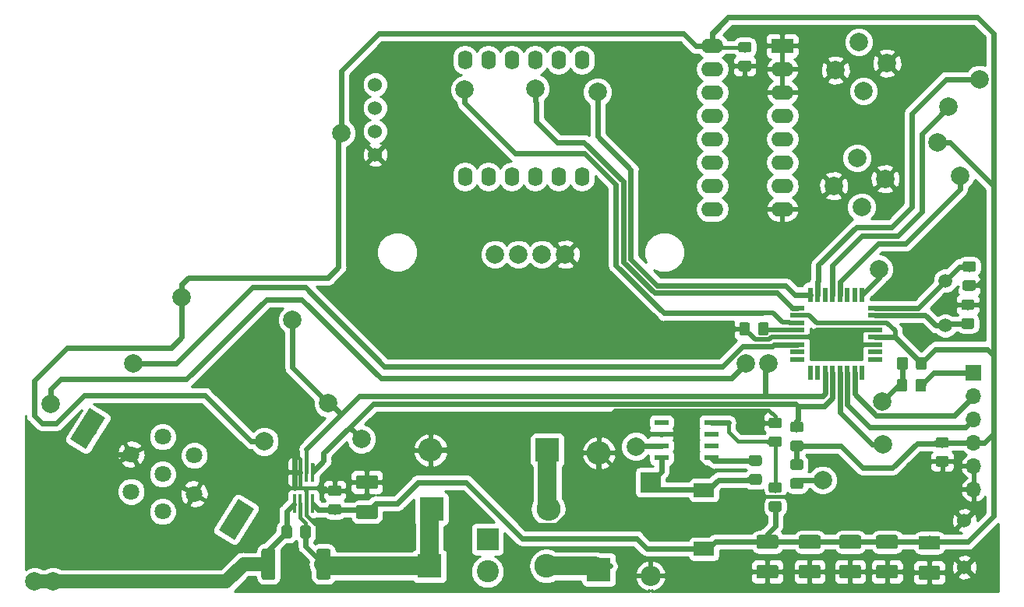
<source format=gbr>
G04 #@! TF.GenerationSoftware,KiCad,Pcbnew,(5.0.2)-1*
G04 #@! TF.CreationDate,2019-02-03T16:24:29+01:00*
G04 #@! TF.ProjectId,V1,56312e6b-6963-4616-945f-706362585858,rev?*
G04 #@! TF.SameCoordinates,PX5b8d800PY6453980*
G04 #@! TF.FileFunction,Copper,L1,Top*
G04 #@! TF.FilePolarity,Positive*
%FSLAX46Y46*%
G04 Gerber Fmt 4.6, Leading zero omitted, Abs format (unit mm)*
G04 Created by KiCad (PCBNEW (5.0.2)-1) date 02/03/19 16:24:29*
%MOMM*%
%LPD*%
G01*
G04 APERTURE LIST*
G04 #@! TA.AperFunction,ComponentPad*
%ADD10C,1.524000*%
G04 #@! TD*
G04 #@! TA.AperFunction,ComponentPad*
%ADD11C,1.800000*%
G04 #@! TD*
G04 #@! TA.AperFunction,WasherPad*
%ADD12C,2.000000*%
G04 #@! TD*
G04 #@! TA.AperFunction,Conductor*
%ADD13C,0.100000*%
G04 #@! TD*
G04 #@! TA.AperFunction,SMDPad,CuDef*
%ADD14C,1.500000*%
G04 #@! TD*
G04 #@! TA.AperFunction,ComponentPad*
%ADD15C,2.000000*%
G04 #@! TD*
G04 #@! TA.AperFunction,SMDPad,CuDef*
%ADD16C,1.150000*%
G04 #@! TD*
G04 #@! TA.AperFunction,ComponentPad*
%ADD17O,1.600000X2.100000*%
G04 #@! TD*
G04 #@! TA.AperFunction,SMDPad,CuDef*
%ADD18R,0.400000X2.000000*%
G04 #@! TD*
G04 #@! TA.AperFunction,ComponentPad*
%ADD19O,2.400000X1.600000*%
G04 #@! TD*
G04 #@! TA.AperFunction,ComponentPad*
%ADD20R,2.400000X1.600000*%
G04 #@! TD*
G04 #@! TA.AperFunction,SMDPad,CuDef*
%ADD21C,1.525000*%
G04 #@! TD*
G04 #@! TA.AperFunction,ComponentPad*
%ADD22O,2.600000X2.600000*%
G04 #@! TD*
G04 #@! TA.AperFunction,ComponentPad*
%ADD23R,2.600000X2.600000*%
G04 #@! TD*
G04 #@! TA.AperFunction,ComponentPad*
%ADD24R,2.200000X2.200000*%
G04 #@! TD*
G04 #@! TA.AperFunction,ComponentPad*
%ADD25O,2.200000X2.200000*%
G04 #@! TD*
G04 #@! TA.AperFunction,SMDPad,CuDef*
%ADD26R,2.200000X1.500000*%
G04 #@! TD*
G04 #@! TA.AperFunction,ComponentPad*
%ADD27R,1.700000X1.700000*%
G04 #@! TD*
G04 #@! TA.AperFunction,ComponentPad*
%ADD28O,1.700000X1.700000*%
G04 #@! TD*
G04 #@! TA.AperFunction,ComponentPad*
%ADD29C,1.500000*%
G04 #@! TD*
G04 #@! TA.AperFunction,SMDPad,CuDef*
%ADD30R,1.600000X0.550000*%
G04 #@! TD*
G04 #@! TA.AperFunction,SMDPad,CuDef*
%ADD31R,0.550000X1.600000*%
G04 #@! TD*
G04 #@! TA.AperFunction,SMDPad,CuDef*
%ADD32R,1.550000X0.600000*%
G04 #@! TD*
G04 #@! TA.AperFunction,ComponentPad*
%ADD33R,2.400000X2.400000*%
G04 #@! TD*
G04 #@! TA.AperFunction,ComponentPad*
%ADD34C,2.400000*%
G04 #@! TD*
G04 #@! TA.AperFunction,ViaPad*
%ADD35C,2.000000*%
G04 #@! TD*
G04 #@! TA.AperFunction,Conductor*
%ADD36C,0.600000*%
G04 #@! TD*
G04 #@! TA.AperFunction,Conductor*
%ADD37C,0.500000*%
G04 #@! TD*
G04 #@! TA.AperFunction,Conductor*
%ADD38C,0.400000*%
G04 #@! TD*
G04 #@! TA.AperFunction,Conductor*
%ADD39C,2.000000*%
G04 #@! TD*
G04 #@! TA.AperFunction,Conductor*
%ADD40C,1.500000*%
G04 #@! TD*
G04 #@! TA.AperFunction,Conductor*
%ADD41C,0.254000*%
G04 #@! TD*
G04 APERTURE END LIST*
D10*
G04 #@! TO.P,JP1,1*
G04 #@! TO.N,GND*
X102700000Y3350000D03*
G04 #@! TO.P,JP1,2*
X102700000Y8430000D03*
G04 #@! TD*
D11*
G04 #@! TO.P,J3,2*
G04 #@! TO.N,PWMtoTip*
X15600000Y9436000D03*
G04 #@! TO.P,J3,3*
G04 #@! TO.N,GND*
X19029000Y11341000D03*
G04 #@! TO.P,J3,4*
G04 #@! TO.N,Net-(J3-Pad4)*
X12171000Y11595000D03*
G04 #@! TO.P,J3,5*
G04 #@! TO.N,Net-(J3-Pad5)*
X19029000Y15532000D03*
G04 #@! TO.P,J3,6*
G04 #@! TO.N,HandleTempRaw*
X15600000Y17564000D03*
G04 #@! TO.P,J3,7*
G04 #@! TO.N,GND*
X12171000Y15659000D03*
G04 #@! TO.P,J3,1*
G04 #@! TO.N,TipTemp*
X15600000Y13500000D03*
D12*
G04 #@! TO.P,J3,*
G04 #@! TO.N,*
X7472000Y18453000D03*
D13*
G04 #@! TD*
G04 #@! TO.N,*
G04 #@! TO.C,J3*
G36*
X9379887Y19619177D02*
X7260210Y16226985D01*
X5564113Y17286823D01*
X7683790Y20679015D01*
X9379887Y19619177D01*
X9379887Y19619177D01*
G37*
D12*
G04 #@! TO.P,J3,*
G04 #@! TO.N,*
X23601000Y8547000D03*
D13*
G04 #@! TD*
G04 #@! TO.N,*
G04 #@! TO.C,J3*
G36*
X21693113Y7380823D02*
X23812790Y10773015D01*
X25508887Y9713177D01*
X23389210Y6320985D01*
X21693113Y7380823D01*
X21693113Y7380823D01*
G37*
G04 #@! TO.N,GND*
G04 #@! TO.C,C26*
G36*
X82249504Y3623796D02*
X82273773Y3620196D01*
X82297571Y3614235D01*
X82320671Y3605970D01*
X82342849Y3595480D01*
X82363893Y3582867D01*
X82383598Y3568253D01*
X82401777Y3551777D01*
X82418253Y3533598D01*
X82432867Y3513893D01*
X82445480Y3492849D01*
X82455970Y3470671D01*
X82464235Y3447571D01*
X82470196Y3423773D01*
X82473796Y3399504D01*
X82475000Y3375000D01*
X82475000Y2375000D01*
X82473796Y2350496D01*
X82470196Y2326227D01*
X82464235Y2302429D01*
X82455970Y2279329D01*
X82445480Y2257151D01*
X82432867Y2236107D01*
X82418253Y2216402D01*
X82401777Y2198223D01*
X82383598Y2181747D01*
X82363893Y2167133D01*
X82342849Y2154520D01*
X82320671Y2144030D01*
X82297571Y2135765D01*
X82273773Y2129804D01*
X82249504Y2126204D01*
X82225000Y2125000D01*
X80375000Y2125000D01*
X80350496Y2126204D01*
X80326227Y2129804D01*
X80302429Y2135765D01*
X80279329Y2144030D01*
X80257151Y2154520D01*
X80236107Y2167133D01*
X80216402Y2181747D01*
X80198223Y2198223D01*
X80181747Y2216402D01*
X80167133Y2236107D01*
X80154520Y2257151D01*
X80144030Y2279329D01*
X80135765Y2302429D01*
X80129804Y2326227D01*
X80126204Y2350496D01*
X80125000Y2375000D01*
X80125000Y3375000D01*
X80126204Y3399504D01*
X80129804Y3423773D01*
X80135765Y3447571D01*
X80144030Y3470671D01*
X80154520Y3492849D01*
X80167133Y3513893D01*
X80181747Y3533598D01*
X80198223Y3551777D01*
X80216402Y3568253D01*
X80236107Y3582867D01*
X80257151Y3595480D01*
X80279329Y3605970D01*
X80302429Y3614235D01*
X80326227Y3620196D01*
X80350496Y3623796D01*
X80375000Y3625000D01*
X82225000Y3625000D01*
X82249504Y3623796D01*
X82249504Y3623796D01*
G37*
D14*
G04 #@! TD*
G04 #@! TO.P,C26,2*
G04 #@! TO.N,GND*
X81300000Y2875000D03*
D13*
G04 #@! TO.N,VCC*
G04 #@! TO.C,C26*
G36*
X82249504Y6873796D02*
X82273773Y6870196D01*
X82297571Y6864235D01*
X82320671Y6855970D01*
X82342849Y6845480D01*
X82363893Y6832867D01*
X82383598Y6818253D01*
X82401777Y6801777D01*
X82418253Y6783598D01*
X82432867Y6763893D01*
X82445480Y6742849D01*
X82455970Y6720671D01*
X82464235Y6697571D01*
X82470196Y6673773D01*
X82473796Y6649504D01*
X82475000Y6625000D01*
X82475000Y5625000D01*
X82473796Y5600496D01*
X82470196Y5576227D01*
X82464235Y5552429D01*
X82455970Y5529329D01*
X82445480Y5507151D01*
X82432867Y5486107D01*
X82418253Y5466402D01*
X82401777Y5448223D01*
X82383598Y5431747D01*
X82363893Y5417133D01*
X82342849Y5404520D01*
X82320671Y5394030D01*
X82297571Y5385765D01*
X82273773Y5379804D01*
X82249504Y5376204D01*
X82225000Y5375000D01*
X80375000Y5375000D01*
X80350496Y5376204D01*
X80326227Y5379804D01*
X80302429Y5385765D01*
X80279329Y5394030D01*
X80257151Y5404520D01*
X80236107Y5417133D01*
X80216402Y5431747D01*
X80198223Y5448223D01*
X80181747Y5466402D01*
X80167133Y5486107D01*
X80154520Y5507151D01*
X80144030Y5529329D01*
X80135765Y5552429D01*
X80129804Y5576227D01*
X80126204Y5600496D01*
X80125000Y5625000D01*
X80125000Y6625000D01*
X80126204Y6649504D01*
X80129804Y6673773D01*
X80135765Y6697571D01*
X80144030Y6720671D01*
X80154520Y6742849D01*
X80167133Y6763893D01*
X80181747Y6783598D01*
X80198223Y6801777D01*
X80216402Y6818253D01*
X80236107Y6832867D01*
X80257151Y6845480D01*
X80279329Y6855970D01*
X80302429Y6864235D01*
X80326227Y6870196D01*
X80350496Y6873796D01*
X80375000Y6875000D01*
X82225000Y6875000D01*
X82249504Y6873796D01*
X82249504Y6873796D01*
G37*
D14*
G04 #@! TD*
G04 #@! TO.P,C26,1*
G04 #@! TO.N,VCC*
X81300000Y6125000D03*
D13*
G04 #@! TO.N,VCC*
G04 #@! TO.C,C33*
G36*
X95249504Y6873796D02*
X95273773Y6870196D01*
X95297571Y6864235D01*
X95320671Y6855970D01*
X95342849Y6845480D01*
X95363893Y6832867D01*
X95383598Y6818253D01*
X95401777Y6801777D01*
X95418253Y6783598D01*
X95432867Y6763893D01*
X95445480Y6742849D01*
X95455970Y6720671D01*
X95464235Y6697571D01*
X95470196Y6673773D01*
X95473796Y6649504D01*
X95475000Y6625000D01*
X95475000Y5625000D01*
X95473796Y5600496D01*
X95470196Y5576227D01*
X95464235Y5552429D01*
X95455970Y5529329D01*
X95445480Y5507151D01*
X95432867Y5486107D01*
X95418253Y5466402D01*
X95401777Y5448223D01*
X95383598Y5431747D01*
X95363893Y5417133D01*
X95342849Y5404520D01*
X95320671Y5394030D01*
X95297571Y5385765D01*
X95273773Y5379804D01*
X95249504Y5376204D01*
X95225000Y5375000D01*
X93375000Y5375000D01*
X93350496Y5376204D01*
X93326227Y5379804D01*
X93302429Y5385765D01*
X93279329Y5394030D01*
X93257151Y5404520D01*
X93236107Y5417133D01*
X93216402Y5431747D01*
X93198223Y5448223D01*
X93181747Y5466402D01*
X93167133Y5486107D01*
X93154520Y5507151D01*
X93144030Y5529329D01*
X93135765Y5552429D01*
X93129804Y5576227D01*
X93126204Y5600496D01*
X93125000Y5625000D01*
X93125000Y6625000D01*
X93126204Y6649504D01*
X93129804Y6673773D01*
X93135765Y6697571D01*
X93144030Y6720671D01*
X93154520Y6742849D01*
X93167133Y6763893D01*
X93181747Y6783598D01*
X93198223Y6801777D01*
X93216402Y6818253D01*
X93236107Y6832867D01*
X93257151Y6845480D01*
X93279329Y6855970D01*
X93302429Y6864235D01*
X93326227Y6870196D01*
X93350496Y6873796D01*
X93375000Y6875000D01*
X95225000Y6875000D01*
X95249504Y6873796D01*
X95249504Y6873796D01*
G37*
D14*
G04 #@! TD*
G04 #@! TO.P,C33,1*
G04 #@! TO.N,VCC*
X94300000Y6125000D03*
D13*
G04 #@! TO.N,GND*
G04 #@! TO.C,C33*
G36*
X95249504Y3623796D02*
X95273773Y3620196D01*
X95297571Y3614235D01*
X95320671Y3605970D01*
X95342849Y3595480D01*
X95363893Y3582867D01*
X95383598Y3568253D01*
X95401777Y3551777D01*
X95418253Y3533598D01*
X95432867Y3513893D01*
X95445480Y3492849D01*
X95455970Y3470671D01*
X95464235Y3447571D01*
X95470196Y3423773D01*
X95473796Y3399504D01*
X95475000Y3375000D01*
X95475000Y2375000D01*
X95473796Y2350496D01*
X95470196Y2326227D01*
X95464235Y2302429D01*
X95455970Y2279329D01*
X95445480Y2257151D01*
X95432867Y2236107D01*
X95418253Y2216402D01*
X95401777Y2198223D01*
X95383598Y2181747D01*
X95363893Y2167133D01*
X95342849Y2154520D01*
X95320671Y2144030D01*
X95297571Y2135765D01*
X95273773Y2129804D01*
X95249504Y2126204D01*
X95225000Y2125000D01*
X93375000Y2125000D01*
X93350496Y2126204D01*
X93326227Y2129804D01*
X93302429Y2135765D01*
X93279329Y2144030D01*
X93257151Y2154520D01*
X93236107Y2167133D01*
X93216402Y2181747D01*
X93198223Y2198223D01*
X93181747Y2216402D01*
X93167133Y2236107D01*
X93154520Y2257151D01*
X93144030Y2279329D01*
X93135765Y2302429D01*
X93129804Y2326227D01*
X93126204Y2350496D01*
X93125000Y2375000D01*
X93125000Y3375000D01*
X93126204Y3399504D01*
X93129804Y3423773D01*
X93135765Y3447571D01*
X93144030Y3470671D01*
X93154520Y3492849D01*
X93167133Y3513893D01*
X93181747Y3533598D01*
X93198223Y3551777D01*
X93216402Y3568253D01*
X93236107Y3582867D01*
X93257151Y3595480D01*
X93279329Y3605970D01*
X93302429Y3614235D01*
X93326227Y3620196D01*
X93350496Y3623796D01*
X93375000Y3625000D01*
X95225000Y3625000D01*
X95249504Y3623796D01*
X95249504Y3623796D01*
G37*
D14*
G04 #@! TD*
G04 #@! TO.P,C33,2*
G04 #@! TO.N,GND*
X94300000Y2875000D03*
D15*
G04 #@! TO.P,U2,1*
G04 #@! TO.N,GND*
X59350000Y37400000D03*
G04 #@! TO.P,U2,2*
G04 #@! TO.N,VCC*
X56810000Y37400000D03*
G04 #@! TO.P,U2,3*
G04 #@! TO.N,SCL*
X54270000Y37400000D03*
G04 #@! TO.P,U2,4*
G04 #@! TO.N,SDA*
X51730000Y37400000D03*
G04 #@! TD*
D13*
G04 #@! TO.N,GND*
G04 #@! TO.C,C27*
G36*
X100774505Y15448796D02*
X100798773Y15445196D01*
X100822572Y15439235D01*
X100845671Y15430970D01*
X100867850Y15420480D01*
X100888893Y15407868D01*
X100908599Y15393253D01*
X100926777Y15376777D01*
X100943253Y15358599D01*
X100957868Y15338893D01*
X100970480Y15317850D01*
X100980970Y15295671D01*
X100989235Y15272572D01*
X100995196Y15248773D01*
X100998796Y15224505D01*
X101000000Y15200001D01*
X101000000Y14549999D01*
X100998796Y14525495D01*
X100995196Y14501227D01*
X100989235Y14477428D01*
X100980970Y14454329D01*
X100970480Y14432150D01*
X100957868Y14411107D01*
X100943253Y14391401D01*
X100926777Y14373223D01*
X100908599Y14356747D01*
X100888893Y14342132D01*
X100867850Y14329520D01*
X100845671Y14319030D01*
X100822572Y14310765D01*
X100798773Y14304804D01*
X100774505Y14301204D01*
X100750001Y14300000D01*
X99849999Y14300000D01*
X99825495Y14301204D01*
X99801227Y14304804D01*
X99777428Y14310765D01*
X99754329Y14319030D01*
X99732150Y14329520D01*
X99711107Y14342132D01*
X99691401Y14356747D01*
X99673223Y14373223D01*
X99656747Y14391401D01*
X99642132Y14411107D01*
X99629520Y14432150D01*
X99619030Y14454329D01*
X99610765Y14477428D01*
X99604804Y14501227D01*
X99601204Y14525495D01*
X99600000Y14549999D01*
X99600000Y15200001D01*
X99601204Y15224505D01*
X99604804Y15248773D01*
X99610765Y15272572D01*
X99619030Y15295671D01*
X99629520Y15317850D01*
X99642132Y15338893D01*
X99656747Y15358599D01*
X99673223Y15376777D01*
X99691401Y15393253D01*
X99711107Y15407868D01*
X99732150Y15420480D01*
X99754329Y15430970D01*
X99777428Y15439235D01*
X99801227Y15445196D01*
X99825495Y15448796D01*
X99849999Y15450000D01*
X100750001Y15450000D01*
X100774505Y15448796D01*
X100774505Y15448796D01*
G37*
D16*
G04 #@! TD*
G04 #@! TO.P,C27,2*
G04 #@! TO.N,GND*
X100300000Y14875000D03*
D13*
G04 #@! TO.N,VCC*
G04 #@! TO.C,C27*
G36*
X100774505Y17498796D02*
X100798773Y17495196D01*
X100822572Y17489235D01*
X100845671Y17480970D01*
X100867850Y17470480D01*
X100888893Y17457868D01*
X100908599Y17443253D01*
X100926777Y17426777D01*
X100943253Y17408599D01*
X100957868Y17388893D01*
X100970480Y17367850D01*
X100980970Y17345671D01*
X100989235Y17322572D01*
X100995196Y17298773D01*
X100998796Y17274505D01*
X101000000Y17250001D01*
X101000000Y16599999D01*
X100998796Y16575495D01*
X100995196Y16551227D01*
X100989235Y16527428D01*
X100980970Y16504329D01*
X100970480Y16482150D01*
X100957868Y16461107D01*
X100943253Y16441401D01*
X100926777Y16423223D01*
X100908599Y16406747D01*
X100888893Y16392132D01*
X100867850Y16379520D01*
X100845671Y16369030D01*
X100822572Y16360765D01*
X100798773Y16354804D01*
X100774505Y16351204D01*
X100750001Y16350000D01*
X99849999Y16350000D01*
X99825495Y16351204D01*
X99801227Y16354804D01*
X99777428Y16360765D01*
X99754329Y16369030D01*
X99732150Y16379520D01*
X99711107Y16392132D01*
X99691401Y16406747D01*
X99673223Y16423223D01*
X99656747Y16441401D01*
X99642132Y16461107D01*
X99629520Y16482150D01*
X99619030Y16504329D01*
X99610765Y16527428D01*
X99604804Y16551227D01*
X99601204Y16575495D01*
X99600000Y16599999D01*
X99600000Y17250001D01*
X99601204Y17274505D01*
X99604804Y17298773D01*
X99610765Y17322572D01*
X99619030Y17345671D01*
X99629520Y17367850D01*
X99642132Y17388893D01*
X99656747Y17408599D01*
X99673223Y17426777D01*
X99691401Y17443253D01*
X99711107Y17457868D01*
X99732150Y17470480D01*
X99754329Y17480970D01*
X99777428Y17489235D01*
X99801227Y17495196D01*
X99825495Y17498796D01*
X99849999Y17500000D01*
X100750001Y17500000D01*
X100774505Y17498796D01*
X100774505Y17498796D01*
G37*
D16*
G04 #@! TD*
G04 #@! TO.P,C27,1*
G04 #@! TO.N,VCC*
X100300000Y16925000D03*
D13*
G04 #@! TO.N,VCC*
G04 #@! TO.C,C24*
G36*
X91249504Y6873796D02*
X91273773Y6870196D01*
X91297571Y6864235D01*
X91320671Y6855970D01*
X91342849Y6845480D01*
X91363893Y6832867D01*
X91383598Y6818253D01*
X91401777Y6801777D01*
X91418253Y6783598D01*
X91432867Y6763893D01*
X91445480Y6742849D01*
X91455970Y6720671D01*
X91464235Y6697571D01*
X91470196Y6673773D01*
X91473796Y6649504D01*
X91475000Y6625000D01*
X91475000Y5625000D01*
X91473796Y5600496D01*
X91470196Y5576227D01*
X91464235Y5552429D01*
X91455970Y5529329D01*
X91445480Y5507151D01*
X91432867Y5486107D01*
X91418253Y5466402D01*
X91401777Y5448223D01*
X91383598Y5431747D01*
X91363893Y5417133D01*
X91342849Y5404520D01*
X91320671Y5394030D01*
X91297571Y5385765D01*
X91273773Y5379804D01*
X91249504Y5376204D01*
X91225000Y5375000D01*
X89375000Y5375000D01*
X89350496Y5376204D01*
X89326227Y5379804D01*
X89302429Y5385765D01*
X89279329Y5394030D01*
X89257151Y5404520D01*
X89236107Y5417133D01*
X89216402Y5431747D01*
X89198223Y5448223D01*
X89181747Y5466402D01*
X89167133Y5486107D01*
X89154520Y5507151D01*
X89144030Y5529329D01*
X89135765Y5552429D01*
X89129804Y5576227D01*
X89126204Y5600496D01*
X89125000Y5625000D01*
X89125000Y6625000D01*
X89126204Y6649504D01*
X89129804Y6673773D01*
X89135765Y6697571D01*
X89144030Y6720671D01*
X89154520Y6742849D01*
X89167133Y6763893D01*
X89181747Y6783598D01*
X89198223Y6801777D01*
X89216402Y6818253D01*
X89236107Y6832867D01*
X89257151Y6845480D01*
X89279329Y6855970D01*
X89302429Y6864235D01*
X89326227Y6870196D01*
X89350496Y6873796D01*
X89375000Y6875000D01*
X91225000Y6875000D01*
X91249504Y6873796D01*
X91249504Y6873796D01*
G37*
D14*
G04 #@! TD*
G04 #@! TO.P,C24,1*
G04 #@! TO.N,VCC*
X90300000Y6125000D03*
D13*
G04 #@! TO.N,GND*
G04 #@! TO.C,C24*
G36*
X91249504Y3623796D02*
X91273773Y3620196D01*
X91297571Y3614235D01*
X91320671Y3605970D01*
X91342849Y3595480D01*
X91363893Y3582867D01*
X91383598Y3568253D01*
X91401777Y3551777D01*
X91418253Y3533598D01*
X91432867Y3513893D01*
X91445480Y3492849D01*
X91455970Y3470671D01*
X91464235Y3447571D01*
X91470196Y3423773D01*
X91473796Y3399504D01*
X91475000Y3375000D01*
X91475000Y2375000D01*
X91473796Y2350496D01*
X91470196Y2326227D01*
X91464235Y2302429D01*
X91455970Y2279329D01*
X91445480Y2257151D01*
X91432867Y2236107D01*
X91418253Y2216402D01*
X91401777Y2198223D01*
X91383598Y2181747D01*
X91363893Y2167133D01*
X91342849Y2154520D01*
X91320671Y2144030D01*
X91297571Y2135765D01*
X91273773Y2129804D01*
X91249504Y2126204D01*
X91225000Y2125000D01*
X89375000Y2125000D01*
X89350496Y2126204D01*
X89326227Y2129804D01*
X89302429Y2135765D01*
X89279329Y2144030D01*
X89257151Y2154520D01*
X89236107Y2167133D01*
X89216402Y2181747D01*
X89198223Y2198223D01*
X89181747Y2216402D01*
X89167133Y2236107D01*
X89154520Y2257151D01*
X89144030Y2279329D01*
X89135765Y2302429D01*
X89129804Y2326227D01*
X89126204Y2350496D01*
X89125000Y2375000D01*
X89125000Y3375000D01*
X89126204Y3399504D01*
X89129804Y3423773D01*
X89135765Y3447571D01*
X89144030Y3470671D01*
X89154520Y3492849D01*
X89167133Y3513893D01*
X89181747Y3533598D01*
X89198223Y3551777D01*
X89216402Y3568253D01*
X89236107Y3582867D01*
X89257151Y3595480D01*
X89279329Y3605970D01*
X89302429Y3614235D01*
X89326227Y3620196D01*
X89350496Y3623796D01*
X89375000Y3625000D01*
X91225000Y3625000D01*
X91249504Y3623796D01*
X91249504Y3623796D01*
G37*
D14*
G04 #@! TD*
G04 #@! TO.P,C24,2*
G04 #@! TO.N,GND*
X90300000Y2875000D03*
D13*
G04 #@! TO.N,GND*
G04 #@! TO.C,C25*
G36*
X86849504Y3623796D02*
X86873773Y3620196D01*
X86897571Y3614235D01*
X86920671Y3605970D01*
X86942849Y3595480D01*
X86963893Y3582867D01*
X86983598Y3568253D01*
X87001777Y3551777D01*
X87018253Y3533598D01*
X87032867Y3513893D01*
X87045480Y3492849D01*
X87055970Y3470671D01*
X87064235Y3447571D01*
X87070196Y3423773D01*
X87073796Y3399504D01*
X87075000Y3375000D01*
X87075000Y2375000D01*
X87073796Y2350496D01*
X87070196Y2326227D01*
X87064235Y2302429D01*
X87055970Y2279329D01*
X87045480Y2257151D01*
X87032867Y2236107D01*
X87018253Y2216402D01*
X87001777Y2198223D01*
X86983598Y2181747D01*
X86963893Y2167133D01*
X86942849Y2154520D01*
X86920671Y2144030D01*
X86897571Y2135765D01*
X86873773Y2129804D01*
X86849504Y2126204D01*
X86825000Y2125000D01*
X84975000Y2125000D01*
X84950496Y2126204D01*
X84926227Y2129804D01*
X84902429Y2135765D01*
X84879329Y2144030D01*
X84857151Y2154520D01*
X84836107Y2167133D01*
X84816402Y2181747D01*
X84798223Y2198223D01*
X84781747Y2216402D01*
X84767133Y2236107D01*
X84754520Y2257151D01*
X84744030Y2279329D01*
X84735765Y2302429D01*
X84729804Y2326227D01*
X84726204Y2350496D01*
X84725000Y2375000D01*
X84725000Y3375000D01*
X84726204Y3399504D01*
X84729804Y3423773D01*
X84735765Y3447571D01*
X84744030Y3470671D01*
X84754520Y3492849D01*
X84767133Y3513893D01*
X84781747Y3533598D01*
X84798223Y3551777D01*
X84816402Y3568253D01*
X84836107Y3582867D01*
X84857151Y3595480D01*
X84879329Y3605970D01*
X84902429Y3614235D01*
X84926227Y3620196D01*
X84950496Y3623796D01*
X84975000Y3625000D01*
X86825000Y3625000D01*
X86849504Y3623796D01*
X86849504Y3623796D01*
G37*
D14*
G04 #@! TD*
G04 #@! TO.P,C25,2*
G04 #@! TO.N,GND*
X85900000Y2875000D03*
D13*
G04 #@! TO.N,VCC*
G04 #@! TO.C,C25*
G36*
X86849504Y6873796D02*
X86873773Y6870196D01*
X86897571Y6864235D01*
X86920671Y6855970D01*
X86942849Y6845480D01*
X86963893Y6832867D01*
X86983598Y6818253D01*
X87001777Y6801777D01*
X87018253Y6783598D01*
X87032867Y6763893D01*
X87045480Y6742849D01*
X87055970Y6720671D01*
X87064235Y6697571D01*
X87070196Y6673773D01*
X87073796Y6649504D01*
X87075000Y6625000D01*
X87075000Y5625000D01*
X87073796Y5600496D01*
X87070196Y5576227D01*
X87064235Y5552429D01*
X87055970Y5529329D01*
X87045480Y5507151D01*
X87032867Y5486107D01*
X87018253Y5466402D01*
X87001777Y5448223D01*
X86983598Y5431747D01*
X86963893Y5417133D01*
X86942849Y5404520D01*
X86920671Y5394030D01*
X86897571Y5385765D01*
X86873773Y5379804D01*
X86849504Y5376204D01*
X86825000Y5375000D01*
X84975000Y5375000D01*
X84950496Y5376204D01*
X84926227Y5379804D01*
X84902429Y5385765D01*
X84879329Y5394030D01*
X84857151Y5404520D01*
X84836107Y5417133D01*
X84816402Y5431747D01*
X84798223Y5448223D01*
X84781747Y5466402D01*
X84767133Y5486107D01*
X84754520Y5507151D01*
X84744030Y5529329D01*
X84735765Y5552429D01*
X84729804Y5576227D01*
X84726204Y5600496D01*
X84725000Y5625000D01*
X84725000Y6625000D01*
X84726204Y6649504D01*
X84729804Y6673773D01*
X84735765Y6697571D01*
X84744030Y6720671D01*
X84754520Y6742849D01*
X84767133Y6763893D01*
X84781747Y6783598D01*
X84798223Y6801777D01*
X84816402Y6818253D01*
X84836107Y6832867D01*
X84857151Y6845480D01*
X84879329Y6855970D01*
X84902429Y6864235D01*
X84926227Y6870196D01*
X84950496Y6873796D01*
X84975000Y6875000D01*
X86825000Y6875000D01*
X86849504Y6873796D01*
X86849504Y6873796D01*
G37*
D14*
G04 #@! TD*
G04 #@! TO.P,C25,1*
G04 #@! TO.N,VCC*
X85900000Y6125000D03*
D13*
G04 #@! TO.N,VCC*
G04 #@! TO.C,C23*
G36*
X99849504Y6773796D02*
X99873773Y6770196D01*
X99897571Y6764235D01*
X99920671Y6755970D01*
X99942849Y6745480D01*
X99963893Y6732867D01*
X99983598Y6718253D01*
X100001777Y6701777D01*
X100018253Y6683598D01*
X100032867Y6663893D01*
X100045480Y6642849D01*
X100055970Y6620671D01*
X100064235Y6597571D01*
X100070196Y6573773D01*
X100073796Y6549504D01*
X100075000Y6525000D01*
X100075000Y5525000D01*
X100073796Y5500496D01*
X100070196Y5476227D01*
X100064235Y5452429D01*
X100055970Y5429329D01*
X100045480Y5407151D01*
X100032867Y5386107D01*
X100018253Y5366402D01*
X100001777Y5348223D01*
X99983598Y5331747D01*
X99963893Y5317133D01*
X99942849Y5304520D01*
X99920671Y5294030D01*
X99897571Y5285765D01*
X99873773Y5279804D01*
X99849504Y5276204D01*
X99825000Y5275000D01*
X97975000Y5275000D01*
X97950496Y5276204D01*
X97926227Y5279804D01*
X97902429Y5285765D01*
X97879329Y5294030D01*
X97857151Y5304520D01*
X97836107Y5317133D01*
X97816402Y5331747D01*
X97798223Y5348223D01*
X97781747Y5366402D01*
X97767133Y5386107D01*
X97754520Y5407151D01*
X97744030Y5429329D01*
X97735765Y5452429D01*
X97729804Y5476227D01*
X97726204Y5500496D01*
X97725000Y5525000D01*
X97725000Y6525000D01*
X97726204Y6549504D01*
X97729804Y6573773D01*
X97735765Y6597571D01*
X97744030Y6620671D01*
X97754520Y6642849D01*
X97767133Y6663893D01*
X97781747Y6683598D01*
X97798223Y6701777D01*
X97816402Y6718253D01*
X97836107Y6732867D01*
X97857151Y6745480D01*
X97879329Y6755970D01*
X97902429Y6764235D01*
X97926227Y6770196D01*
X97950496Y6773796D01*
X97975000Y6775000D01*
X99825000Y6775000D01*
X99849504Y6773796D01*
X99849504Y6773796D01*
G37*
D14*
G04 #@! TD*
G04 #@! TO.P,C23,1*
G04 #@! TO.N,VCC*
X98900000Y6025000D03*
D13*
G04 #@! TO.N,GND*
G04 #@! TO.C,C23*
G36*
X99849504Y3523796D02*
X99873773Y3520196D01*
X99897571Y3514235D01*
X99920671Y3505970D01*
X99942849Y3495480D01*
X99963893Y3482867D01*
X99983598Y3468253D01*
X100001777Y3451777D01*
X100018253Y3433598D01*
X100032867Y3413893D01*
X100045480Y3392849D01*
X100055970Y3370671D01*
X100064235Y3347571D01*
X100070196Y3323773D01*
X100073796Y3299504D01*
X100075000Y3275000D01*
X100075000Y2275000D01*
X100073796Y2250496D01*
X100070196Y2226227D01*
X100064235Y2202429D01*
X100055970Y2179329D01*
X100045480Y2157151D01*
X100032867Y2136107D01*
X100018253Y2116402D01*
X100001777Y2098223D01*
X99983598Y2081747D01*
X99963893Y2067133D01*
X99942849Y2054520D01*
X99920671Y2044030D01*
X99897571Y2035765D01*
X99873773Y2029804D01*
X99849504Y2026204D01*
X99825000Y2025000D01*
X97975000Y2025000D01*
X97950496Y2026204D01*
X97926227Y2029804D01*
X97902429Y2035765D01*
X97879329Y2044030D01*
X97857151Y2054520D01*
X97836107Y2067133D01*
X97816402Y2081747D01*
X97798223Y2098223D01*
X97781747Y2116402D01*
X97767133Y2136107D01*
X97754520Y2157151D01*
X97744030Y2179329D01*
X97735765Y2202429D01*
X97729804Y2226227D01*
X97726204Y2250496D01*
X97725000Y2275000D01*
X97725000Y3275000D01*
X97726204Y3299504D01*
X97729804Y3323773D01*
X97735765Y3347571D01*
X97744030Y3370671D01*
X97754520Y3392849D01*
X97767133Y3413893D01*
X97781747Y3433598D01*
X97798223Y3451777D01*
X97816402Y3468253D01*
X97836107Y3482867D01*
X97857151Y3495480D01*
X97879329Y3505970D01*
X97902429Y3514235D01*
X97926227Y3520196D01*
X97950496Y3523796D01*
X97975000Y3525000D01*
X99825000Y3525000D01*
X99849504Y3523796D01*
X99849504Y3523796D01*
G37*
D14*
G04 #@! TD*
G04 #@! TO.P,C23,2*
G04 #@! TO.N,GND*
X98900000Y2775000D03*
D13*
G04 #@! TO.N,VCC*
G04 #@! TO.C,C18*
G36*
X38749504Y10123796D02*
X38773773Y10120196D01*
X38797571Y10114235D01*
X38820671Y10105970D01*
X38842849Y10095480D01*
X38863893Y10082867D01*
X38883598Y10068253D01*
X38901777Y10051777D01*
X38918253Y10033598D01*
X38932867Y10013893D01*
X38945480Y9992849D01*
X38955970Y9970671D01*
X38964235Y9947571D01*
X38970196Y9923773D01*
X38973796Y9899504D01*
X38975000Y9875000D01*
X38975000Y8875000D01*
X38973796Y8850496D01*
X38970196Y8826227D01*
X38964235Y8802429D01*
X38955970Y8779329D01*
X38945480Y8757151D01*
X38932867Y8736107D01*
X38918253Y8716402D01*
X38901777Y8698223D01*
X38883598Y8681747D01*
X38863893Y8667133D01*
X38842849Y8654520D01*
X38820671Y8644030D01*
X38797571Y8635765D01*
X38773773Y8629804D01*
X38749504Y8626204D01*
X38725000Y8625000D01*
X36875000Y8625000D01*
X36850496Y8626204D01*
X36826227Y8629804D01*
X36802429Y8635765D01*
X36779329Y8644030D01*
X36757151Y8654520D01*
X36736107Y8667133D01*
X36716402Y8681747D01*
X36698223Y8698223D01*
X36681747Y8716402D01*
X36667133Y8736107D01*
X36654520Y8757151D01*
X36644030Y8779329D01*
X36635765Y8802429D01*
X36629804Y8826227D01*
X36626204Y8850496D01*
X36625000Y8875000D01*
X36625000Y9875000D01*
X36626204Y9899504D01*
X36629804Y9923773D01*
X36635765Y9947571D01*
X36644030Y9970671D01*
X36654520Y9992849D01*
X36667133Y10013893D01*
X36681747Y10033598D01*
X36698223Y10051777D01*
X36716402Y10068253D01*
X36736107Y10082867D01*
X36757151Y10095480D01*
X36779329Y10105970D01*
X36802429Y10114235D01*
X36826227Y10120196D01*
X36850496Y10123796D01*
X36875000Y10125000D01*
X38725000Y10125000D01*
X38749504Y10123796D01*
X38749504Y10123796D01*
G37*
D14*
G04 #@! TD*
G04 #@! TO.P,C18,1*
G04 #@! TO.N,VCC*
X37800000Y9375000D03*
D13*
G04 #@! TO.N,GND*
G04 #@! TO.C,C18*
G36*
X38749504Y13373796D02*
X38773773Y13370196D01*
X38797571Y13364235D01*
X38820671Y13355970D01*
X38842849Y13345480D01*
X38863893Y13332867D01*
X38883598Y13318253D01*
X38901777Y13301777D01*
X38918253Y13283598D01*
X38932867Y13263893D01*
X38945480Y13242849D01*
X38955970Y13220671D01*
X38964235Y13197571D01*
X38970196Y13173773D01*
X38973796Y13149504D01*
X38975000Y13125000D01*
X38975000Y12125000D01*
X38973796Y12100496D01*
X38970196Y12076227D01*
X38964235Y12052429D01*
X38955970Y12029329D01*
X38945480Y12007151D01*
X38932867Y11986107D01*
X38918253Y11966402D01*
X38901777Y11948223D01*
X38883598Y11931747D01*
X38863893Y11917133D01*
X38842849Y11904520D01*
X38820671Y11894030D01*
X38797571Y11885765D01*
X38773773Y11879804D01*
X38749504Y11876204D01*
X38725000Y11875000D01*
X36875000Y11875000D01*
X36850496Y11876204D01*
X36826227Y11879804D01*
X36802429Y11885765D01*
X36779329Y11894030D01*
X36757151Y11904520D01*
X36736107Y11917133D01*
X36716402Y11931747D01*
X36698223Y11948223D01*
X36681747Y11966402D01*
X36667133Y11986107D01*
X36654520Y12007151D01*
X36644030Y12029329D01*
X36635765Y12052429D01*
X36629804Y12076227D01*
X36626204Y12100496D01*
X36625000Y12125000D01*
X36625000Y13125000D01*
X36626204Y13149504D01*
X36629804Y13173773D01*
X36635765Y13197571D01*
X36644030Y13220671D01*
X36654520Y13242849D01*
X36667133Y13263893D01*
X36681747Y13283598D01*
X36698223Y13301777D01*
X36716402Y13318253D01*
X36736107Y13332867D01*
X36757151Y13345480D01*
X36779329Y13355970D01*
X36802429Y13364235D01*
X36826227Y13370196D01*
X36850496Y13373796D01*
X36875000Y13375000D01*
X38725000Y13375000D01*
X38749504Y13373796D01*
X38749504Y13373796D01*
G37*
D14*
G04 #@! TD*
G04 #@! TO.P,C18,2*
G04 #@! TO.N,GND*
X37800000Y12625000D03*
D17*
G04 #@! TO.P,U6,12*
G04 #@! TO.N,Dig3*
X48450000Y58550000D03*
G04 #@! TO.P,U6,1*
G04 #@! TO.N,Net-(R14-Pad1)*
X48450000Y45850000D03*
G04 #@! TO.P,U6,11*
G04 #@! TO.N,Net-(R10-Pad1)*
X50990000Y58550000D03*
G04 #@! TO.P,U6,2*
G04 #@! TO.N,Net-(R13-Pad1)*
X50990000Y45850000D03*
G04 #@! TO.P,U6,10*
G04 #@! TO.N,Net-(R15-Pad1)*
X53530000Y58550000D03*
G04 #@! TO.P,U6,3*
G04 #@! TO.N,Net-(R17-Pad1)*
X53530000Y45850000D03*
G04 #@! TO.P,U6,9*
G04 #@! TO.N,Dig2*
X56070000Y58550000D03*
G04 #@! TO.P,U6,4*
G04 #@! TO.N,Net-(R12-Pad1)*
X56070000Y45850000D03*
G04 #@! TO.P,U6,8*
G04 #@! TO.N,Dig1*
X58610000Y58550000D03*
G04 #@! TO.P,U6,5*
G04 #@! TO.N,Net-(R16-Pad1)*
X58610000Y45850000D03*
G04 #@! TO.P,U6,7*
G04 #@! TO.N,Net-(R11-Pad1)*
X61150000Y58550000D03*
G04 #@! TO.P,U6,6*
G04 #@! TO.N,Net-(U6-Pad6)*
X61150000Y45850000D03*
G04 #@! TD*
D18*
G04 #@! TO.P,U4,1*
G04 #@! TO.N,Net-(C8-Pad2)*
X29930000Y10290000D03*
G04 #@! TO.P,U4,2*
G04 #@! TO.N,+24V*
X30570000Y10290000D03*
G04 #@! TO.P,U4,3*
G04 #@! TO.N,GND*
X31230000Y10290000D03*
G04 #@! TO.P,U4,4*
G04 #@! TO.N,VCC*
X31870000Y10290000D03*
G04 #@! TO.P,U4,5*
G04 #@! TO.N,SCL*
X31870000Y13710000D03*
G04 #@! TO.P,U4,6*
G04 #@! TO.N,SDA*
X31230000Y13710000D03*
G04 #@! TO.P,U4,7*
G04 #@! TO.N,GND*
X30570000Y13710000D03*
G04 #@! TO.P,U4,8*
X29930000Y13710000D03*
G04 #@! TD*
D19*
G04 #@! TO.P,U3,16*
G04 #@! TO.N,VCC*
X75305000Y60100000D03*
G04 #@! TO.P,U3,8*
G04 #@! TO.N,GND*
X82925000Y42320000D03*
G04 #@! TO.P,U3,15*
G04 #@! TO.N,SDA*
X75305000Y57560000D03*
G04 #@! TO.P,U3,7*
G04 #@! TO.N,Net-(R13-Pad2)*
X82925000Y44860000D03*
G04 #@! TO.P,U3,14*
G04 #@! TO.N,SCL*
X75305000Y55020000D03*
G04 #@! TO.P,U3,6*
G04 #@! TO.N,Net-(R12-Pad2)*
X82925000Y47400000D03*
G04 #@! TO.P,U3,13*
G04 #@! TO.N,Net-(U3-Pad13)*
X75305000Y52480000D03*
G04 #@! TO.P,U3,5*
G04 #@! TO.N,Net-(R11-Pad2)*
X82925000Y49940000D03*
G04 #@! TO.P,U3,12*
G04 #@! TO.N,Net-(R17-Pad2)*
X75305000Y49940000D03*
G04 #@! TO.P,U3,4*
G04 #@! TO.N,Net-(R10-Pad2)*
X82925000Y52480000D03*
G04 #@! TO.P,U3,11*
G04 #@! TO.N,Net-(R16-Pad2)*
X75305000Y47400000D03*
G04 #@! TO.P,U3,3*
G04 #@! TO.N,GND*
X82925000Y55020000D03*
G04 #@! TO.P,U3,10*
G04 #@! TO.N,Net-(R15-Pad2)*
X75305000Y44860000D03*
G04 #@! TO.P,U3,2*
G04 #@! TO.N,GND*
X82925000Y57560000D03*
G04 #@! TO.P,U3,9*
G04 #@! TO.N,Net-(R14-Pad2)*
X75305000Y42320000D03*
D20*
G04 #@! TO.P,U3,1*
G04 #@! TO.N,GND*
X82925000Y60100000D03*
G04 #@! TD*
D13*
G04 #@! TO.N,Net-(C8-Pad2)*
G04 #@! TO.C,R36*
G36*
X27637005Y5373796D02*
X27661273Y5370196D01*
X27685072Y5364235D01*
X27708171Y5355970D01*
X27730350Y5345480D01*
X27751393Y5332868D01*
X27771099Y5318253D01*
X27789277Y5301777D01*
X27805753Y5283599D01*
X27820368Y5263893D01*
X27832980Y5242850D01*
X27843470Y5220671D01*
X27851735Y5197572D01*
X27857696Y5173773D01*
X27861296Y5149505D01*
X27862500Y5125001D01*
X27862500Y2274999D01*
X27861296Y2250495D01*
X27857696Y2226227D01*
X27851735Y2202428D01*
X27843470Y2179329D01*
X27832980Y2157150D01*
X27820368Y2136107D01*
X27805753Y2116401D01*
X27789277Y2098223D01*
X27771099Y2081747D01*
X27751393Y2067132D01*
X27730350Y2054520D01*
X27708171Y2044030D01*
X27685072Y2035765D01*
X27661273Y2029804D01*
X27637005Y2026204D01*
X27612501Y2025000D01*
X26587499Y2025000D01*
X26562995Y2026204D01*
X26538727Y2029804D01*
X26514928Y2035765D01*
X26491829Y2044030D01*
X26469650Y2054520D01*
X26448607Y2067132D01*
X26428901Y2081747D01*
X26410723Y2098223D01*
X26394247Y2116401D01*
X26379632Y2136107D01*
X26367020Y2157150D01*
X26356530Y2179329D01*
X26348265Y2202428D01*
X26342304Y2226227D01*
X26338704Y2250495D01*
X26337500Y2274999D01*
X26337500Y5125001D01*
X26338704Y5149505D01*
X26342304Y5173773D01*
X26348265Y5197572D01*
X26356530Y5220671D01*
X26367020Y5242850D01*
X26379632Y5263893D01*
X26394247Y5283599D01*
X26410723Y5301777D01*
X26428901Y5318253D01*
X26448607Y5332868D01*
X26469650Y5345480D01*
X26491829Y5355970D01*
X26514928Y5364235D01*
X26538727Y5370196D01*
X26562995Y5373796D01*
X26587499Y5375000D01*
X27612501Y5375000D01*
X27637005Y5373796D01*
X27637005Y5373796D01*
G37*
D21*
G04 #@! TD*
G04 #@! TO.P,R36,2*
G04 #@! TO.N,Net-(C8-Pad2)*
X27100000Y3700000D03*
D13*
G04 #@! TO.N,+24V*
G04 #@! TO.C,R36*
G36*
X33612005Y5373796D02*
X33636273Y5370196D01*
X33660072Y5364235D01*
X33683171Y5355970D01*
X33705350Y5345480D01*
X33726393Y5332868D01*
X33746099Y5318253D01*
X33764277Y5301777D01*
X33780753Y5283599D01*
X33795368Y5263893D01*
X33807980Y5242850D01*
X33818470Y5220671D01*
X33826735Y5197572D01*
X33832696Y5173773D01*
X33836296Y5149505D01*
X33837500Y5125001D01*
X33837500Y2274999D01*
X33836296Y2250495D01*
X33832696Y2226227D01*
X33826735Y2202428D01*
X33818470Y2179329D01*
X33807980Y2157150D01*
X33795368Y2136107D01*
X33780753Y2116401D01*
X33764277Y2098223D01*
X33746099Y2081747D01*
X33726393Y2067132D01*
X33705350Y2054520D01*
X33683171Y2044030D01*
X33660072Y2035765D01*
X33636273Y2029804D01*
X33612005Y2026204D01*
X33587501Y2025000D01*
X32562499Y2025000D01*
X32537995Y2026204D01*
X32513727Y2029804D01*
X32489928Y2035765D01*
X32466829Y2044030D01*
X32444650Y2054520D01*
X32423607Y2067132D01*
X32403901Y2081747D01*
X32385723Y2098223D01*
X32369247Y2116401D01*
X32354632Y2136107D01*
X32342020Y2157150D01*
X32331530Y2179329D01*
X32323265Y2202428D01*
X32317304Y2226227D01*
X32313704Y2250495D01*
X32312500Y2274999D01*
X32312500Y5125001D01*
X32313704Y5149505D01*
X32317304Y5173773D01*
X32323265Y5197572D01*
X32331530Y5220671D01*
X32342020Y5242850D01*
X32354632Y5263893D01*
X32369247Y5283599D01*
X32385723Y5301777D01*
X32403901Y5318253D01*
X32423607Y5332868D01*
X32444650Y5345480D01*
X32466829Y5355970D01*
X32489928Y5364235D01*
X32513727Y5370196D01*
X32537995Y5373796D01*
X32562499Y5375000D01*
X33587501Y5375000D01*
X33612005Y5373796D01*
X33612005Y5373796D01*
G37*
D21*
G04 #@! TD*
G04 #@! TO.P,R36,1*
G04 #@! TO.N,+24V*
X33075000Y3700000D03*
D13*
G04 #@! TO.N,GND*
G04 #@! TO.C,C14*
G36*
X79324505Y58473796D02*
X79348773Y58470196D01*
X79372572Y58464235D01*
X79395671Y58455970D01*
X79417850Y58445480D01*
X79438893Y58432868D01*
X79458599Y58418253D01*
X79476777Y58401777D01*
X79493253Y58383599D01*
X79507868Y58363893D01*
X79520480Y58342850D01*
X79530970Y58320671D01*
X79539235Y58297572D01*
X79545196Y58273773D01*
X79548796Y58249505D01*
X79550000Y58225001D01*
X79550000Y57574999D01*
X79548796Y57550495D01*
X79545196Y57526227D01*
X79539235Y57502428D01*
X79530970Y57479329D01*
X79520480Y57457150D01*
X79507868Y57436107D01*
X79493253Y57416401D01*
X79476777Y57398223D01*
X79458599Y57381747D01*
X79438893Y57367132D01*
X79417850Y57354520D01*
X79395671Y57344030D01*
X79372572Y57335765D01*
X79348773Y57329804D01*
X79324505Y57326204D01*
X79300001Y57325000D01*
X78399999Y57325000D01*
X78375495Y57326204D01*
X78351227Y57329804D01*
X78327428Y57335765D01*
X78304329Y57344030D01*
X78282150Y57354520D01*
X78261107Y57367132D01*
X78241401Y57381747D01*
X78223223Y57398223D01*
X78206747Y57416401D01*
X78192132Y57436107D01*
X78179520Y57457150D01*
X78169030Y57479329D01*
X78160765Y57502428D01*
X78154804Y57526227D01*
X78151204Y57550495D01*
X78150000Y57574999D01*
X78150000Y58225001D01*
X78151204Y58249505D01*
X78154804Y58273773D01*
X78160765Y58297572D01*
X78169030Y58320671D01*
X78179520Y58342850D01*
X78192132Y58363893D01*
X78206747Y58383599D01*
X78223223Y58401777D01*
X78241401Y58418253D01*
X78261107Y58432868D01*
X78282150Y58445480D01*
X78304329Y58455970D01*
X78327428Y58464235D01*
X78351227Y58470196D01*
X78375495Y58473796D01*
X78399999Y58475000D01*
X79300001Y58475000D01*
X79324505Y58473796D01*
X79324505Y58473796D01*
G37*
D16*
G04 #@! TD*
G04 #@! TO.P,C14,1*
G04 #@! TO.N,GND*
X78850000Y57900000D03*
D13*
G04 #@! TO.N,VCC*
G04 #@! TO.C,C14*
G36*
X79324505Y60523796D02*
X79348773Y60520196D01*
X79372572Y60514235D01*
X79395671Y60505970D01*
X79417850Y60495480D01*
X79438893Y60482868D01*
X79458599Y60468253D01*
X79476777Y60451777D01*
X79493253Y60433599D01*
X79507868Y60413893D01*
X79520480Y60392850D01*
X79530970Y60370671D01*
X79539235Y60347572D01*
X79545196Y60323773D01*
X79548796Y60299505D01*
X79550000Y60275001D01*
X79550000Y59624999D01*
X79548796Y59600495D01*
X79545196Y59576227D01*
X79539235Y59552428D01*
X79530970Y59529329D01*
X79520480Y59507150D01*
X79507868Y59486107D01*
X79493253Y59466401D01*
X79476777Y59448223D01*
X79458599Y59431747D01*
X79438893Y59417132D01*
X79417850Y59404520D01*
X79395671Y59394030D01*
X79372572Y59385765D01*
X79348773Y59379804D01*
X79324505Y59376204D01*
X79300001Y59375000D01*
X78399999Y59375000D01*
X78375495Y59376204D01*
X78351227Y59379804D01*
X78327428Y59385765D01*
X78304329Y59394030D01*
X78282150Y59404520D01*
X78261107Y59417132D01*
X78241401Y59431747D01*
X78223223Y59448223D01*
X78206747Y59466401D01*
X78192132Y59486107D01*
X78179520Y59507150D01*
X78169030Y59529329D01*
X78160765Y59552428D01*
X78154804Y59576227D01*
X78151204Y59600495D01*
X78150000Y59624999D01*
X78150000Y60275001D01*
X78151204Y60299505D01*
X78154804Y60323773D01*
X78160765Y60347572D01*
X78169030Y60370671D01*
X78179520Y60392850D01*
X78192132Y60413893D01*
X78206747Y60433599D01*
X78223223Y60451777D01*
X78241401Y60468253D01*
X78261107Y60482868D01*
X78282150Y60495480D01*
X78304329Y60505970D01*
X78327428Y60514235D01*
X78351227Y60520196D01*
X78375495Y60523796D01*
X78399999Y60525000D01*
X79300001Y60525000D01*
X79324505Y60523796D01*
X79324505Y60523796D01*
G37*
D16*
G04 #@! TD*
G04 #@! TO.P,C14,2*
G04 #@! TO.N,VCC*
X78850000Y59950000D03*
D22*
G04 #@! TO.P,D3,2*
G04 #@! TO.N,GND*
X63000000Y15800000D03*
D23*
G04 #@! TO.P,D3,1*
G04 #@! TO.N,Net-(D3-Pad1)*
X63000000Y3100000D03*
G04 #@! TD*
G04 #@! TO.P,D7,1*
G04 #@! TO.N,Net-(D7-Pad1)*
X57400000Y16100000D03*
D22*
G04 #@! TO.P,D7,2*
G04 #@! TO.N,GND*
X44700000Y16100000D03*
G04 #@! TD*
G04 #@! TO.P,D8,2*
G04 #@! TO.N,Net-(D3-Pad1)*
X57300000Y3500000D03*
D23*
G04 #@! TO.P,D8,1*
G04 #@! TO.N,+24V*
X44600000Y3500000D03*
G04 #@! TD*
G04 #@! TO.P,D9,1*
G04 #@! TO.N,+24V*
X44800000Y9700000D03*
D22*
G04 #@! TO.P,D9,2*
G04 #@! TO.N,Net-(D7-Pad1)*
X57500000Y9700000D03*
G04 #@! TD*
D24*
G04 #@! TO.P,D5,1*
G04 #@! TO.N,Net-(C10-Pad1)*
X68600000Y12600000D03*
D25*
G04 #@! TO.P,D5,2*
G04 #@! TO.N,GND*
X68600000Y2440000D03*
G04 #@! TD*
D10*
G04 #@! TO.P,U1,1*
G04 #@! TO.N,SDA*
X38700000Y55880000D03*
G04 #@! TO.P,U1,2*
G04 #@! TO.N,SCL*
X38700000Y53340000D03*
G04 #@! TO.P,U1,3*
G04 #@! TO.N,VCC*
X38700000Y50800000D03*
G04 #@! TO.P,U1,4*
G04 #@! TO.N,GND*
X38700000Y48260000D03*
G04 #@! TD*
D15*
G04 #@! TO.P,DN_sw1,1*
G04 #@! TO.N,Net-(C30-Pad1)*
X91046000Y47894000D03*
G04 #@! TO.P,DN_sw1,2*
G04 #@! TO.N,GND*
X88506000Y44846000D03*
G04 #@! TO.P,DN_sw1,4*
X94094000Y45608000D03*
G04 #@! TO.P,DN_sw1,3*
G04 #@! TO.N,Net-(C30-Pad1)*
X91554000Y42560000D03*
G04 #@! TD*
G04 #@! TO.P,UP_sw1,3*
G04 #@! TO.N,Net-(C29-Pad1)*
X91754000Y55160000D03*
G04 #@! TO.P,UP_sw1,4*
G04 #@! TO.N,GND*
X94294000Y58208000D03*
G04 #@! TO.P,UP_sw1,2*
X88706000Y57446000D03*
G04 #@! TO.P,UP_sw1,1*
G04 #@! TO.N,Net-(C29-Pad1)*
X91246000Y60494000D03*
G04 #@! TD*
D26*
G04 #@! TO.P,L1,1*
G04 #@! TO.N,Net-(C10-Pad1)*
X74400000Y11750000D03*
G04 #@! TO.P,L1,2*
G04 #@! TO.N,VCC*
X74400000Y5350000D03*
G04 #@! TD*
D13*
G04 #@! TO.N,Net-(C1-Pad1)*
G04 #@! TO.C,C1*
G36*
X96274505Y23848796D02*
X96298773Y23845196D01*
X96322572Y23839235D01*
X96345671Y23830970D01*
X96367850Y23820480D01*
X96388893Y23807868D01*
X96408599Y23793253D01*
X96426777Y23776777D01*
X96443253Y23758599D01*
X96457868Y23738893D01*
X96470480Y23717850D01*
X96480970Y23695671D01*
X96489235Y23672572D01*
X96495196Y23648773D01*
X96498796Y23624505D01*
X96500000Y23600001D01*
X96500000Y22699999D01*
X96498796Y22675495D01*
X96495196Y22651227D01*
X96489235Y22627428D01*
X96480970Y22604329D01*
X96470480Y22582150D01*
X96457868Y22561107D01*
X96443253Y22541401D01*
X96426777Y22523223D01*
X96408599Y22506747D01*
X96388893Y22492132D01*
X96367850Y22479520D01*
X96345671Y22469030D01*
X96322572Y22460765D01*
X96298773Y22454804D01*
X96274505Y22451204D01*
X96250001Y22450000D01*
X95599999Y22450000D01*
X95575495Y22451204D01*
X95551227Y22454804D01*
X95527428Y22460765D01*
X95504329Y22469030D01*
X95482150Y22479520D01*
X95461107Y22492132D01*
X95441401Y22506747D01*
X95423223Y22523223D01*
X95406747Y22541401D01*
X95392132Y22561107D01*
X95379520Y22582150D01*
X95369030Y22604329D01*
X95360765Y22627428D01*
X95354804Y22651227D01*
X95351204Y22675495D01*
X95350000Y22699999D01*
X95350000Y23600001D01*
X95351204Y23624505D01*
X95354804Y23648773D01*
X95360765Y23672572D01*
X95369030Y23695671D01*
X95379520Y23717850D01*
X95392132Y23738893D01*
X95406747Y23758599D01*
X95423223Y23776777D01*
X95441401Y23793253D01*
X95461107Y23807868D01*
X95482150Y23820480D01*
X95504329Y23830970D01*
X95527428Y23839235D01*
X95551227Y23845196D01*
X95575495Y23848796D01*
X95599999Y23850000D01*
X96250001Y23850000D01*
X96274505Y23848796D01*
X96274505Y23848796D01*
G37*
D16*
G04 #@! TD*
G04 #@! TO.P,C1,1*
G04 #@! TO.N,Net-(C1-Pad1)*
X95925000Y23150000D03*
D13*
G04 #@! TO.N,DTR*
G04 #@! TO.C,C1*
G36*
X98324505Y23848796D02*
X98348773Y23845196D01*
X98372572Y23839235D01*
X98395671Y23830970D01*
X98417850Y23820480D01*
X98438893Y23807868D01*
X98458599Y23793253D01*
X98476777Y23776777D01*
X98493253Y23758599D01*
X98507868Y23738893D01*
X98520480Y23717850D01*
X98530970Y23695671D01*
X98539235Y23672572D01*
X98545196Y23648773D01*
X98548796Y23624505D01*
X98550000Y23600001D01*
X98550000Y22699999D01*
X98548796Y22675495D01*
X98545196Y22651227D01*
X98539235Y22627428D01*
X98530970Y22604329D01*
X98520480Y22582150D01*
X98507868Y22561107D01*
X98493253Y22541401D01*
X98476777Y22523223D01*
X98458599Y22506747D01*
X98438893Y22492132D01*
X98417850Y22479520D01*
X98395671Y22469030D01*
X98372572Y22460765D01*
X98348773Y22454804D01*
X98324505Y22451204D01*
X98300001Y22450000D01*
X97649999Y22450000D01*
X97625495Y22451204D01*
X97601227Y22454804D01*
X97577428Y22460765D01*
X97554329Y22469030D01*
X97532150Y22479520D01*
X97511107Y22492132D01*
X97491401Y22506747D01*
X97473223Y22523223D01*
X97456747Y22541401D01*
X97442132Y22561107D01*
X97429520Y22582150D01*
X97419030Y22604329D01*
X97410765Y22627428D01*
X97404804Y22651227D01*
X97401204Y22675495D01*
X97400000Y22699999D01*
X97400000Y23600001D01*
X97401204Y23624505D01*
X97404804Y23648773D01*
X97410765Y23672572D01*
X97419030Y23695671D01*
X97429520Y23717850D01*
X97442132Y23738893D01*
X97456747Y23758599D01*
X97473223Y23776777D01*
X97491401Y23793253D01*
X97511107Y23807868D01*
X97532150Y23820480D01*
X97554329Y23830970D01*
X97577428Y23839235D01*
X97601227Y23845196D01*
X97625495Y23848796D01*
X97649999Y23850000D01*
X98300001Y23850000D01*
X98324505Y23848796D01*
X98324505Y23848796D01*
G37*
D16*
G04 #@! TD*
G04 #@! TO.P,C1,2*
G04 #@! TO.N,DTR*
X97975000Y23150000D03*
D13*
G04 #@! TO.N,GND*
G04 #@! TO.C,C2*
G36*
X103549505Y32498796D02*
X103573773Y32495196D01*
X103597572Y32489235D01*
X103620671Y32480970D01*
X103642850Y32470480D01*
X103663893Y32457868D01*
X103683599Y32443253D01*
X103701777Y32426777D01*
X103718253Y32408599D01*
X103732868Y32388893D01*
X103745480Y32367850D01*
X103755970Y32345671D01*
X103764235Y32322572D01*
X103770196Y32298773D01*
X103773796Y32274505D01*
X103775000Y32250001D01*
X103775000Y31599999D01*
X103773796Y31575495D01*
X103770196Y31551227D01*
X103764235Y31527428D01*
X103755970Y31504329D01*
X103745480Y31482150D01*
X103732868Y31461107D01*
X103718253Y31441401D01*
X103701777Y31423223D01*
X103683599Y31406747D01*
X103663893Y31392132D01*
X103642850Y31379520D01*
X103620671Y31369030D01*
X103597572Y31360765D01*
X103573773Y31354804D01*
X103549505Y31351204D01*
X103525001Y31350000D01*
X102624999Y31350000D01*
X102600495Y31351204D01*
X102576227Y31354804D01*
X102552428Y31360765D01*
X102529329Y31369030D01*
X102507150Y31379520D01*
X102486107Y31392132D01*
X102466401Y31406747D01*
X102448223Y31423223D01*
X102431747Y31441401D01*
X102417132Y31461107D01*
X102404520Y31482150D01*
X102394030Y31504329D01*
X102385765Y31527428D01*
X102379804Y31551227D01*
X102376204Y31575495D01*
X102375000Y31599999D01*
X102375000Y32250001D01*
X102376204Y32274505D01*
X102379804Y32298773D01*
X102385765Y32322572D01*
X102394030Y32345671D01*
X102404520Y32367850D01*
X102417132Y32388893D01*
X102431747Y32408599D01*
X102448223Y32426777D01*
X102466401Y32443253D01*
X102486107Y32457868D01*
X102507150Y32470480D01*
X102529329Y32480970D01*
X102552428Y32489235D01*
X102576227Y32495196D01*
X102600495Y32498796D01*
X102624999Y32500000D01*
X103525001Y32500000D01*
X103549505Y32498796D01*
X103549505Y32498796D01*
G37*
D16*
G04 #@! TD*
G04 #@! TO.P,C2,2*
G04 #@! TO.N,GND*
X103075000Y31925000D03*
D13*
G04 #@! TO.N,Net-(C2-Pad1)*
G04 #@! TO.C,C2*
G36*
X103549505Y30448796D02*
X103573773Y30445196D01*
X103597572Y30439235D01*
X103620671Y30430970D01*
X103642850Y30420480D01*
X103663893Y30407868D01*
X103683599Y30393253D01*
X103701777Y30376777D01*
X103718253Y30358599D01*
X103732868Y30338893D01*
X103745480Y30317850D01*
X103755970Y30295671D01*
X103764235Y30272572D01*
X103770196Y30248773D01*
X103773796Y30224505D01*
X103775000Y30200001D01*
X103775000Y29549999D01*
X103773796Y29525495D01*
X103770196Y29501227D01*
X103764235Y29477428D01*
X103755970Y29454329D01*
X103745480Y29432150D01*
X103732868Y29411107D01*
X103718253Y29391401D01*
X103701777Y29373223D01*
X103683599Y29356747D01*
X103663893Y29342132D01*
X103642850Y29329520D01*
X103620671Y29319030D01*
X103597572Y29310765D01*
X103573773Y29304804D01*
X103549505Y29301204D01*
X103525001Y29300000D01*
X102624999Y29300000D01*
X102600495Y29301204D01*
X102576227Y29304804D01*
X102552428Y29310765D01*
X102529329Y29319030D01*
X102507150Y29329520D01*
X102486107Y29342132D01*
X102466401Y29356747D01*
X102448223Y29373223D01*
X102431747Y29391401D01*
X102417132Y29411107D01*
X102404520Y29432150D01*
X102394030Y29454329D01*
X102385765Y29477428D01*
X102379804Y29501227D01*
X102376204Y29525495D01*
X102375000Y29549999D01*
X102375000Y30200001D01*
X102376204Y30224505D01*
X102379804Y30248773D01*
X102385765Y30272572D01*
X102394030Y30295671D01*
X102404520Y30317850D01*
X102417132Y30338893D01*
X102431747Y30358599D01*
X102448223Y30376777D01*
X102466401Y30393253D01*
X102486107Y30407868D01*
X102507150Y30420480D01*
X102529329Y30430970D01*
X102552428Y30439235D01*
X102576227Y30445196D01*
X102600495Y30448796D01*
X102624999Y30450000D01*
X103525001Y30450000D01*
X103549505Y30448796D01*
X103549505Y30448796D01*
G37*
D16*
G04 #@! TD*
G04 #@! TO.P,C2,1*
G04 #@! TO.N,Net-(C2-Pad1)*
X103075000Y29875000D03*
D13*
G04 #@! TO.N,Net-(C3-Pad1)*
G04 #@! TO.C,C3*
G36*
X103699505Y36648796D02*
X103723773Y36645196D01*
X103747572Y36639235D01*
X103770671Y36630970D01*
X103792850Y36620480D01*
X103813893Y36607868D01*
X103833599Y36593253D01*
X103851777Y36576777D01*
X103868253Y36558599D01*
X103882868Y36538893D01*
X103895480Y36517850D01*
X103905970Y36495671D01*
X103914235Y36472572D01*
X103920196Y36448773D01*
X103923796Y36424505D01*
X103925000Y36400001D01*
X103925000Y35749999D01*
X103923796Y35725495D01*
X103920196Y35701227D01*
X103914235Y35677428D01*
X103905970Y35654329D01*
X103895480Y35632150D01*
X103882868Y35611107D01*
X103868253Y35591401D01*
X103851777Y35573223D01*
X103833599Y35556747D01*
X103813893Y35542132D01*
X103792850Y35529520D01*
X103770671Y35519030D01*
X103747572Y35510765D01*
X103723773Y35504804D01*
X103699505Y35501204D01*
X103675001Y35500000D01*
X102774999Y35500000D01*
X102750495Y35501204D01*
X102726227Y35504804D01*
X102702428Y35510765D01*
X102679329Y35519030D01*
X102657150Y35529520D01*
X102636107Y35542132D01*
X102616401Y35556747D01*
X102598223Y35573223D01*
X102581747Y35591401D01*
X102567132Y35611107D01*
X102554520Y35632150D01*
X102544030Y35654329D01*
X102535765Y35677428D01*
X102529804Y35701227D01*
X102526204Y35725495D01*
X102525000Y35749999D01*
X102525000Y36400001D01*
X102526204Y36424505D01*
X102529804Y36448773D01*
X102535765Y36472572D01*
X102544030Y36495671D01*
X102554520Y36517850D01*
X102567132Y36538893D01*
X102581747Y36558599D01*
X102598223Y36576777D01*
X102616401Y36593253D01*
X102636107Y36607868D01*
X102657150Y36620480D01*
X102679329Y36630970D01*
X102702428Y36639235D01*
X102726227Y36645196D01*
X102750495Y36648796D01*
X102774999Y36650000D01*
X103675001Y36650000D01*
X103699505Y36648796D01*
X103699505Y36648796D01*
G37*
D16*
G04 #@! TD*
G04 #@! TO.P,C3,1*
G04 #@! TO.N,Net-(C3-Pad1)*
X103225000Y36075000D03*
D13*
G04 #@! TO.N,GND*
G04 #@! TO.C,C3*
G36*
X103699505Y34598796D02*
X103723773Y34595196D01*
X103747572Y34589235D01*
X103770671Y34580970D01*
X103792850Y34570480D01*
X103813893Y34557868D01*
X103833599Y34543253D01*
X103851777Y34526777D01*
X103868253Y34508599D01*
X103882868Y34488893D01*
X103895480Y34467850D01*
X103905970Y34445671D01*
X103914235Y34422572D01*
X103920196Y34398773D01*
X103923796Y34374505D01*
X103925000Y34350001D01*
X103925000Y33699999D01*
X103923796Y33675495D01*
X103920196Y33651227D01*
X103914235Y33627428D01*
X103905970Y33604329D01*
X103895480Y33582150D01*
X103882868Y33561107D01*
X103868253Y33541401D01*
X103851777Y33523223D01*
X103833599Y33506747D01*
X103813893Y33492132D01*
X103792850Y33479520D01*
X103770671Y33469030D01*
X103747572Y33460765D01*
X103723773Y33454804D01*
X103699505Y33451204D01*
X103675001Y33450000D01*
X102774999Y33450000D01*
X102750495Y33451204D01*
X102726227Y33454804D01*
X102702428Y33460765D01*
X102679329Y33469030D01*
X102657150Y33479520D01*
X102636107Y33492132D01*
X102616401Y33506747D01*
X102598223Y33523223D01*
X102581747Y33541401D01*
X102567132Y33561107D01*
X102554520Y33582150D01*
X102544030Y33604329D01*
X102535765Y33627428D01*
X102529804Y33651227D01*
X102526204Y33675495D01*
X102525000Y33699999D01*
X102525000Y34350001D01*
X102526204Y34374505D01*
X102529804Y34398773D01*
X102535765Y34422572D01*
X102544030Y34445671D01*
X102554520Y34467850D01*
X102567132Y34488893D01*
X102581747Y34508599D01*
X102598223Y34526777D01*
X102616401Y34543253D01*
X102636107Y34557868D01*
X102657150Y34570480D01*
X102679329Y34580970D01*
X102702428Y34589235D01*
X102726227Y34595196D01*
X102750495Y34598796D01*
X102774999Y34600000D01*
X103675001Y34600000D01*
X103699505Y34598796D01*
X103699505Y34598796D01*
G37*
D16*
G04 #@! TD*
G04 #@! TO.P,C3,2*
G04 #@! TO.N,GND*
X103225000Y34025000D03*
D13*
G04 #@! TO.N,VCC*
G04 #@! TO.C,C7*
G36*
X34774505Y10223796D02*
X34798773Y10220196D01*
X34822572Y10214235D01*
X34845671Y10205970D01*
X34867850Y10195480D01*
X34888893Y10182868D01*
X34908599Y10168253D01*
X34926777Y10151777D01*
X34943253Y10133599D01*
X34957868Y10113893D01*
X34970480Y10092850D01*
X34980970Y10070671D01*
X34989235Y10047572D01*
X34995196Y10023773D01*
X34998796Y9999505D01*
X35000000Y9975001D01*
X35000000Y9324999D01*
X34998796Y9300495D01*
X34995196Y9276227D01*
X34989235Y9252428D01*
X34980970Y9229329D01*
X34970480Y9207150D01*
X34957868Y9186107D01*
X34943253Y9166401D01*
X34926777Y9148223D01*
X34908599Y9131747D01*
X34888893Y9117132D01*
X34867850Y9104520D01*
X34845671Y9094030D01*
X34822572Y9085765D01*
X34798773Y9079804D01*
X34774505Y9076204D01*
X34750001Y9075000D01*
X33849999Y9075000D01*
X33825495Y9076204D01*
X33801227Y9079804D01*
X33777428Y9085765D01*
X33754329Y9094030D01*
X33732150Y9104520D01*
X33711107Y9117132D01*
X33691401Y9131747D01*
X33673223Y9148223D01*
X33656747Y9166401D01*
X33642132Y9186107D01*
X33629520Y9207150D01*
X33619030Y9229329D01*
X33610765Y9252428D01*
X33604804Y9276227D01*
X33601204Y9300495D01*
X33600000Y9324999D01*
X33600000Y9975001D01*
X33601204Y9999505D01*
X33604804Y10023773D01*
X33610765Y10047572D01*
X33619030Y10070671D01*
X33629520Y10092850D01*
X33642132Y10113893D01*
X33656747Y10133599D01*
X33673223Y10151777D01*
X33691401Y10168253D01*
X33711107Y10182868D01*
X33732150Y10195480D01*
X33754329Y10205970D01*
X33777428Y10214235D01*
X33801227Y10220196D01*
X33825495Y10223796D01*
X33849999Y10225000D01*
X34750001Y10225000D01*
X34774505Y10223796D01*
X34774505Y10223796D01*
G37*
D16*
G04 #@! TD*
G04 #@! TO.P,C7,1*
G04 #@! TO.N,VCC*
X34300000Y9650000D03*
D13*
G04 #@! TO.N,GND*
G04 #@! TO.C,C7*
G36*
X34774505Y12273796D02*
X34798773Y12270196D01*
X34822572Y12264235D01*
X34845671Y12255970D01*
X34867850Y12245480D01*
X34888893Y12232868D01*
X34908599Y12218253D01*
X34926777Y12201777D01*
X34943253Y12183599D01*
X34957868Y12163893D01*
X34970480Y12142850D01*
X34980970Y12120671D01*
X34989235Y12097572D01*
X34995196Y12073773D01*
X34998796Y12049505D01*
X35000000Y12025001D01*
X35000000Y11374999D01*
X34998796Y11350495D01*
X34995196Y11326227D01*
X34989235Y11302428D01*
X34980970Y11279329D01*
X34970480Y11257150D01*
X34957868Y11236107D01*
X34943253Y11216401D01*
X34926777Y11198223D01*
X34908599Y11181747D01*
X34888893Y11167132D01*
X34867850Y11154520D01*
X34845671Y11144030D01*
X34822572Y11135765D01*
X34798773Y11129804D01*
X34774505Y11126204D01*
X34750001Y11125000D01*
X33849999Y11125000D01*
X33825495Y11126204D01*
X33801227Y11129804D01*
X33777428Y11135765D01*
X33754329Y11144030D01*
X33732150Y11154520D01*
X33711107Y11167132D01*
X33691401Y11181747D01*
X33673223Y11198223D01*
X33656747Y11216401D01*
X33642132Y11236107D01*
X33629520Y11257150D01*
X33619030Y11279329D01*
X33610765Y11302428D01*
X33604804Y11326227D01*
X33601204Y11350495D01*
X33600000Y11374999D01*
X33600000Y12025001D01*
X33601204Y12049505D01*
X33604804Y12073773D01*
X33610765Y12097572D01*
X33619030Y12120671D01*
X33629520Y12142850D01*
X33642132Y12163893D01*
X33656747Y12183599D01*
X33673223Y12201777D01*
X33691401Y12218253D01*
X33711107Y12232868D01*
X33732150Y12245480D01*
X33754329Y12255970D01*
X33777428Y12264235D01*
X33801227Y12270196D01*
X33825495Y12273796D01*
X33849999Y12275000D01*
X34750001Y12275000D01*
X34774505Y12273796D01*
X34774505Y12273796D01*
G37*
D16*
G04 #@! TD*
G04 #@! TO.P,C7,2*
G04 #@! TO.N,GND*
X34300000Y11700000D03*
D13*
G04 #@! TO.N,Net-(C8-Pad2)*
G04 #@! TO.C,C8*
G36*
X29424505Y7898796D02*
X29448773Y7895196D01*
X29472572Y7889235D01*
X29495671Y7880970D01*
X29517850Y7870480D01*
X29538893Y7857868D01*
X29558599Y7843253D01*
X29576777Y7826777D01*
X29593253Y7808599D01*
X29607868Y7788893D01*
X29620480Y7767850D01*
X29630970Y7745671D01*
X29639235Y7722572D01*
X29645196Y7698773D01*
X29648796Y7674505D01*
X29650000Y7650001D01*
X29650000Y6749999D01*
X29648796Y6725495D01*
X29645196Y6701227D01*
X29639235Y6677428D01*
X29630970Y6654329D01*
X29620480Y6632150D01*
X29607868Y6611107D01*
X29593253Y6591401D01*
X29576777Y6573223D01*
X29558599Y6556747D01*
X29538893Y6542132D01*
X29517850Y6529520D01*
X29495671Y6519030D01*
X29472572Y6510765D01*
X29448773Y6504804D01*
X29424505Y6501204D01*
X29400001Y6500000D01*
X28749999Y6500000D01*
X28725495Y6501204D01*
X28701227Y6504804D01*
X28677428Y6510765D01*
X28654329Y6519030D01*
X28632150Y6529520D01*
X28611107Y6542132D01*
X28591401Y6556747D01*
X28573223Y6573223D01*
X28556747Y6591401D01*
X28542132Y6611107D01*
X28529520Y6632150D01*
X28519030Y6654329D01*
X28510765Y6677428D01*
X28504804Y6701227D01*
X28501204Y6725495D01*
X28500000Y6749999D01*
X28500000Y7650001D01*
X28501204Y7674505D01*
X28504804Y7698773D01*
X28510765Y7722572D01*
X28519030Y7745671D01*
X28529520Y7767850D01*
X28542132Y7788893D01*
X28556747Y7808599D01*
X28573223Y7826777D01*
X28591401Y7843253D01*
X28611107Y7857868D01*
X28632150Y7870480D01*
X28654329Y7880970D01*
X28677428Y7889235D01*
X28701227Y7895196D01*
X28725495Y7898796D01*
X28749999Y7900000D01*
X29400001Y7900000D01*
X29424505Y7898796D01*
X29424505Y7898796D01*
G37*
D16*
G04 #@! TD*
G04 #@! TO.P,C8,2*
G04 #@! TO.N,Net-(C8-Pad2)*
X29075000Y7200000D03*
D13*
G04 #@! TO.N,+24V*
G04 #@! TO.C,C8*
G36*
X31474505Y7898796D02*
X31498773Y7895196D01*
X31522572Y7889235D01*
X31545671Y7880970D01*
X31567850Y7870480D01*
X31588893Y7857868D01*
X31608599Y7843253D01*
X31626777Y7826777D01*
X31643253Y7808599D01*
X31657868Y7788893D01*
X31670480Y7767850D01*
X31680970Y7745671D01*
X31689235Y7722572D01*
X31695196Y7698773D01*
X31698796Y7674505D01*
X31700000Y7650001D01*
X31700000Y6749999D01*
X31698796Y6725495D01*
X31695196Y6701227D01*
X31689235Y6677428D01*
X31680970Y6654329D01*
X31670480Y6632150D01*
X31657868Y6611107D01*
X31643253Y6591401D01*
X31626777Y6573223D01*
X31608599Y6556747D01*
X31588893Y6542132D01*
X31567850Y6529520D01*
X31545671Y6519030D01*
X31522572Y6510765D01*
X31498773Y6504804D01*
X31474505Y6501204D01*
X31450001Y6500000D01*
X30799999Y6500000D01*
X30775495Y6501204D01*
X30751227Y6504804D01*
X30727428Y6510765D01*
X30704329Y6519030D01*
X30682150Y6529520D01*
X30661107Y6542132D01*
X30641401Y6556747D01*
X30623223Y6573223D01*
X30606747Y6591401D01*
X30592132Y6611107D01*
X30579520Y6632150D01*
X30569030Y6654329D01*
X30560765Y6677428D01*
X30554804Y6701227D01*
X30551204Y6725495D01*
X30550000Y6749999D01*
X30550000Y7650001D01*
X30551204Y7674505D01*
X30554804Y7698773D01*
X30560765Y7722572D01*
X30569030Y7745671D01*
X30579520Y7767850D01*
X30592132Y7788893D01*
X30606747Y7808599D01*
X30623223Y7826777D01*
X30641401Y7843253D01*
X30661107Y7857868D01*
X30682150Y7870480D01*
X30704329Y7880970D01*
X30727428Y7889235D01*
X30751227Y7895196D01*
X30775495Y7898796D01*
X30799999Y7900000D01*
X31450001Y7900000D01*
X31474505Y7898796D01*
X31474505Y7898796D01*
G37*
D16*
G04 #@! TD*
G04 #@! TO.P,C8,1*
G04 #@! TO.N,+24V*
X31125000Y7200000D03*
D13*
G04 #@! TO.N,Net-(C10-Pad2)*
G04 #@! TO.C,C10*
G36*
X80474505Y15548796D02*
X80498773Y15545196D01*
X80522572Y15539235D01*
X80545671Y15530970D01*
X80567850Y15520480D01*
X80588893Y15507868D01*
X80608599Y15493253D01*
X80626777Y15476777D01*
X80643253Y15458599D01*
X80657868Y15438893D01*
X80670480Y15417850D01*
X80680970Y15395671D01*
X80689235Y15372572D01*
X80695196Y15348773D01*
X80698796Y15324505D01*
X80700000Y15300001D01*
X80700000Y14649999D01*
X80698796Y14625495D01*
X80695196Y14601227D01*
X80689235Y14577428D01*
X80680970Y14554329D01*
X80670480Y14532150D01*
X80657868Y14511107D01*
X80643253Y14491401D01*
X80626777Y14473223D01*
X80608599Y14456747D01*
X80588893Y14442132D01*
X80567850Y14429520D01*
X80545671Y14419030D01*
X80522572Y14410765D01*
X80498773Y14404804D01*
X80474505Y14401204D01*
X80450001Y14400000D01*
X79549999Y14400000D01*
X79525495Y14401204D01*
X79501227Y14404804D01*
X79477428Y14410765D01*
X79454329Y14419030D01*
X79432150Y14429520D01*
X79411107Y14442132D01*
X79391401Y14456747D01*
X79373223Y14473223D01*
X79356747Y14491401D01*
X79342132Y14511107D01*
X79329520Y14532150D01*
X79319030Y14554329D01*
X79310765Y14577428D01*
X79304804Y14601227D01*
X79301204Y14625495D01*
X79300000Y14649999D01*
X79300000Y15300001D01*
X79301204Y15324505D01*
X79304804Y15348773D01*
X79310765Y15372572D01*
X79319030Y15395671D01*
X79329520Y15417850D01*
X79342132Y15438893D01*
X79356747Y15458599D01*
X79373223Y15476777D01*
X79391401Y15493253D01*
X79411107Y15507868D01*
X79432150Y15520480D01*
X79454329Y15530970D01*
X79477428Y15539235D01*
X79501227Y15545196D01*
X79525495Y15548796D01*
X79549999Y15550000D01*
X80450001Y15550000D01*
X80474505Y15548796D01*
X80474505Y15548796D01*
G37*
D16*
G04 #@! TD*
G04 #@! TO.P,C10,2*
G04 #@! TO.N,Net-(C10-Pad2)*
X80000000Y14975000D03*
D13*
G04 #@! TO.N,Net-(C10-Pad1)*
G04 #@! TO.C,C10*
G36*
X80474505Y13498796D02*
X80498773Y13495196D01*
X80522572Y13489235D01*
X80545671Y13480970D01*
X80567850Y13470480D01*
X80588893Y13457868D01*
X80608599Y13443253D01*
X80626777Y13426777D01*
X80643253Y13408599D01*
X80657868Y13388893D01*
X80670480Y13367850D01*
X80680970Y13345671D01*
X80689235Y13322572D01*
X80695196Y13298773D01*
X80698796Y13274505D01*
X80700000Y13250001D01*
X80700000Y12599999D01*
X80698796Y12575495D01*
X80695196Y12551227D01*
X80689235Y12527428D01*
X80680970Y12504329D01*
X80670480Y12482150D01*
X80657868Y12461107D01*
X80643253Y12441401D01*
X80626777Y12423223D01*
X80608599Y12406747D01*
X80588893Y12392132D01*
X80567850Y12379520D01*
X80545671Y12369030D01*
X80522572Y12360765D01*
X80498773Y12354804D01*
X80474505Y12351204D01*
X80450001Y12350000D01*
X79549999Y12350000D01*
X79525495Y12351204D01*
X79501227Y12354804D01*
X79477428Y12360765D01*
X79454329Y12369030D01*
X79432150Y12379520D01*
X79411107Y12392132D01*
X79391401Y12406747D01*
X79373223Y12423223D01*
X79356747Y12441401D01*
X79342132Y12461107D01*
X79329520Y12482150D01*
X79319030Y12504329D01*
X79310765Y12527428D01*
X79304804Y12551227D01*
X79301204Y12575495D01*
X79300000Y12599999D01*
X79300000Y13250001D01*
X79301204Y13274505D01*
X79304804Y13298773D01*
X79310765Y13322572D01*
X79319030Y13345671D01*
X79329520Y13367850D01*
X79342132Y13388893D01*
X79356747Y13408599D01*
X79373223Y13426777D01*
X79391401Y13443253D01*
X79411107Y13457868D01*
X79432150Y13470480D01*
X79454329Y13480970D01*
X79477428Y13489235D01*
X79501227Y13495196D01*
X79525495Y13498796D01*
X79549999Y13500000D01*
X80450001Y13500000D01*
X80474505Y13498796D01*
X80474505Y13498796D01*
G37*
D16*
G04 #@! TD*
G04 #@! TO.P,C10,1*
G04 #@! TO.N,Net-(C10-Pad1)*
X80000000Y12925000D03*
D13*
G04 #@! TO.N,Net-(C4-Pad1)*
G04 #@! TO.C,C4*
G36*
X81224505Y29998796D02*
X81248773Y29995196D01*
X81272572Y29989235D01*
X81295671Y29980970D01*
X81317850Y29970480D01*
X81338893Y29957868D01*
X81358599Y29943253D01*
X81376777Y29926777D01*
X81393253Y29908599D01*
X81407868Y29888893D01*
X81420480Y29867850D01*
X81430970Y29845671D01*
X81439235Y29822572D01*
X81445196Y29798773D01*
X81448796Y29774505D01*
X81450000Y29750001D01*
X81450000Y28849999D01*
X81448796Y28825495D01*
X81445196Y28801227D01*
X81439235Y28777428D01*
X81430970Y28754329D01*
X81420480Y28732150D01*
X81407868Y28711107D01*
X81393253Y28691401D01*
X81376777Y28673223D01*
X81358599Y28656747D01*
X81338893Y28642132D01*
X81317850Y28629520D01*
X81295671Y28619030D01*
X81272572Y28610765D01*
X81248773Y28604804D01*
X81224505Y28601204D01*
X81200001Y28600000D01*
X80549999Y28600000D01*
X80525495Y28601204D01*
X80501227Y28604804D01*
X80477428Y28610765D01*
X80454329Y28619030D01*
X80432150Y28629520D01*
X80411107Y28642132D01*
X80391401Y28656747D01*
X80373223Y28673223D01*
X80356747Y28691401D01*
X80342132Y28711107D01*
X80329520Y28732150D01*
X80319030Y28754329D01*
X80310765Y28777428D01*
X80304804Y28801227D01*
X80301204Y28825495D01*
X80300000Y28849999D01*
X80300000Y29750001D01*
X80301204Y29774505D01*
X80304804Y29798773D01*
X80310765Y29822572D01*
X80319030Y29845671D01*
X80329520Y29867850D01*
X80342132Y29888893D01*
X80356747Y29908599D01*
X80373223Y29926777D01*
X80391401Y29943253D01*
X80411107Y29957868D01*
X80432150Y29970480D01*
X80454329Y29980970D01*
X80477428Y29989235D01*
X80501227Y29995196D01*
X80525495Y29998796D01*
X80549999Y30000000D01*
X81200001Y30000000D01*
X81224505Y29998796D01*
X81224505Y29998796D01*
G37*
D16*
G04 #@! TD*
G04 #@! TO.P,C4,1*
G04 #@! TO.N,Net-(C4-Pad1)*
X80875000Y29300000D03*
D13*
G04 #@! TO.N,GND*
G04 #@! TO.C,C4*
G36*
X79174505Y29998796D02*
X79198773Y29995196D01*
X79222572Y29989235D01*
X79245671Y29980970D01*
X79267850Y29970480D01*
X79288893Y29957868D01*
X79308599Y29943253D01*
X79326777Y29926777D01*
X79343253Y29908599D01*
X79357868Y29888893D01*
X79370480Y29867850D01*
X79380970Y29845671D01*
X79389235Y29822572D01*
X79395196Y29798773D01*
X79398796Y29774505D01*
X79400000Y29750001D01*
X79400000Y28849999D01*
X79398796Y28825495D01*
X79395196Y28801227D01*
X79389235Y28777428D01*
X79380970Y28754329D01*
X79370480Y28732150D01*
X79357868Y28711107D01*
X79343253Y28691401D01*
X79326777Y28673223D01*
X79308599Y28656747D01*
X79288893Y28642132D01*
X79267850Y28629520D01*
X79245671Y28619030D01*
X79222572Y28610765D01*
X79198773Y28604804D01*
X79174505Y28601204D01*
X79150001Y28600000D01*
X78499999Y28600000D01*
X78475495Y28601204D01*
X78451227Y28604804D01*
X78427428Y28610765D01*
X78404329Y28619030D01*
X78382150Y28629520D01*
X78361107Y28642132D01*
X78341401Y28656747D01*
X78323223Y28673223D01*
X78306747Y28691401D01*
X78292132Y28711107D01*
X78279520Y28732150D01*
X78269030Y28754329D01*
X78260765Y28777428D01*
X78254804Y28801227D01*
X78251204Y28825495D01*
X78250000Y28849999D01*
X78250000Y29750001D01*
X78251204Y29774505D01*
X78254804Y29798773D01*
X78260765Y29822572D01*
X78269030Y29845671D01*
X78279520Y29867850D01*
X78292132Y29888893D01*
X78306747Y29908599D01*
X78323223Y29926777D01*
X78341401Y29943253D01*
X78361107Y29957868D01*
X78382150Y29970480D01*
X78404329Y29980970D01*
X78427428Y29989235D01*
X78451227Y29995196D01*
X78475495Y29998796D01*
X78499999Y30000000D01*
X79150001Y30000000D01*
X79174505Y29998796D01*
X79174505Y29998796D01*
G37*
D16*
G04 #@! TD*
G04 #@! TO.P,C4,2*
G04 #@! TO.N,GND*
X78825000Y29300000D03*
D27*
G04 #@! TO.P,J1,1*
G04 #@! TO.N,DTR*
X103700000Y24530000D03*
D28*
G04 #@! TO.P,J1,2*
G04 #@! TO.N,TXO*
X103700000Y21990000D03*
G04 #@! TO.P,J1,3*
G04 #@! TO.N,RXI*
X103700000Y19450000D03*
G04 #@! TO.P,J1,4*
G04 #@! TO.N,VCC*
X103700000Y16910000D03*
G04 #@! TO.P,J1,5*
G04 #@! TO.N,GND*
X103700000Y14370000D03*
G04 #@! TO.P,J1,6*
X103700000Y11830000D03*
G04 #@! TD*
D29*
G04 #@! TO.P,Y1,1*
G04 #@! TO.N,Net-(C2-Pad1)*
X100650000Y29650000D03*
G04 #@! TO.P,Y1,2*
G04 #@! TO.N,Net-(C3-Pad1)*
X100650000Y34530000D03*
G04 #@! TD*
D30*
G04 #@! TO.P,U5,1*
G04 #@! TO.N,Net-(U5-Pad1)*
X93025000Y25975000D03*
G04 #@! TO.P,U5,2*
G04 #@! TO.N,Net-(U5-Pad2)*
X93025000Y26775000D03*
G04 #@! TO.P,U5,3*
G04 #@! TO.N,GND*
X93025000Y27575000D03*
G04 #@! TO.P,U5,4*
G04 #@! TO.N,VCC*
X93025000Y28375000D03*
G04 #@! TO.P,U5,5*
G04 #@! TO.N,GND*
X93025000Y29175000D03*
G04 #@! TO.P,U5,6*
G04 #@! TO.N,VCC*
X93025000Y29975000D03*
G04 #@! TO.P,U5,7*
G04 #@! TO.N,Net-(C2-Pad1)*
X93025000Y30775000D03*
G04 #@! TO.P,U5,8*
G04 #@! TO.N,Net-(C3-Pad1)*
X93025000Y31575000D03*
D31*
G04 #@! TO.P,U5,9*
G04 #@! TO.N,SolderPWM*
X91575000Y33025000D03*
G04 #@! TO.P,U5,10*
G04 #@! TO.N,Net-(U5-Pad10)*
X90775000Y33025000D03*
G04 #@! TO.P,U5,11*
G04 #@! TO.N,Net-(U5-Pad11)*
X89975000Y33025000D03*
G04 #@! TO.P,U5,12*
G04 #@! TO.N,BTN_UP*
X89175000Y33025000D03*
G04 #@! TO.P,U5,13*
G04 #@! TO.N,BTN_DN*
X88375000Y33025000D03*
G04 #@! TO.P,U5,14*
G04 #@! TO.N,Net-(U5-Pad14)*
X87575000Y33025000D03*
G04 #@! TO.P,U5,15*
G04 #@! TO.N,Pixel*
X86775000Y33025000D03*
G04 #@! TO.P,U5,16*
G04 #@! TO.N,Dig1*
X85975000Y33025000D03*
D30*
G04 #@! TO.P,U5,17*
G04 #@! TO.N,Dig2*
X84525000Y31575000D03*
G04 #@! TO.P,U5,18*
G04 #@! TO.N,VCC*
X84525000Y30775000D03*
G04 #@! TO.P,U5,19*
G04 #@! TO.N,Dig3*
X84525000Y29975000D03*
G04 #@! TO.P,U5,20*
G04 #@! TO.N,Net-(C4-Pad1)*
X84525000Y29175000D03*
G04 #@! TO.P,U5,21*
G04 #@! TO.N,GND*
X84525000Y28375000D03*
G04 #@! TO.P,U5,22*
G04 #@! TO.N,HandleTemp*
X84525000Y27575000D03*
G04 #@! TO.P,U5,23*
G04 #@! TO.N,Net-(U5-Pad23)*
X84525000Y26775000D03*
G04 #@! TO.P,U5,24*
G04 #@! TO.N,Net-(U5-Pad24)*
X84525000Y25975000D03*
D31*
G04 #@! TO.P,U5,25*
G04 #@! TO.N,Net-(U5-Pad25)*
X85975000Y24525000D03*
G04 #@! TO.P,U5,26*
G04 #@! TO.N,Net-(U5-Pad26)*
X86775000Y24525000D03*
G04 #@! TO.P,U5,27*
G04 #@! TO.N,SDA*
X87575000Y24525000D03*
G04 #@! TO.P,U5,28*
G04 #@! TO.N,SCL*
X88375000Y24525000D03*
G04 #@! TO.P,U5,29*
G04 #@! TO.N,Net-(C1-Pad1)*
X89175000Y24525000D03*
G04 #@! TO.P,U5,30*
G04 #@! TO.N,RXI*
X89975000Y24525000D03*
G04 #@! TO.P,U5,31*
G04 #@! TO.N,TXO*
X90775000Y24525000D03*
G04 #@! TO.P,U5,32*
G04 #@! TO.N,Net-(U5-Pad32)*
X91575000Y24525000D03*
G04 #@! TD*
D32*
G04 #@! TO.P,U7,1*
G04 #@! TO.N,Net-(C10-Pad2)*
X75200000Y15295000D03*
G04 #@! TO.P,U7,2*
G04 #@! TO.N,Net-(U7-Pad2)*
X75200000Y16565000D03*
G04 #@! TO.P,U7,3*
G04 #@! TO.N,Net-(U7-Pad3)*
X75200000Y17835000D03*
G04 #@! TO.P,U7,4*
G04 #@! TO.N,Net-(R7-Pad2)*
X75200000Y19105000D03*
G04 #@! TO.P,U7,5*
G04 #@! TO.N,Net-(U7-Pad5)*
X69800000Y19105000D03*
G04 #@! TO.P,U7,6*
G04 #@! TO.N,GND*
X69800000Y17835000D03*
G04 #@! TO.P,U7,7*
G04 #@! TO.N,+24V*
X69800000Y16565000D03*
G04 #@! TO.P,U7,8*
G04 #@! TO.N,Net-(C10-Pad1)*
X69800000Y15295000D03*
G04 #@! TD*
D13*
G04 #@! TO.N,SCL*
G04 #@! TO.C,R4*
G36*
X84974505Y19198796D02*
X84998773Y19195196D01*
X85022572Y19189235D01*
X85045671Y19180970D01*
X85067850Y19170480D01*
X85088893Y19157868D01*
X85108599Y19143253D01*
X85126777Y19126777D01*
X85143253Y19108599D01*
X85157868Y19088893D01*
X85170480Y19067850D01*
X85180970Y19045671D01*
X85189235Y19022572D01*
X85195196Y18998773D01*
X85198796Y18974505D01*
X85200000Y18950001D01*
X85200000Y18299999D01*
X85198796Y18275495D01*
X85195196Y18251227D01*
X85189235Y18227428D01*
X85180970Y18204329D01*
X85170480Y18182150D01*
X85157868Y18161107D01*
X85143253Y18141401D01*
X85126777Y18123223D01*
X85108599Y18106747D01*
X85088893Y18092132D01*
X85067850Y18079520D01*
X85045671Y18069030D01*
X85022572Y18060765D01*
X84998773Y18054804D01*
X84974505Y18051204D01*
X84950001Y18050000D01*
X84049999Y18050000D01*
X84025495Y18051204D01*
X84001227Y18054804D01*
X83977428Y18060765D01*
X83954329Y18069030D01*
X83932150Y18079520D01*
X83911107Y18092132D01*
X83891401Y18106747D01*
X83873223Y18123223D01*
X83856747Y18141401D01*
X83842132Y18161107D01*
X83829520Y18182150D01*
X83819030Y18204329D01*
X83810765Y18227428D01*
X83804804Y18251227D01*
X83801204Y18275495D01*
X83800000Y18299999D01*
X83800000Y18950001D01*
X83801204Y18974505D01*
X83804804Y18998773D01*
X83810765Y19022572D01*
X83819030Y19045671D01*
X83829520Y19067850D01*
X83842132Y19088893D01*
X83856747Y19108599D01*
X83873223Y19126777D01*
X83891401Y19143253D01*
X83911107Y19157868D01*
X83932150Y19170480D01*
X83954329Y19180970D01*
X83977428Y19189235D01*
X84001227Y19195196D01*
X84025495Y19198796D01*
X84049999Y19200000D01*
X84950001Y19200000D01*
X84974505Y19198796D01*
X84974505Y19198796D01*
G37*
D16*
G04 #@! TD*
G04 #@! TO.P,R4,2*
G04 #@! TO.N,SCL*
X84500000Y18625000D03*
D13*
G04 #@! TO.N,VCC*
G04 #@! TO.C,R4*
G36*
X84974505Y17148796D02*
X84998773Y17145196D01*
X85022572Y17139235D01*
X85045671Y17130970D01*
X85067850Y17120480D01*
X85088893Y17107868D01*
X85108599Y17093253D01*
X85126777Y17076777D01*
X85143253Y17058599D01*
X85157868Y17038893D01*
X85170480Y17017850D01*
X85180970Y16995671D01*
X85189235Y16972572D01*
X85195196Y16948773D01*
X85198796Y16924505D01*
X85200000Y16900001D01*
X85200000Y16249999D01*
X85198796Y16225495D01*
X85195196Y16201227D01*
X85189235Y16177428D01*
X85180970Y16154329D01*
X85170480Y16132150D01*
X85157868Y16111107D01*
X85143253Y16091401D01*
X85126777Y16073223D01*
X85108599Y16056747D01*
X85088893Y16042132D01*
X85067850Y16029520D01*
X85045671Y16019030D01*
X85022572Y16010765D01*
X84998773Y16004804D01*
X84974505Y16001204D01*
X84950001Y16000000D01*
X84049999Y16000000D01*
X84025495Y16001204D01*
X84001227Y16004804D01*
X83977428Y16010765D01*
X83954329Y16019030D01*
X83932150Y16029520D01*
X83911107Y16042132D01*
X83891401Y16056747D01*
X83873223Y16073223D01*
X83856747Y16091401D01*
X83842132Y16111107D01*
X83829520Y16132150D01*
X83819030Y16154329D01*
X83810765Y16177428D01*
X83804804Y16201227D01*
X83801204Y16225495D01*
X83800000Y16249999D01*
X83800000Y16900001D01*
X83801204Y16924505D01*
X83804804Y16948773D01*
X83810765Y16972572D01*
X83819030Y16995671D01*
X83829520Y17017850D01*
X83842132Y17038893D01*
X83856747Y17058599D01*
X83873223Y17076777D01*
X83891401Y17093253D01*
X83911107Y17107868D01*
X83932150Y17120480D01*
X83954329Y17130970D01*
X83977428Y17139235D01*
X84001227Y17145196D01*
X84025495Y17148796D01*
X84049999Y17150000D01*
X84950001Y17150000D01*
X84974505Y17148796D01*
X84974505Y17148796D01*
G37*
D16*
G04 #@! TD*
G04 #@! TO.P,R4,1*
G04 #@! TO.N,VCC*
X84500000Y16575000D03*
D13*
G04 #@! TO.N,Net-(R7-Pad2)*
G04 #@! TO.C,R7*
G36*
X82624505Y17598796D02*
X82648773Y17595196D01*
X82672572Y17589235D01*
X82695671Y17580970D01*
X82717850Y17570480D01*
X82738893Y17557868D01*
X82758599Y17543253D01*
X82776777Y17526777D01*
X82793253Y17508599D01*
X82807868Y17488893D01*
X82820480Y17467850D01*
X82830970Y17445671D01*
X82839235Y17422572D01*
X82845196Y17398773D01*
X82848796Y17374505D01*
X82850000Y17350001D01*
X82850000Y16699999D01*
X82848796Y16675495D01*
X82845196Y16651227D01*
X82839235Y16627428D01*
X82830970Y16604329D01*
X82820480Y16582150D01*
X82807868Y16561107D01*
X82793253Y16541401D01*
X82776777Y16523223D01*
X82758599Y16506747D01*
X82738893Y16492132D01*
X82717850Y16479520D01*
X82695671Y16469030D01*
X82672572Y16460765D01*
X82648773Y16454804D01*
X82624505Y16451204D01*
X82600001Y16450000D01*
X81699999Y16450000D01*
X81675495Y16451204D01*
X81651227Y16454804D01*
X81627428Y16460765D01*
X81604329Y16469030D01*
X81582150Y16479520D01*
X81561107Y16492132D01*
X81541401Y16506747D01*
X81523223Y16523223D01*
X81506747Y16541401D01*
X81492132Y16561107D01*
X81479520Y16582150D01*
X81469030Y16604329D01*
X81460765Y16627428D01*
X81454804Y16651227D01*
X81451204Y16675495D01*
X81450000Y16699999D01*
X81450000Y17350001D01*
X81451204Y17374505D01*
X81454804Y17398773D01*
X81460765Y17422572D01*
X81469030Y17445671D01*
X81479520Y17467850D01*
X81492132Y17488893D01*
X81506747Y17508599D01*
X81523223Y17526777D01*
X81541401Y17543253D01*
X81561107Y17557868D01*
X81582150Y17570480D01*
X81604329Y17580970D01*
X81627428Y17589235D01*
X81651227Y17595196D01*
X81675495Y17598796D01*
X81699999Y17600000D01*
X82600001Y17600000D01*
X82624505Y17598796D01*
X82624505Y17598796D01*
G37*
D16*
G04 #@! TD*
G04 #@! TO.P,R7,2*
G04 #@! TO.N,Net-(R7-Pad2)*
X82150000Y17025000D03*
D13*
G04 #@! TO.N,GND*
G04 #@! TO.C,R7*
G36*
X82624505Y19648796D02*
X82648773Y19645196D01*
X82672572Y19639235D01*
X82695671Y19630970D01*
X82717850Y19620480D01*
X82738893Y19607868D01*
X82758599Y19593253D01*
X82776777Y19576777D01*
X82793253Y19558599D01*
X82807868Y19538893D01*
X82820480Y19517850D01*
X82830970Y19495671D01*
X82839235Y19472572D01*
X82845196Y19448773D01*
X82848796Y19424505D01*
X82850000Y19400001D01*
X82850000Y18749999D01*
X82848796Y18725495D01*
X82845196Y18701227D01*
X82839235Y18677428D01*
X82830970Y18654329D01*
X82820480Y18632150D01*
X82807868Y18611107D01*
X82793253Y18591401D01*
X82776777Y18573223D01*
X82758599Y18556747D01*
X82738893Y18542132D01*
X82717850Y18529520D01*
X82695671Y18519030D01*
X82672572Y18510765D01*
X82648773Y18504804D01*
X82624505Y18501204D01*
X82600001Y18500000D01*
X81699999Y18500000D01*
X81675495Y18501204D01*
X81651227Y18504804D01*
X81627428Y18510765D01*
X81604329Y18519030D01*
X81582150Y18529520D01*
X81561107Y18542132D01*
X81541401Y18556747D01*
X81523223Y18573223D01*
X81506747Y18591401D01*
X81492132Y18611107D01*
X81479520Y18632150D01*
X81469030Y18654329D01*
X81460765Y18677428D01*
X81454804Y18701227D01*
X81451204Y18725495D01*
X81450000Y18749999D01*
X81450000Y19400001D01*
X81451204Y19424505D01*
X81454804Y19448773D01*
X81460765Y19472572D01*
X81469030Y19495671D01*
X81479520Y19517850D01*
X81492132Y19538893D01*
X81506747Y19558599D01*
X81523223Y19576777D01*
X81541401Y19593253D01*
X81561107Y19607868D01*
X81582150Y19620480D01*
X81604329Y19630970D01*
X81627428Y19639235D01*
X81651227Y19645196D01*
X81675495Y19648796D01*
X81699999Y19650000D01*
X82600001Y19650000D01*
X82624505Y19648796D01*
X82624505Y19648796D01*
G37*
D16*
G04 #@! TD*
G04 #@! TO.P,R7,1*
G04 #@! TO.N,GND*
X82150000Y19075000D03*
D13*
G04 #@! TO.N,VCC*
G04 #@! TO.C,R1*
G36*
X98374505Y26248796D02*
X98398773Y26245196D01*
X98422572Y26239235D01*
X98445671Y26230970D01*
X98467850Y26220480D01*
X98488893Y26207868D01*
X98508599Y26193253D01*
X98526777Y26176777D01*
X98543253Y26158599D01*
X98557868Y26138893D01*
X98570480Y26117850D01*
X98580970Y26095671D01*
X98589235Y26072572D01*
X98595196Y26048773D01*
X98598796Y26024505D01*
X98600000Y26000001D01*
X98600000Y25099999D01*
X98598796Y25075495D01*
X98595196Y25051227D01*
X98589235Y25027428D01*
X98580970Y25004329D01*
X98570480Y24982150D01*
X98557868Y24961107D01*
X98543253Y24941401D01*
X98526777Y24923223D01*
X98508599Y24906747D01*
X98488893Y24892132D01*
X98467850Y24879520D01*
X98445671Y24869030D01*
X98422572Y24860765D01*
X98398773Y24854804D01*
X98374505Y24851204D01*
X98350001Y24850000D01*
X97699999Y24850000D01*
X97675495Y24851204D01*
X97651227Y24854804D01*
X97627428Y24860765D01*
X97604329Y24869030D01*
X97582150Y24879520D01*
X97561107Y24892132D01*
X97541401Y24906747D01*
X97523223Y24923223D01*
X97506747Y24941401D01*
X97492132Y24961107D01*
X97479520Y24982150D01*
X97469030Y25004329D01*
X97460765Y25027428D01*
X97454804Y25051227D01*
X97451204Y25075495D01*
X97450000Y25099999D01*
X97450000Y26000001D01*
X97451204Y26024505D01*
X97454804Y26048773D01*
X97460765Y26072572D01*
X97469030Y26095671D01*
X97479520Y26117850D01*
X97492132Y26138893D01*
X97506747Y26158599D01*
X97523223Y26176777D01*
X97541401Y26193253D01*
X97561107Y26207868D01*
X97582150Y26220480D01*
X97604329Y26230970D01*
X97627428Y26239235D01*
X97651227Y26245196D01*
X97675495Y26248796D01*
X97699999Y26250000D01*
X98350001Y26250000D01*
X98374505Y26248796D01*
X98374505Y26248796D01*
G37*
D16*
G04 #@! TD*
G04 #@! TO.P,R1,1*
G04 #@! TO.N,VCC*
X98025000Y25550000D03*
D13*
G04 #@! TO.N,Net-(C1-Pad1)*
G04 #@! TO.C,R1*
G36*
X96324505Y26248796D02*
X96348773Y26245196D01*
X96372572Y26239235D01*
X96395671Y26230970D01*
X96417850Y26220480D01*
X96438893Y26207868D01*
X96458599Y26193253D01*
X96476777Y26176777D01*
X96493253Y26158599D01*
X96507868Y26138893D01*
X96520480Y26117850D01*
X96530970Y26095671D01*
X96539235Y26072572D01*
X96545196Y26048773D01*
X96548796Y26024505D01*
X96550000Y26000001D01*
X96550000Y25099999D01*
X96548796Y25075495D01*
X96545196Y25051227D01*
X96539235Y25027428D01*
X96530970Y25004329D01*
X96520480Y24982150D01*
X96507868Y24961107D01*
X96493253Y24941401D01*
X96476777Y24923223D01*
X96458599Y24906747D01*
X96438893Y24892132D01*
X96417850Y24879520D01*
X96395671Y24869030D01*
X96372572Y24860765D01*
X96348773Y24854804D01*
X96324505Y24851204D01*
X96300001Y24850000D01*
X95649999Y24850000D01*
X95625495Y24851204D01*
X95601227Y24854804D01*
X95577428Y24860765D01*
X95554329Y24869030D01*
X95532150Y24879520D01*
X95511107Y24892132D01*
X95491401Y24906747D01*
X95473223Y24923223D01*
X95456747Y24941401D01*
X95442132Y24961107D01*
X95429520Y24982150D01*
X95419030Y25004329D01*
X95410765Y25027428D01*
X95404804Y25051227D01*
X95401204Y25075495D01*
X95400000Y25099999D01*
X95400000Y26000001D01*
X95401204Y26024505D01*
X95404804Y26048773D01*
X95410765Y26072572D01*
X95419030Y26095671D01*
X95429520Y26117850D01*
X95442132Y26138893D01*
X95456747Y26158599D01*
X95473223Y26176777D01*
X95491401Y26193253D01*
X95511107Y26207868D01*
X95532150Y26220480D01*
X95554329Y26230970D01*
X95577428Y26239235D01*
X95601227Y26245196D01*
X95625495Y26248796D01*
X95649999Y26250000D01*
X96300001Y26250000D01*
X96324505Y26248796D01*
X96324505Y26248796D01*
G37*
D16*
G04 #@! TD*
G04 #@! TO.P,R1,2*
G04 #@! TO.N,Net-(C1-Pad1)*
X95975000Y25550000D03*
D13*
G04 #@! TO.N,VCC*
G04 #@! TO.C,R8*
G36*
X82624505Y10548796D02*
X82648773Y10545196D01*
X82672572Y10539235D01*
X82695671Y10530970D01*
X82717850Y10520480D01*
X82738893Y10507868D01*
X82758599Y10493253D01*
X82776777Y10476777D01*
X82793253Y10458599D01*
X82807868Y10438893D01*
X82820480Y10417850D01*
X82830970Y10395671D01*
X82839235Y10372572D01*
X82845196Y10348773D01*
X82848796Y10324505D01*
X82850000Y10300001D01*
X82850000Y9649999D01*
X82848796Y9625495D01*
X82845196Y9601227D01*
X82839235Y9577428D01*
X82830970Y9554329D01*
X82820480Y9532150D01*
X82807868Y9511107D01*
X82793253Y9491401D01*
X82776777Y9473223D01*
X82758599Y9456747D01*
X82738893Y9442132D01*
X82717850Y9429520D01*
X82695671Y9419030D01*
X82672572Y9410765D01*
X82648773Y9404804D01*
X82624505Y9401204D01*
X82600001Y9400000D01*
X81699999Y9400000D01*
X81675495Y9401204D01*
X81651227Y9404804D01*
X81627428Y9410765D01*
X81604329Y9419030D01*
X81582150Y9429520D01*
X81561107Y9442132D01*
X81541401Y9456747D01*
X81523223Y9473223D01*
X81506747Y9491401D01*
X81492132Y9511107D01*
X81479520Y9532150D01*
X81469030Y9554329D01*
X81460765Y9577428D01*
X81454804Y9601227D01*
X81451204Y9625495D01*
X81450000Y9649999D01*
X81450000Y10300001D01*
X81451204Y10324505D01*
X81454804Y10348773D01*
X81460765Y10372572D01*
X81469030Y10395671D01*
X81479520Y10417850D01*
X81492132Y10438893D01*
X81506747Y10458599D01*
X81523223Y10476777D01*
X81541401Y10493253D01*
X81561107Y10507868D01*
X81582150Y10520480D01*
X81604329Y10530970D01*
X81627428Y10539235D01*
X81651227Y10545196D01*
X81675495Y10548796D01*
X81699999Y10550000D01*
X82600001Y10550000D01*
X82624505Y10548796D01*
X82624505Y10548796D01*
G37*
D16*
G04 #@! TD*
G04 #@! TO.P,R8,1*
G04 #@! TO.N,VCC*
X82150000Y9975000D03*
D13*
G04 #@! TO.N,Net-(R7-Pad2)*
G04 #@! TO.C,R8*
G36*
X82624505Y12598796D02*
X82648773Y12595196D01*
X82672572Y12589235D01*
X82695671Y12580970D01*
X82717850Y12570480D01*
X82738893Y12557868D01*
X82758599Y12543253D01*
X82776777Y12526777D01*
X82793253Y12508599D01*
X82807868Y12488893D01*
X82820480Y12467850D01*
X82830970Y12445671D01*
X82839235Y12422572D01*
X82845196Y12398773D01*
X82848796Y12374505D01*
X82850000Y12350001D01*
X82850000Y11699999D01*
X82848796Y11675495D01*
X82845196Y11651227D01*
X82839235Y11627428D01*
X82830970Y11604329D01*
X82820480Y11582150D01*
X82807868Y11561107D01*
X82793253Y11541401D01*
X82776777Y11523223D01*
X82758599Y11506747D01*
X82738893Y11492132D01*
X82717850Y11479520D01*
X82695671Y11469030D01*
X82672572Y11460765D01*
X82648773Y11454804D01*
X82624505Y11451204D01*
X82600001Y11450000D01*
X81699999Y11450000D01*
X81675495Y11451204D01*
X81651227Y11454804D01*
X81627428Y11460765D01*
X81604329Y11469030D01*
X81582150Y11479520D01*
X81561107Y11492132D01*
X81541401Y11506747D01*
X81523223Y11523223D01*
X81506747Y11541401D01*
X81492132Y11561107D01*
X81479520Y11582150D01*
X81469030Y11604329D01*
X81460765Y11627428D01*
X81454804Y11651227D01*
X81451204Y11675495D01*
X81450000Y11699999D01*
X81450000Y12350001D01*
X81451204Y12374505D01*
X81454804Y12398773D01*
X81460765Y12422572D01*
X81469030Y12445671D01*
X81479520Y12467850D01*
X81492132Y12488893D01*
X81506747Y12508599D01*
X81523223Y12526777D01*
X81541401Y12543253D01*
X81561107Y12557868D01*
X81582150Y12570480D01*
X81604329Y12580970D01*
X81627428Y12589235D01*
X81651227Y12595196D01*
X81675495Y12598796D01*
X81699999Y12600000D01*
X82600001Y12600000D01*
X82624505Y12598796D01*
X82624505Y12598796D01*
G37*
D16*
G04 #@! TD*
G04 #@! TO.P,R8,2*
G04 #@! TO.N,Net-(R7-Pad2)*
X82150000Y12025000D03*
D13*
G04 #@! TO.N,VCC*
G04 #@! TO.C,R3*
G36*
X84974505Y15098796D02*
X84998773Y15095196D01*
X85022572Y15089235D01*
X85045671Y15080970D01*
X85067850Y15070480D01*
X85088893Y15057868D01*
X85108599Y15043253D01*
X85126777Y15026777D01*
X85143253Y15008599D01*
X85157868Y14988893D01*
X85170480Y14967850D01*
X85180970Y14945671D01*
X85189235Y14922572D01*
X85195196Y14898773D01*
X85198796Y14874505D01*
X85200000Y14850001D01*
X85200000Y14199999D01*
X85198796Y14175495D01*
X85195196Y14151227D01*
X85189235Y14127428D01*
X85180970Y14104329D01*
X85170480Y14082150D01*
X85157868Y14061107D01*
X85143253Y14041401D01*
X85126777Y14023223D01*
X85108599Y14006747D01*
X85088893Y13992132D01*
X85067850Y13979520D01*
X85045671Y13969030D01*
X85022572Y13960765D01*
X84998773Y13954804D01*
X84974505Y13951204D01*
X84950001Y13950000D01*
X84049999Y13950000D01*
X84025495Y13951204D01*
X84001227Y13954804D01*
X83977428Y13960765D01*
X83954329Y13969030D01*
X83932150Y13979520D01*
X83911107Y13992132D01*
X83891401Y14006747D01*
X83873223Y14023223D01*
X83856747Y14041401D01*
X83842132Y14061107D01*
X83829520Y14082150D01*
X83819030Y14104329D01*
X83810765Y14127428D01*
X83804804Y14151227D01*
X83801204Y14175495D01*
X83800000Y14199999D01*
X83800000Y14850001D01*
X83801204Y14874505D01*
X83804804Y14898773D01*
X83810765Y14922572D01*
X83819030Y14945671D01*
X83829520Y14967850D01*
X83842132Y14988893D01*
X83856747Y15008599D01*
X83873223Y15026777D01*
X83891401Y15043253D01*
X83911107Y15057868D01*
X83932150Y15070480D01*
X83954329Y15080970D01*
X83977428Y15089235D01*
X84001227Y15095196D01*
X84025495Y15098796D01*
X84049999Y15100000D01*
X84950001Y15100000D01*
X84974505Y15098796D01*
X84974505Y15098796D01*
G37*
D16*
G04 #@! TD*
G04 #@! TO.P,R3,1*
G04 #@! TO.N,VCC*
X84500000Y14525000D03*
D13*
G04 #@! TO.N,SDA*
G04 #@! TO.C,R3*
G36*
X84974505Y13048796D02*
X84998773Y13045196D01*
X85022572Y13039235D01*
X85045671Y13030970D01*
X85067850Y13020480D01*
X85088893Y13007868D01*
X85108599Y12993253D01*
X85126777Y12976777D01*
X85143253Y12958599D01*
X85157868Y12938893D01*
X85170480Y12917850D01*
X85180970Y12895671D01*
X85189235Y12872572D01*
X85195196Y12848773D01*
X85198796Y12824505D01*
X85200000Y12800001D01*
X85200000Y12149999D01*
X85198796Y12125495D01*
X85195196Y12101227D01*
X85189235Y12077428D01*
X85180970Y12054329D01*
X85170480Y12032150D01*
X85157868Y12011107D01*
X85143253Y11991401D01*
X85126777Y11973223D01*
X85108599Y11956747D01*
X85088893Y11942132D01*
X85067850Y11929520D01*
X85045671Y11919030D01*
X85022572Y11910765D01*
X84998773Y11904804D01*
X84974505Y11901204D01*
X84950001Y11900000D01*
X84049999Y11900000D01*
X84025495Y11901204D01*
X84001227Y11904804D01*
X83977428Y11910765D01*
X83954329Y11919030D01*
X83932150Y11929520D01*
X83911107Y11942132D01*
X83891401Y11956747D01*
X83873223Y11973223D01*
X83856747Y11991401D01*
X83842132Y12011107D01*
X83829520Y12032150D01*
X83819030Y12054329D01*
X83810765Y12077428D01*
X83804804Y12101227D01*
X83801204Y12125495D01*
X83800000Y12149999D01*
X83800000Y12800001D01*
X83801204Y12824505D01*
X83804804Y12848773D01*
X83810765Y12872572D01*
X83819030Y12895671D01*
X83829520Y12917850D01*
X83842132Y12938893D01*
X83856747Y12958599D01*
X83873223Y12976777D01*
X83891401Y12993253D01*
X83911107Y13007868D01*
X83932150Y13020480D01*
X83954329Y13030970D01*
X83977428Y13039235D01*
X84001227Y13045196D01*
X84025495Y13048796D01*
X84049999Y13050000D01*
X84950001Y13050000D01*
X84974505Y13048796D01*
X84974505Y13048796D01*
G37*
D16*
G04 #@! TD*
G04 #@! TO.P,R3,2*
G04 #@! TO.N,SDA*
X84500000Y12475000D03*
D33*
G04 #@! TO.P,J2,1*
G04 #@! TO.N,Net-(D7-Pad1)*
X50900000Y6400000D03*
D34*
G04 #@! TO.P,J2,2*
G04 #@! TO.N,Net-(D3-Pad1)*
X50900000Y2900000D03*
G04 #@! TD*
D35*
G04 #@! TO.N,GND*
X21700000Y12600000D03*
X9500000Y15600000D03*
X41100000Y28750000D03*
X102150000Y40100000D03*
G04 #@! TO.N,+24V*
X67000000Y16500000D03*
G04 #@! TO.N,VCC*
X99750000Y49550000D03*
X17700000Y32750000D03*
X35000000Y50600000D03*
X26650000Y17050000D03*
G04 #@! TO.N,SCL*
X37200000Y17300000D03*
G04 #@! TO.N,SDA*
X33600000Y21200000D03*
X29700000Y30300000D03*
X81450000Y25500000D03*
X87300000Y12850000D03*
G04 #@! TO.N,Net-(C1-Pad1)*
X93800000Y21400000D03*
X93900000Y16700000D03*
G04 #@! TO.N,Pixel*
X104350000Y56450000D03*
G04 #@! TO.N,Net-(C8-Pad2)*
X1700000Y1800000D03*
X3700000Y1800000D03*
G04 #@! TO.N,SolderPWM*
X79000000Y25500000D03*
X93400000Y35800000D03*
X3400000Y21100000D03*
G04 #@! TO.N,Dig2*
X56100000Y55450000D03*
G04 #@! TO.N,BTN_UP*
X102249990Y45910673D03*
G04 #@! TO.N,BTN_DN*
X101000000Y53450000D03*
G04 #@! TO.N,Dig3*
X48400000Y55300000D03*
G04 #@! TO.N,Dig1*
X62850000Y55050000D03*
G04 #@! TO.N,HandleTemp*
X12400000Y25500000D03*
G04 #@! TD*
D36*
G04 #@! TO.N,GND*
X12171000Y15659000D02*
X9559000Y15659000D01*
X9559000Y15659000D02*
X9500000Y15600000D01*
D37*
X91725000Y29175000D02*
X93025000Y29175000D01*
X85825000Y28375000D02*
X86625000Y29175000D01*
X84525000Y28375000D02*
X85825000Y28375000D01*
X91700000Y27575000D02*
X90100000Y29175000D01*
X93025000Y27575000D02*
X91700000Y27575000D01*
X86625000Y29175000D02*
X90100000Y29175000D01*
X90100000Y29175000D02*
X91725000Y29175000D01*
D36*
X63000000Y15800000D02*
X63000000Y12535998D01*
X63000000Y12535998D02*
X58364001Y7899999D01*
X58364001Y7899999D02*
X54738478Y7899999D01*
X46538477Y16100000D02*
X44700000Y16100000D01*
X54738478Y7899999D02*
X46538477Y16100000D01*
D37*
X79975010Y28149990D02*
X79448372Y28676628D01*
X81489956Y28149990D02*
X79975010Y28149990D01*
X84525000Y28375000D02*
X81714966Y28375000D01*
X79448372Y28676628D02*
X78825000Y29300000D01*
X81714966Y28375000D02*
X81489956Y28149990D01*
D36*
X29930000Y13710000D02*
X30529990Y13710000D01*
D38*
X31230000Y11690000D02*
X30920000Y12000000D01*
X31230000Y10290000D02*
X31230000Y11690000D01*
X30550000Y12290000D02*
X30550000Y12000000D01*
X30570000Y12310000D02*
X30550000Y12290000D01*
X30570000Y13710000D02*
X30570000Y12310000D01*
X30920000Y12000000D02*
X30550000Y12000000D01*
D36*
X29930000Y12020000D02*
X29950000Y12000000D01*
X29930000Y13710000D02*
X29930000Y12020000D01*
D38*
X30550000Y12000000D02*
X29950000Y12000000D01*
X29950000Y12000000D02*
X28550000Y12000000D01*
X33200000Y12000000D02*
X30920000Y12000000D01*
X33500000Y11700000D02*
X33200000Y12000000D01*
X34300000Y11700000D02*
X33500000Y11700000D01*
D36*
X29930000Y13710000D02*
X29930000Y15310000D01*
X29900000Y15340000D02*
X29930000Y15310000D01*
D38*
X30570000Y15110000D02*
X30200000Y15480000D01*
X30570000Y13710000D02*
X30570000Y15110000D01*
X30200000Y15480000D02*
X30200000Y16150000D01*
X31230000Y9009998D02*
X32139998Y8100000D01*
X31230000Y10290000D02*
X31230000Y9009998D01*
X32139998Y8100000D02*
X33350000Y8100000D01*
X104025000Y34025000D02*
X104700000Y34700000D01*
X103225000Y34025000D02*
X104025000Y34025000D01*
X104700000Y34700000D02*
X104700000Y37550000D01*
X104700000Y37550000D02*
X102150000Y40100000D01*
X82150000Y19750000D02*
X81449999Y20450001D01*
X82150000Y19075000D02*
X82150000Y19750000D01*
X63000000Y18750000D02*
X63000000Y15800000D01*
X64700001Y20450001D02*
X63000000Y18750000D01*
X66500000Y19960000D02*
X66500000Y20450001D01*
X68625000Y17835000D02*
X66500000Y19960000D01*
X69800000Y17835000D02*
X68625000Y17835000D01*
X66500000Y20450001D02*
X64700001Y20450001D01*
X70275000Y17835000D02*
X70290000Y17850000D01*
X69800000Y17835000D02*
X70275000Y17835000D01*
X70290000Y17850000D02*
X71500000Y17850000D01*
X72950000Y19300000D02*
X72950000Y20450001D01*
X71500000Y17850000D02*
X72950000Y19300000D01*
X81449999Y20450001D02*
X72950000Y20450001D01*
X72950000Y20450001D02*
X66500000Y20450001D01*
X72950000Y15749998D02*
X74699998Y14000000D01*
X72950000Y19300000D02*
X72950000Y15749998D01*
X64299999Y14500001D02*
X64299999Y10800001D01*
X63000000Y15800000D02*
X64299999Y14500001D01*
X64299999Y10800001D02*
X67000000Y8100000D01*
X67000000Y8100000D02*
X77600000Y8100000D01*
X80549990Y11049990D02*
X84300010Y11049990D01*
X77600000Y8100000D02*
X80549990Y11049990D01*
X84300010Y11049990D02*
X85050000Y10300000D01*
D36*
G04 #@! TO.N,+24V*
X31125000Y5650000D02*
X33075000Y3700000D01*
X31125000Y7200000D02*
X31125000Y5650000D01*
D38*
X31125000Y7200000D02*
X31125000Y8175000D01*
X30570000Y8730000D02*
X30570000Y8919998D01*
X31125000Y8175000D02*
X30570000Y8730000D01*
X30570000Y10290000D02*
X30570000Y8730000D01*
D39*
X44600000Y9500000D02*
X44800000Y9700000D01*
X44600000Y3500000D02*
X44600000Y9500000D01*
X33275000Y3500000D02*
X33075000Y3700000D01*
X44600000Y3500000D02*
X33275000Y3500000D01*
D36*
X68435000Y16565000D02*
X69800000Y16565000D01*
X67000000Y16500000D02*
X68435000Y16565000D01*
G04 #@! TO.N,VCC*
X32510000Y9650000D02*
X31930001Y10229999D01*
X34300000Y9650000D02*
X32510000Y9650000D01*
X37525000Y9650000D02*
X37800000Y9375000D01*
X34300000Y9650000D02*
X37525000Y9650000D01*
X95200000Y28375000D02*
X93025000Y28375000D01*
X98025000Y25550000D02*
X95200000Y28375000D01*
X104902081Y16910000D02*
X105900000Y17907919D01*
X103700000Y16910000D02*
X104902081Y16910000D01*
X105900000Y26400000D02*
X105200000Y27100000D01*
X99575000Y27100000D02*
X98025000Y25550000D01*
X105200000Y27100000D02*
X99575000Y27100000D01*
X94300000Y6125000D02*
X90300000Y6125000D01*
X85900000Y6125000D02*
X90300000Y6125000D01*
X81300000Y6125000D02*
X85900000Y6125000D01*
X75625000Y6125000D02*
X74900000Y5400000D01*
X81300000Y6125000D02*
X75625000Y6125000D01*
X103125000Y6125000D02*
X94300000Y6125000D01*
X105900000Y17907919D02*
X105900000Y8900000D01*
X105900000Y8900000D02*
X103125000Y6125000D01*
X100315000Y16910000D02*
X100300000Y16925000D01*
X103700000Y16910000D02*
X100315000Y16910000D01*
X84500000Y14525000D02*
X84500000Y16575000D01*
X105900000Y17907919D02*
X105900000Y25850000D01*
X105900000Y25850000D02*
X105900000Y26400000D01*
X105900000Y44814213D02*
X105900000Y25850000D01*
X101164213Y49550000D02*
X105900000Y44814213D01*
D38*
X75455000Y59950000D02*
X75305000Y60100000D01*
X78850000Y59950000D02*
X75455000Y59950000D01*
D37*
X91725000Y29975000D02*
X93025000Y29975000D01*
X86625000Y29975000D02*
X91725000Y29975000D01*
X85825000Y30775000D02*
X86625000Y29975000D01*
X84525000Y30775000D02*
X85825000Y30775000D01*
X95200000Y29100000D02*
X95200000Y28375000D01*
X94325000Y29975000D02*
X95200000Y29100000D01*
X93025000Y29975000D02*
X94325000Y29975000D01*
D36*
X74900000Y5400000D02*
X68200000Y5400000D01*
X68200000Y5400000D02*
X67100000Y6500000D01*
X67100000Y6500000D02*
X54650000Y6500000D01*
X54650000Y6500000D02*
X48600000Y12550000D01*
X48600000Y12550000D02*
X43350000Y12550000D01*
X43350000Y12550000D02*
X41100000Y10300000D01*
X38725000Y10300000D02*
X37800000Y9375000D01*
X41100000Y10300000D02*
X38725000Y10300000D01*
X17700000Y34164213D02*
X18385787Y34850000D01*
X17700000Y32750000D02*
X17700000Y34164213D01*
X18385787Y34850000D02*
X33550000Y34850000D01*
X33550000Y34850000D02*
X34700000Y36000000D01*
X34700000Y36000000D02*
X34700000Y50300000D01*
X34700000Y50300000D02*
X35000000Y50600000D01*
D38*
X75305000Y61300000D02*
X76855000Y62850000D01*
X75305000Y60100000D02*
X75305000Y61300000D01*
X106000000Y60000000D02*
X106000000Y51700000D01*
D36*
X25235787Y17050000D02*
X20185787Y22100000D01*
X26650000Y17050000D02*
X25235787Y17050000D01*
X20185787Y22100000D02*
X7100000Y22100000D01*
X7100000Y22100000D02*
X4050000Y19050000D01*
X4050000Y19050000D02*
X2500000Y19050000D01*
X2500000Y19050000D02*
X1650000Y19900000D01*
X1650000Y19900000D02*
X1650000Y23700000D01*
X1650000Y23700000D02*
X5200000Y27250000D01*
X5200000Y27250000D02*
X16550000Y27250000D01*
X17700000Y28400000D02*
X17700000Y32750000D01*
X16550000Y27250000D02*
X17700000Y28400000D01*
X35000000Y57350000D02*
X39050000Y61400000D01*
X35000000Y50600000D02*
X35000000Y57350000D01*
X72205000Y61400000D02*
X39050000Y61400000D01*
X73505000Y60100000D02*
X72205000Y61400000D01*
X75305000Y60100000D02*
X73505000Y60100000D01*
X99750000Y49550000D02*
X101164213Y49550000D01*
X75305000Y61500000D02*
X77055000Y63250000D01*
X75305000Y60100000D02*
X75305000Y61500000D01*
X77055000Y63250000D02*
X104100000Y63250000D01*
X104100000Y63250000D02*
X105900000Y61450000D01*
X105900000Y61450000D02*
X105900000Y44814213D01*
X81300000Y6975000D02*
X82150000Y7825000D01*
X81300000Y6125000D02*
X81300000Y6975000D01*
X82150000Y7825000D02*
X82150000Y9975000D01*
X99500000Y16925000D02*
X99425000Y16850000D01*
X100300000Y16925000D02*
X99500000Y16925000D01*
X99425000Y16850000D02*
X97550000Y16850000D01*
X97550000Y16850000D02*
X94900000Y14200000D01*
X94900000Y14200000D02*
X91650000Y14200000D01*
X89275000Y16575000D02*
X84500000Y16575000D01*
X91650000Y14200000D02*
X89275000Y16575000D01*
D38*
G04 #@! TO.N,SCL*
X31870000Y13710000D02*
X31870000Y14510000D01*
D36*
X36140001Y18299999D02*
X35900000Y18540000D01*
D38*
X36200001Y18299999D02*
X36140001Y18299999D01*
D36*
X37200000Y17300000D02*
X36200001Y18299999D01*
X33100000Y14940000D02*
X31930010Y13770010D01*
X33100000Y15800000D02*
X33100000Y14940000D01*
X35900000Y18540000D02*
X35840000Y18540000D01*
X35840000Y18540000D02*
X33100000Y15800000D01*
X84650000Y19450000D02*
X84650000Y20900000D01*
X84500000Y19300000D02*
X84650000Y19450000D01*
X84500000Y18625000D02*
X84500000Y19300000D01*
X84650000Y20900000D02*
X87500000Y20900000D01*
X88375000Y21775000D02*
X87500000Y20900000D01*
X88375000Y24525000D02*
X88375000Y21775000D01*
X38510011Y21150011D02*
X84399989Y21150011D01*
X84399989Y21150011D02*
X84650000Y20900000D01*
X35900000Y18540000D02*
X38510011Y21150011D01*
D38*
G04 #@! TO.N,SDA*
X31230000Y16230000D02*
X31230000Y13710000D01*
D36*
X37000000Y22000000D02*
X35000000Y20000000D01*
X35000000Y20000000D02*
X31230000Y16230000D01*
X34200000Y20800000D02*
X35000000Y20000000D01*
X29700000Y25100000D02*
X33600000Y21200000D01*
X29700000Y30300000D02*
X29700000Y25100000D01*
X87575000Y22275000D02*
X87575000Y24525000D01*
X87300000Y22000000D02*
X87575000Y22275000D01*
X81050000Y25100000D02*
X81450000Y25500000D01*
X81050000Y22000000D02*
X81050000Y25100000D01*
X87300000Y22000000D02*
X81050000Y22000000D01*
X81050000Y22000000D02*
X37000000Y22000000D01*
X84875000Y12850000D02*
X84500000Y12475000D01*
X87300000Y12850000D02*
X84875000Y12850000D01*
G04 #@! TO.N,Net-(C1-Pad1)*
X95975000Y23200000D02*
X95925000Y23150000D01*
X95975000Y25550000D02*
X95975000Y23200000D01*
X95975000Y23575000D02*
X93800000Y21400000D01*
X95975000Y25550000D02*
X95975000Y23575000D01*
X92660678Y16700000D02*
X93900000Y16700000D01*
X89175000Y24525000D02*
X89175000Y20185678D01*
X89175000Y20185678D02*
X92660678Y16700000D01*
D38*
G04 #@! TO.N,Net-(R7-Pad2)*
X81350000Y17025000D02*
X81275000Y17100000D01*
X82150000Y17025000D02*
X81350000Y17025000D01*
X81275000Y17100000D02*
X78100000Y17100000D01*
X77100000Y18100000D02*
X77100000Y19105000D01*
X78100000Y17100000D02*
X77100000Y18100000D01*
D36*
X75200000Y19105000D02*
X77100000Y19105000D01*
D38*
X82150000Y12025000D02*
X82150000Y17025000D01*
D36*
G04 #@! TO.N,Net-(C10-Pad2)*
X75570000Y14925000D02*
X75200000Y15295000D01*
X78400000Y14925000D02*
X75570000Y14925000D01*
X75520000Y14975000D02*
X75200000Y15295000D01*
X80000000Y14975000D02*
X75520000Y14975000D01*
G04 #@! TO.N,Net-(C10-Pad1)*
X69800000Y13800000D02*
X68600000Y12600000D01*
X69800000Y15295000D02*
X69800000Y13800000D01*
X69400000Y11800000D02*
X68600000Y12600000D01*
X74900000Y11800000D02*
X69400000Y11800000D01*
X75975000Y12875000D02*
X74900000Y11800000D01*
X79150000Y12875000D02*
X75975000Y12875000D01*
X79200000Y12925000D02*
X79150000Y12875000D01*
X80000000Y12925000D02*
X79200000Y12925000D01*
G04 #@! TO.N,Net-(C2-Pad1)*
X94425000Y30775000D02*
X93025000Y30775000D01*
X98464340Y30775000D02*
X94425000Y30775000D01*
X99589340Y29650000D02*
X98464340Y30775000D01*
X100650000Y29650000D02*
X99589340Y29650000D01*
X100875000Y29875000D02*
X100650000Y29650000D01*
X103075000Y29875000D02*
X100875000Y29875000D01*
G04 #@! TO.N,Net-(C3-Pad1)*
X97695000Y31575000D02*
X93025000Y31575000D01*
X100650000Y34530000D02*
X97695000Y31575000D01*
X102195000Y36075000D02*
X100650000Y34530000D01*
X103225000Y36075000D02*
X102195000Y36075000D01*
G04 #@! TO.N,Pixel*
X86775000Y34425000D02*
X86850000Y34500000D01*
X86775000Y33025000D02*
X86775000Y34425000D01*
X86850000Y34500000D02*
X86850000Y36250000D01*
X86850000Y36250000D02*
X90950000Y40350000D01*
X90950000Y40350000D02*
X94800000Y40350000D01*
X94800000Y40350000D02*
X97000000Y42550000D01*
X97000000Y42550000D02*
X97000000Y52750000D01*
X97000000Y52750000D02*
X100700000Y56450000D01*
X100700000Y56450000D02*
X104350000Y56450000D01*
D37*
G04 #@! TO.N,Net-(C4-Pad1)*
X84525000Y29175000D02*
X81650000Y29175000D01*
X81000000Y29175000D02*
X80875000Y29300000D01*
X84525000Y29175000D02*
X81000000Y29175000D01*
D36*
G04 #@! TO.N,DTR*
X99355000Y24530000D02*
X97975000Y23150000D01*
X103700000Y24530000D02*
X99355000Y24530000D01*
G04 #@! TO.N,TXO*
X90775000Y22204996D02*
X90775000Y23125000D01*
X90775000Y23125000D02*
X90775000Y24525000D01*
X93079998Y19899998D02*
X90775000Y22204996D01*
X101609998Y19899998D02*
X93079998Y19899998D01*
X103700000Y21990000D02*
X101609998Y19899998D01*
G04 #@! TO.N,RXI*
X89975000Y21025000D02*
X89975000Y24525000D01*
X92399999Y18600001D02*
X89975000Y21025000D01*
X102850001Y18600001D02*
X92399999Y18600001D01*
X103700000Y19450000D02*
X102850001Y18600001D01*
D39*
G04 #@! TO.N,Net-(D7-Pad1)*
X57400000Y9800000D02*
X57500000Y9700000D01*
X57400000Y16100000D02*
X57400000Y9800000D01*
D36*
G04 #@! TO.N,Net-(D3-Pad1)*
X57300000Y3500000D02*
X64200000Y3500000D01*
X63800000Y3100000D02*
X63000000Y3100000D01*
D39*
X62600000Y3500000D02*
X63000000Y3100000D01*
X57300000Y3500000D02*
X62600000Y3500000D01*
D36*
G04 #@! TO.N,Net-(C8-Pad2)*
X27100000Y5225000D02*
X29075000Y7200000D01*
X27100000Y3700000D02*
X27100000Y5225000D01*
X29075000Y9435000D02*
X29819999Y10179999D01*
X29075000Y7200000D02*
X29075000Y9435000D01*
D40*
X22500000Y1800000D02*
X3700000Y1800000D01*
X27100000Y3700000D02*
X24400000Y3700000D01*
X24400000Y3700000D02*
X22500000Y1800000D01*
X1700000Y1800000D02*
X3700000Y1800000D01*
D36*
G04 #@! TO.N,SolderPWM*
X93400000Y34850000D02*
X91575000Y33025000D01*
X93400000Y35800000D02*
X93400000Y34850000D01*
X77400000Y23900000D02*
X79000000Y25500000D01*
X39300000Y23900000D02*
X77400000Y23900000D01*
X3400000Y22700000D02*
X4500000Y23800000D01*
X3400000Y21100000D02*
X3400000Y22700000D01*
X4500000Y23800000D02*
X18200000Y23800000D01*
X18200000Y23800000D02*
X26900000Y32500000D01*
X26900000Y32500000D02*
X30700000Y32500000D01*
X30700000Y32500000D02*
X39300000Y23900000D01*
G04 #@! TO.N,Dig2*
X69018624Y33199990D02*
X65649989Y36568625D01*
X65649989Y36568625D02*
X65649989Y45309489D01*
X84000000Y31575000D02*
X82375010Y33199990D01*
X84525000Y31575000D02*
X84000000Y31575000D01*
X82375010Y33199990D02*
X69018624Y33199990D01*
X56100000Y54035787D02*
X56200000Y53935787D01*
X56100000Y55450000D02*
X56100000Y54035787D01*
X56200000Y53935787D02*
X56200000Y51900000D01*
X58500000Y49600000D02*
X61359478Y49600000D01*
X56200000Y51900000D02*
X58500000Y49600000D01*
X65649989Y45309489D02*
X61359478Y49600000D01*
G04 #@! TO.N,BTN_UP*
X89175000Y34425000D02*
X93350000Y38600000D01*
X96353530Y38600000D02*
X102249990Y44496460D01*
X102249990Y44496460D02*
X102249990Y45910673D01*
X89175000Y33025000D02*
X89175000Y34425000D01*
X93350000Y38600000D02*
X96353530Y38600000D01*
G04 #@! TO.N,BTN_DN*
X98100000Y50550000D02*
X100000001Y52450001D01*
X100000001Y52450001D02*
X101000000Y53450000D01*
X98100000Y42050000D02*
X98100000Y50550000D01*
X91568624Y39400008D02*
X95450008Y39400008D01*
X88375000Y36206384D02*
X91568624Y39400008D01*
X88375000Y33025000D02*
X88375000Y36206384D01*
X95450008Y39400008D02*
X98100000Y42050000D01*
D37*
G04 #@! TO.N,Dig3*
X81900000Y31000000D02*
X80700000Y31000000D01*
X82899982Y30000018D02*
X81900000Y31000000D01*
X83692040Y30000018D02*
X82899982Y30000018D01*
X84525000Y29975000D02*
X83717058Y29975000D01*
X83717058Y29975000D02*
X83692040Y30000018D01*
D36*
X48400000Y55300000D02*
X48400000Y53885787D01*
X48400000Y53885787D02*
X53885787Y48400000D01*
X53885787Y48400000D02*
X61428092Y48400000D01*
X70087228Y31000000D02*
X80700000Y31000000D01*
X61428092Y48400000D02*
X64849978Y44978114D01*
X64849978Y44978114D02*
X64849978Y36237250D01*
X64849978Y36237250D02*
X70087228Y31000000D01*
G04 #@! TO.N,Dig1*
X84275000Y33025000D02*
X85975000Y33025000D01*
X62850000Y55050000D02*
X62850000Y50250000D01*
X62850000Y50250000D02*
X66450000Y46650000D01*
X66450000Y46650000D02*
X66450000Y36900000D01*
X66450000Y36900000D02*
X69350000Y34000000D01*
X69350000Y34000000D02*
X83300000Y34000000D01*
X83300000Y34000000D02*
X84275000Y33025000D01*
G04 #@! TO.N,HandleTemp*
X31100000Y33800000D02*
X39700000Y25200000D01*
X76400000Y25200000D02*
X78599979Y27399979D01*
X81975641Y27575000D02*
X83125000Y27575000D01*
X39700000Y25200000D02*
X76400000Y25200000D01*
X25400000Y33800000D02*
X31100000Y33800000D01*
X17100000Y25500000D02*
X25400000Y33800000D01*
X12400000Y25500000D02*
X17100000Y25500000D01*
X78599979Y27399979D02*
X81800620Y27399979D01*
X81800620Y27399979D02*
X81975641Y27575000D01*
X83125000Y27575000D02*
X84525000Y27575000D01*
G04 #@! TD*
D41*
G04 #@! TO.N,GND*
G36*
X51580270Y8247440D02*
X49700000Y8247440D01*
X49452235Y8198157D01*
X49242191Y8057809D01*
X49101843Y7847765D01*
X49052560Y7600000D01*
X49052560Y5200000D01*
X49101843Y4952235D01*
X49242191Y4742191D01*
X49452235Y4601843D01*
X49700000Y4552560D01*
X50094547Y4552560D01*
X49860556Y4455638D01*
X49344362Y3939444D01*
X49065000Y3265004D01*
X49065000Y2534996D01*
X49344362Y1860556D01*
X49860556Y1344362D01*
X50534996Y1065000D01*
X51265004Y1065000D01*
X51939444Y1344362D01*
X52455638Y1860556D01*
X52735000Y2534996D01*
X52735000Y3265004D01*
X52637662Y3500000D01*
X55327092Y3500000D01*
X55477271Y2745001D01*
X55904943Y2104943D01*
X56545001Y1677271D01*
X57109424Y1565000D01*
X57490576Y1565000D01*
X58054999Y1677271D01*
X58335956Y1865000D01*
X61052560Y1865000D01*
X61052560Y1800000D01*
X61101843Y1552235D01*
X61242191Y1342191D01*
X61452235Y1201843D01*
X61700000Y1152560D01*
X64300000Y1152560D01*
X64547765Y1201843D01*
X64757809Y1342191D01*
X64898157Y1552235D01*
X64947440Y1800000D01*
X64947440Y2836123D01*
X66910817Y2836123D01*
X67028396Y2567000D01*
X68473000Y2567000D01*
X68473000Y4011125D01*
X68727000Y4011125D01*
X68727000Y2567000D01*
X70171604Y2567000D01*
X70181324Y2589250D01*
X79490000Y2589250D01*
X79490000Y1998691D01*
X79586673Y1765302D01*
X79765301Y1586673D01*
X79998690Y1490000D01*
X81014250Y1490000D01*
X81173000Y1648750D01*
X81173000Y2748000D01*
X81427000Y2748000D01*
X81427000Y1648750D01*
X81585750Y1490000D01*
X82601310Y1490000D01*
X82834699Y1586673D01*
X83013327Y1765302D01*
X83110000Y1998691D01*
X83110000Y2589250D01*
X84090000Y2589250D01*
X84090000Y1998691D01*
X84186673Y1765302D01*
X84365301Y1586673D01*
X84598690Y1490000D01*
X85614250Y1490000D01*
X85773000Y1648750D01*
X85773000Y2748000D01*
X86027000Y2748000D01*
X86027000Y1648750D01*
X86185750Y1490000D01*
X87201310Y1490000D01*
X87434699Y1586673D01*
X87613327Y1765302D01*
X87710000Y1998691D01*
X87710000Y2589250D01*
X88490000Y2589250D01*
X88490000Y1998691D01*
X88586673Y1765302D01*
X88765301Y1586673D01*
X88998690Y1490000D01*
X90014250Y1490000D01*
X90173000Y1648750D01*
X90173000Y2748000D01*
X90427000Y2748000D01*
X90427000Y1648750D01*
X90585750Y1490000D01*
X91601310Y1490000D01*
X91834699Y1586673D01*
X92013327Y1765302D01*
X92110000Y1998691D01*
X92110000Y2589250D01*
X92490000Y2589250D01*
X92490000Y1998691D01*
X92586673Y1765302D01*
X92765301Y1586673D01*
X92998690Y1490000D01*
X94014250Y1490000D01*
X94173000Y1648750D01*
X94173000Y2748000D01*
X94427000Y2748000D01*
X94427000Y1648750D01*
X94585750Y1490000D01*
X95601310Y1490000D01*
X95834699Y1586673D01*
X96013327Y1765302D01*
X96110000Y1998691D01*
X96110000Y2489250D01*
X97090000Y2489250D01*
X97090000Y1898691D01*
X97186673Y1665302D01*
X97365301Y1486673D01*
X97598690Y1390000D01*
X98614250Y1390000D01*
X98773000Y1548750D01*
X98773000Y2648000D01*
X99027000Y2648000D01*
X99027000Y1548750D01*
X99185750Y1390000D01*
X100201310Y1390000D01*
X100434699Y1486673D01*
X100613327Y1665302D01*
X100710000Y1898691D01*
X100710000Y2369787D01*
X101899392Y2369787D01*
X101968857Y2127603D01*
X102492302Y1940856D01*
X103047368Y1968638D01*
X103431143Y2127603D01*
X103500608Y2369787D01*
X102700000Y3170395D01*
X101899392Y2369787D01*
X100710000Y2369787D01*
X100710000Y2489250D01*
X100551250Y2648000D01*
X99027000Y2648000D01*
X98773000Y2648000D01*
X97248750Y2648000D01*
X97090000Y2489250D01*
X96110000Y2489250D01*
X96110000Y2589250D01*
X95951250Y2748000D01*
X94427000Y2748000D01*
X94173000Y2748000D01*
X92648750Y2748000D01*
X92490000Y2589250D01*
X92110000Y2589250D01*
X91951250Y2748000D01*
X90427000Y2748000D01*
X90173000Y2748000D01*
X88648750Y2748000D01*
X88490000Y2589250D01*
X87710000Y2589250D01*
X87551250Y2748000D01*
X86027000Y2748000D01*
X85773000Y2748000D01*
X84248750Y2748000D01*
X84090000Y2589250D01*
X83110000Y2589250D01*
X82951250Y2748000D01*
X81427000Y2748000D01*
X81173000Y2748000D01*
X79648750Y2748000D01*
X79490000Y2589250D01*
X70181324Y2589250D01*
X70289183Y2836123D01*
X70009012Y3452392D01*
X69689050Y3751309D01*
X79490000Y3751309D01*
X79490000Y3160750D01*
X79648750Y3002000D01*
X81173000Y3002000D01*
X81173000Y4101250D01*
X81427000Y4101250D01*
X81427000Y3002000D01*
X82951250Y3002000D01*
X83110000Y3160750D01*
X83110000Y3751309D01*
X84090000Y3751309D01*
X84090000Y3160750D01*
X84248750Y3002000D01*
X85773000Y3002000D01*
X85773000Y4101250D01*
X86027000Y4101250D01*
X86027000Y3002000D01*
X87551250Y3002000D01*
X87710000Y3160750D01*
X87710000Y3751309D01*
X88490000Y3751309D01*
X88490000Y3160750D01*
X88648750Y3002000D01*
X90173000Y3002000D01*
X90173000Y4101250D01*
X90427000Y4101250D01*
X90427000Y3002000D01*
X91951250Y3002000D01*
X92110000Y3160750D01*
X92110000Y3751309D01*
X92490000Y3751309D01*
X92490000Y3160750D01*
X92648750Y3002000D01*
X94173000Y3002000D01*
X94173000Y4101250D01*
X94427000Y4101250D01*
X94427000Y3002000D01*
X95951250Y3002000D01*
X96110000Y3160750D01*
X96110000Y3651309D01*
X97090000Y3651309D01*
X97090000Y3060750D01*
X97248750Y2902000D01*
X98773000Y2902000D01*
X98773000Y4001250D01*
X99027000Y4001250D01*
X99027000Y2902000D01*
X100551250Y2902000D01*
X100710000Y3060750D01*
X100710000Y3557698D01*
X101290856Y3557698D01*
X101318638Y3002632D01*
X101477603Y2618857D01*
X101719787Y2549392D01*
X102520395Y3350000D01*
X102879605Y3350000D01*
X103680213Y2549392D01*
X103922397Y2618857D01*
X104109144Y3142302D01*
X104081362Y3697368D01*
X103922397Y4081143D01*
X103680213Y4150608D01*
X102879605Y3350000D01*
X102520395Y3350000D01*
X101719787Y4150608D01*
X101477603Y4081143D01*
X101290856Y3557698D01*
X100710000Y3557698D01*
X100710000Y3651309D01*
X100613327Y3884698D01*
X100434699Y4063327D01*
X100201310Y4160000D01*
X99185750Y4160000D01*
X99027000Y4001250D01*
X98773000Y4001250D01*
X98614250Y4160000D01*
X97598690Y4160000D01*
X97365301Y4063327D01*
X97186673Y3884698D01*
X97090000Y3651309D01*
X96110000Y3651309D01*
X96110000Y3751309D01*
X96013327Y3984698D01*
X95834699Y4163327D01*
X95601310Y4260000D01*
X94585750Y4260000D01*
X94427000Y4101250D01*
X94173000Y4101250D01*
X94014250Y4260000D01*
X92998690Y4260000D01*
X92765301Y4163327D01*
X92586673Y3984698D01*
X92490000Y3751309D01*
X92110000Y3751309D01*
X92013327Y3984698D01*
X91834699Y4163327D01*
X91601310Y4260000D01*
X90585750Y4260000D01*
X90427000Y4101250D01*
X90173000Y4101250D01*
X90014250Y4260000D01*
X88998690Y4260000D01*
X88765301Y4163327D01*
X88586673Y3984698D01*
X88490000Y3751309D01*
X87710000Y3751309D01*
X87613327Y3984698D01*
X87434699Y4163327D01*
X87201310Y4260000D01*
X86185750Y4260000D01*
X86027000Y4101250D01*
X85773000Y4101250D01*
X85614250Y4260000D01*
X84598690Y4260000D01*
X84365301Y4163327D01*
X84186673Y3984698D01*
X84090000Y3751309D01*
X83110000Y3751309D01*
X83013327Y3984698D01*
X82834699Y4163327D01*
X82601310Y4260000D01*
X81585750Y4260000D01*
X81427000Y4101250D01*
X81173000Y4101250D01*
X81014250Y4260000D01*
X79998690Y4260000D01*
X79765301Y4163327D01*
X79586673Y3984698D01*
X79490000Y3751309D01*
X69689050Y3751309D01*
X69514332Y3914534D01*
X68996122Y4129175D01*
X68727000Y4011125D01*
X68473000Y4011125D01*
X68203878Y4129175D01*
X67685668Y3914534D01*
X67190988Y3452392D01*
X66910817Y2836123D01*
X64947440Y2836123D01*
X64947440Y2935669D01*
X65080750Y3135181D01*
X65153317Y3500000D01*
X65080750Y3864819D01*
X64947440Y4064331D01*
X64947440Y4400000D01*
X64898157Y4647765D01*
X64757809Y4857809D01*
X64547765Y4998157D01*
X64300000Y5047440D01*
X63201225Y5047440D01*
X62761031Y5135000D01*
X62761030Y5135000D01*
X62600000Y5167031D01*
X62438970Y5135000D01*
X58335956Y5135000D01*
X58054999Y5322729D01*
X57490576Y5435000D01*
X57109424Y5435000D01*
X56545001Y5322729D01*
X55904943Y4895057D01*
X55477271Y4254999D01*
X55327092Y3500000D01*
X52637662Y3500000D01*
X52455638Y3939444D01*
X51939444Y4455638D01*
X51705453Y4552560D01*
X52100000Y4552560D01*
X52347765Y4601843D01*
X52557809Y4742191D01*
X52698157Y4952235D01*
X52747440Y5200000D01*
X52747440Y7080270D01*
X53923740Y5903970D01*
X53975903Y5825903D01*
X54053969Y5773741D01*
X54285181Y5619250D01*
X54649999Y5546683D01*
X54742085Y5565000D01*
X66712711Y5565000D01*
X67473741Y4803969D01*
X67525903Y4725903D01*
X67603969Y4673741D01*
X67835181Y4519250D01*
X68200000Y4446683D01*
X68292086Y4465000D01*
X72679413Y4465000D01*
X72701843Y4352235D01*
X72842191Y4142191D01*
X73052235Y4001843D01*
X73300000Y3952560D01*
X75500000Y3952560D01*
X75747765Y4001843D01*
X75957809Y4142191D01*
X76083442Y4330213D01*
X101899392Y4330213D01*
X102700000Y3529605D01*
X103500608Y4330213D01*
X103431143Y4572397D01*
X102907698Y4759144D01*
X102352632Y4731362D01*
X101968857Y4572397D01*
X101899392Y4330213D01*
X76083442Y4330213D01*
X76098157Y4352235D01*
X76147440Y4600000D01*
X76147440Y5190000D01*
X79607056Y5190000D01*
X79740414Y4990414D01*
X80031565Y4795874D01*
X80375000Y4727560D01*
X82225000Y4727560D01*
X82568435Y4795874D01*
X82859586Y4990414D01*
X82992944Y5190000D01*
X84207056Y5190000D01*
X84340414Y4990414D01*
X84631565Y4795874D01*
X84975000Y4727560D01*
X86825000Y4727560D01*
X87168435Y4795874D01*
X87459586Y4990414D01*
X87592944Y5190000D01*
X88607056Y5190000D01*
X88740414Y4990414D01*
X89031565Y4795874D01*
X89375000Y4727560D01*
X91225000Y4727560D01*
X91568435Y4795874D01*
X91859586Y4990414D01*
X91992944Y5190000D01*
X92607056Y5190000D01*
X92740414Y4990414D01*
X93031565Y4795874D01*
X93375000Y4727560D01*
X95225000Y4727560D01*
X95568435Y4795874D01*
X95859586Y4990414D01*
X95992944Y5190000D01*
X97144196Y5190000D01*
X97145874Y5181565D01*
X97340414Y4890414D01*
X97631565Y4695874D01*
X97975000Y4627560D01*
X99825000Y4627560D01*
X100168435Y4695874D01*
X100459586Y4890414D01*
X100654126Y5181565D01*
X100655804Y5190000D01*
X103032914Y5190000D01*
X103125000Y5171683D01*
X103217086Y5190000D01*
X103489819Y5244250D01*
X103799097Y5450903D01*
X103851261Y5528972D01*
X106390000Y8067711D01*
X106390000Y735000D01*
X68727002Y735000D01*
X68727002Y868874D01*
X68996122Y750825D01*
X69514332Y965466D01*
X70009012Y1427608D01*
X70289183Y2043877D01*
X70171604Y2313000D01*
X68727000Y2313000D01*
X68727000Y2293000D01*
X68473000Y2293000D01*
X68473000Y2313000D01*
X67028396Y2313000D01*
X66910817Y2043877D01*
X67190988Y1427608D01*
X67685668Y965466D01*
X68203878Y750825D01*
X68472998Y868874D01*
X68472998Y735000D01*
X23399048Y735000D01*
X23498529Y801471D01*
X23575799Y917114D01*
X24973686Y2315000D01*
X25690060Y2315000D01*
X25690060Y2274999D01*
X25758373Y1931564D01*
X25952914Y1640414D01*
X26244064Y1445873D01*
X26587499Y1377560D01*
X27612501Y1377560D01*
X27955936Y1445873D01*
X28247086Y1640414D01*
X28441627Y1931564D01*
X28509940Y2274999D01*
X28509940Y3688975D01*
X28512133Y3700000D01*
X28509940Y3711025D01*
X28509940Y5125001D01*
X28478807Y5281518D01*
X29049850Y5852560D01*
X29400001Y5852560D01*
X29743436Y5920873D01*
X30034586Y6115414D01*
X30100000Y6213313D01*
X30165414Y6115414D01*
X30190001Y6098986D01*
X30190001Y5742090D01*
X30171683Y5650000D01*
X30244250Y5285182D01*
X30398741Y5053970D01*
X30450904Y4975903D01*
X30528970Y4923741D01*
X31465166Y3987545D01*
X31407969Y3700000D01*
X31534865Y3062055D01*
X31665060Y2867204D01*
X31665060Y2274999D01*
X31733373Y1931564D01*
X31927914Y1640414D01*
X32219064Y1445873D01*
X32562499Y1377560D01*
X33587501Y1377560D01*
X33930936Y1445873D01*
X34222086Y1640414D01*
X34372150Y1865000D01*
X42760132Y1865000D01*
X42842191Y1742191D01*
X43052235Y1601843D01*
X43300000Y1552560D01*
X45900000Y1552560D01*
X46147765Y1601843D01*
X46357809Y1742191D01*
X46498157Y1952235D01*
X46547440Y2200000D01*
X46547440Y4800000D01*
X46498157Y5047765D01*
X46357809Y5257809D01*
X46235000Y5339868D01*
X46235000Y7779413D01*
X46347765Y7801843D01*
X46557809Y7942191D01*
X46698157Y8152235D01*
X46747440Y8400000D01*
X46747440Y11000000D01*
X46698157Y11247765D01*
X46557809Y11457809D01*
X46347765Y11598157D01*
X46263089Y11615000D01*
X48212711Y11615000D01*
X51580270Y8247440D01*
X51580270Y8247440D01*
G37*
X51580270Y8247440D02*
X49700000Y8247440D01*
X49452235Y8198157D01*
X49242191Y8057809D01*
X49101843Y7847765D01*
X49052560Y7600000D01*
X49052560Y5200000D01*
X49101843Y4952235D01*
X49242191Y4742191D01*
X49452235Y4601843D01*
X49700000Y4552560D01*
X50094547Y4552560D01*
X49860556Y4455638D01*
X49344362Y3939444D01*
X49065000Y3265004D01*
X49065000Y2534996D01*
X49344362Y1860556D01*
X49860556Y1344362D01*
X50534996Y1065000D01*
X51265004Y1065000D01*
X51939444Y1344362D01*
X52455638Y1860556D01*
X52735000Y2534996D01*
X52735000Y3265004D01*
X52637662Y3500000D01*
X55327092Y3500000D01*
X55477271Y2745001D01*
X55904943Y2104943D01*
X56545001Y1677271D01*
X57109424Y1565000D01*
X57490576Y1565000D01*
X58054999Y1677271D01*
X58335956Y1865000D01*
X61052560Y1865000D01*
X61052560Y1800000D01*
X61101843Y1552235D01*
X61242191Y1342191D01*
X61452235Y1201843D01*
X61700000Y1152560D01*
X64300000Y1152560D01*
X64547765Y1201843D01*
X64757809Y1342191D01*
X64898157Y1552235D01*
X64947440Y1800000D01*
X64947440Y2836123D01*
X66910817Y2836123D01*
X67028396Y2567000D01*
X68473000Y2567000D01*
X68473000Y4011125D01*
X68727000Y4011125D01*
X68727000Y2567000D01*
X70171604Y2567000D01*
X70181324Y2589250D01*
X79490000Y2589250D01*
X79490000Y1998691D01*
X79586673Y1765302D01*
X79765301Y1586673D01*
X79998690Y1490000D01*
X81014250Y1490000D01*
X81173000Y1648750D01*
X81173000Y2748000D01*
X81427000Y2748000D01*
X81427000Y1648750D01*
X81585750Y1490000D01*
X82601310Y1490000D01*
X82834699Y1586673D01*
X83013327Y1765302D01*
X83110000Y1998691D01*
X83110000Y2589250D01*
X84090000Y2589250D01*
X84090000Y1998691D01*
X84186673Y1765302D01*
X84365301Y1586673D01*
X84598690Y1490000D01*
X85614250Y1490000D01*
X85773000Y1648750D01*
X85773000Y2748000D01*
X86027000Y2748000D01*
X86027000Y1648750D01*
X86185750Y1490000D01*
X87201310Y1490000D01*
X87434699Y1586673D01*
X87613327Y1765302D01*
X87710000Y1998691D01*
X87710000Y2589250D01*
X88490000Y2589250D01*
X88490000Y1998691D01*
X88586673Y1765302D01*
X88765301Y1586673D01*
X88998690Y1490000D01*
X90014250Y1490000D01*
X90173000Y1648750D01*
X90173000Y2748000D01*
X90427000Y2748000D01*
X90427000Y1648750D01*
X90585750Y1490000D01*
X91601310Y1490000D01*
X91834699Y1586673D01*
X92013327Y1765302D01*
X92110000Y1998691D01*
X92110000Y2589250D01*
X92490000Y2589250D01*
X92490000Y1998691D01*
X92586673Y1765302D01*
X92765301Y1586673D01*
X92998690Y1490000D01*
X94014250Y1490000D01*
X94173000Y1648750D01*
X94173000Y2748000D01*
X94427000Y2748000D01*
X94427000Y1648750D01*
X94585750Y1490000D01*
X95601310Y1490000D01*
X95834699Y1586673D01*
X96013327Y1765302D01*
X96110000Y1998691D01*
X96110000Y2489250D01*
X97090000Y2489250D01*
X97090000Y1898691D01*
X97186673Y1665302D01*
X97365301Y1486673D01*
X97598690Y1390000D01*
X98614250Y1390000D01*
X98773000Y1548750D01*
X98773000Y2648000D01*
X99027000Y2648000D01*
X99027000Y1548750D01*
X99185750Y1390000D01*
X100201310Y1390000D01*
X100434699Y1486673D01*
X100613327Y1665302D01*
X100710000Y1898691D01*
X100710000Y2369787D01*
X101899392Y2369787D01*
X101968857Y2127603D01*
X102492302Y1940856D01*
X103047368Y1968638D01*
X103431143Y2127603D01*
X103500608Y2369787D01*
X102700000Y3170395D01*
X101899392Y2369787D01*
X100710000Y2369787D01*
X100710000Y2489250D01*
X100551250Y2648000D01*
X99027000Y2648000D01*
X98773000Y2648000D01*
X97248750Y2648000D01*
X97090000Y2489250D01*
X96110000Y2489250D01*
X96110000Y2589250D01*
X95951250Y2748000D01*
X94427000Y2748000D01*
X94173000Y2748000D01*
X92648750Y2748000D01*
X92490000Y2589250D01*
X92110000Y2589250D01*
X91951250Y2748000D01*
X90427000Y2748000D01*
X90173000Y2748000D01*
X88648750Y2748000D01*
X88490000Y2589250D01*
X87710000Y2589250D01*
X87551250Y2748000D01*
X86027000Y2748000D01*
X85773000Y2748000D01*
X84248750Y2748000D01*
X84090000Y2589250D01*
X83110000Y2589250D01*
X82951250Y2748000D01*
X81427000Y2748000D01*
X81173000Y2748000D01*
X79648750Y2748000D01*
X79490000Y2589250D01*
X70181324Y2589250D01*
X70289183Y2836123D01*
X70009012Y3452392D01*
X69689050Y3751309D01*
X79490000Y3751309D01*
X79490000Y3160750D01*
X79648750Y3002000D01*
X81173000Y3002000D01*
X81173000Y4101250D01*
X81427000Y4101250D01*
X81427000Y3002000D01*
X82951250Y3002000D01*
X83110000Y3160750D01*
X83110000Y3751309D01*
X84090000Y3751309D01*
X84090000Y3160750D01*
X84248750Y3002000D01*
X85773000Y3002000D01*
X85773000Y4101250D01*
X86027000Y4101250D01*
X86027000Y3002000D01*
X87551250Y3002000D01*
X87710000Y3160750D01*
X87710000Y3751309D01*
X88490000Y3751309D01*
X88490000Y3160750D01*
X88648750Y3002000D01*
X90173000Y3002000D01*
X90173000Y4101250D01*
X90427000Y4101250D01*
X90427000Y3002000D01*
X91951250Y3002000D01*
X92110000Y3160750D01*
X92110000Y3751309D01*
X92490000Y3751309D01*
X92490000Y3160750D01*
X92648750Y3002000D01*
X94173000Y3002000D01*
X94173000Y4101250D01*
X94427000Y4101250D01*
X94427000Y3002000D01*
X95951250Y3002000D01*
X96110000Y3160750D01*
X96110000Y3651309D01*
X97090000Y3651309D01*
X97090000Y3060750D01*
X97248750Y2902000D01*
X98773000Y2902000D01*
X98773000Y4001250D01*
X99027000Y4001250D01*
X99027000Y2902000D01*
X100551250Y2902000D01*
X100710000Y3060750D01*
X100710000Y3557698D01*
X101290856Y3557698D01*
X101318638Y3002632D01*
X101477603Y2618857D01*
X101719787Y2549392D01*
X102520395Y3350000D01*
X102879605Y3350000D01*
X103680213Y2549392D01*
X103922397Y2618857D01*
X104109144Y3142302D01*
X104081362Y3697368D01*
X103922397Y4081143D01*
X103680213Y4150608D01*
X102879605Y3350000D01*
X102520395Y3350000D01*
X101719787Y4150608D01*
X101477603Y4081143D01*
X101290856Y3557698D01*
X100710000Y3557698D01*
X100710000Y3651309D01*
X100613327Y3884698D01*
X100434699Y4063327D01*
X100201310Y4160000D01*
X99185750Y4160000D01*
X99027000Y4001250D01*
X98773000Y4001250D01*
X98614250Y4160000D01*
X97598690Y4160000D01*
X97365301Y4063327D01*
X97186673Y3884698D01*
X97090000Y3651309D01*
X96110000Y3651309D01*
X96110000Y3751309D01*
X96013327Y3984698D01*
X95834699Y4163327D01*
X95601310Y4260000D01*
X94585750Y4260000D01*
X94427000Y4101250D01*
X94173000Y4101250D01*
X94014250Y4260000D01*
X92998690Y4260000D01*
X92765301Y4163327D01*
X92586673Y3984698D01*
X92490000Y3751309D01*
X92110000Y3751309D01*
X92013327Y3984698D01*
X91834699Y4163327D01*
X91601310Y4260000D01*
X90585750Y4260000D01*
X90427000Y4101250D01*
X90173000Y4101250D01*
X90014250Y4260000D01*
X88998690Y4260000D01*
X88765301Y4163327D01*
X88586673Y3984698D01*
X88490000Y3751309D01*
X87710000Y3751309D01*
X87613327Y3984698D01*
X87434699Y4163327D01*
X87201310Y4260000D01*
X86185750Y4260000D01*
X86027000Y4101250D01*
X85773000Y4101250D01*
X85614250Y4260000D01*
X84598690Y4260000D01*
X84365301Y4163327D01*
X84186673Y3984698D01*
X84090000Y3751309D01*
X83110000Y3751309D01*
X83013327Y3984698D01*
X82834699Y4163327D01*
X82601310Y4260000D01*
X81585750Y4260000D01*
X81427000Y4101250D01*
X81173000Y4101250D01*
X81014250Y4260000D01*
X79998690Y4260000D01*
X79765301Y4163327D01*
X79586673Y3984698D01*
X79490000Y3751309D01*
X69689050Y3751309D01*
X69514332Y3914534D01*
X68996122Y4129175D01*
X68727000Y4011125D01*
X68473000Y4011125D01*
X68203878Y4129175D01*
X67685668Y3914534D01*
X67190988Y3452392D01*
X66910817Y2836123D01*
X64947440Y2836123D01*
X64947440Y2935669D01*
X65080750Y3135181D01*
X65153317Y3500000D01*
X65080750Y3864819D01*
X64947440Y4064331D01*
X64947440Y4400000D01*
X64898157Y4647765D01*
X64757809Y4857809D01*
X64547765Y4998157D01*
X64300000Y5047440D01*
X63201225Y5047440D01*
X62761031Y5135000D01*
X62761030Y5135000D01*
X62600000Y5167031D01*
X62438970Y5135000D01*
X58335956Y5135000D01*
X58054999Y5322729D01*
X57490576Y5435000D01*
X57109424Y5435000D01*
X56545001Y5322729D01*
X55904943Y4895057D01*
X55477271Y4254999D01*
X55327092Y3500000D01*
X52637662Y3500000D01*
X52455638Y3939444D01*
X51939444Y4455638D01*
X51705453Y4552560D01*
X52100000Y4552560D01*
X52347765Y4601843D01*
X52557809Y4742191D01*
X52698157Y4952235D01*
X52747440Y5200000D01*
X52747440Y7080270D01*
X53923740Y5903970D01*
X53975903Y5825903D01*
X54053969Y5773741D01*
X54285181Y5619250D01*
X54649999Y5546683D01*
X54742085Y5565000D01*
X66712711Y5565000D01*
X67473741Y4803969D01*
X67525903Y4725903D01*
X67603969Y4673741D01*
X67835181Y4519250D01*
X68200000Y4446683D01*
X68292086Y4465000D01*
X72679413Y4465000D01*
X72701843Y4352235D01*
X72842191Y4142191D01*
X73052235Y4001843D01*
X73300000Y3952560D01*
X75500000Y3952560D01*
X75747765Y4001843D01*
X75957809Y4142191D01*
X76083442Y4330213D01*
X101899392Y4330213D01*
X102700000Y3529605D01*
X103500608Y4330213D01*
X103431143Y4572397D01*
X102907698Y4759144D01*
X102352632Y4731362D01*
X101968857Y4572397D01*
X101899392Y4330213D01*
X76083442Y4330213D01*
X76098157Y4352235D01*
X76147440Y4600000D01*
X76147440Y5190000D01*
X79607056Y5190000D01*
X79740414Y4990414D01*
X80031565Y4795874D01*
X80375000Y4727560D01*
X82225000Y4727560D01*
X82568435Y4795874D01*
X82859586Y4990414D01*
X82992944Y5190000D01*
X84207056Y5190000D01*
X84340414Y4990414D01*
X84631565Y4795874D01*
X84975000Y4727560D01*
X86825000Y4727560D01*
X87168435Y4795874D01*
X87459586Y4990414D01*
X87592944Y5190000D01*
X88607056Y5190000D01*
X88740414Y4990414D01*
X89031565Y4795874D01*
X89375000Y4727560D01*
X91225000Y4727560D01*
X91568435Y4795874D01*
X91859586Y4990414D01*
X91992944Y5190000D01*
X92607056Y5190000D01*
X92740414Y4990414D01*
X93031565Y4795874D01*
X93375000Y4727560D01*
X95225000Y4727560D01*
X95568435Y4795874D01*
X95859586Y4990414D01*
X95992944Y5190000D01*
X97144196Y5190000D01*
X97145874Y5181565D01*
X97340414Y4890414D01*
X97631565Y4695874D01*
X97975000Y4627560D01*
X99825000Y4627560D01*
X100168435Y4695874D01*
X100459586Y4890414D01*
X100654126Y5181565D01*
X100655804Y5190000D01*
X103032914Y5190000D01*
X103125000Y5171683D01*
X103217086Y5190000D01*
X103489819Y5244250D01*
X103799097Y5450903D01*
X103851261Y5528972D01*
X106390000Y8067711D01*
X106390000Y735000D01*
X68727002Y735000D01*
X68727002Y868874D01*
X68996122Y750825D01*
X69514332Y965466D01*
X70009012Y1427608D01*
X70289183Y2043877D01*
X70171604Y2313000D01*
X68727000Y2313000D01*
X68727000Y2293000D01*
X68473000Y2293000D01*
X68473000Y2313000D01*
X67028396Y2313000D01*
X66910817Y2043877D01*
X67190988Y1427608D01*
X67685668Y965466D01*
X68203878Y750825D01*
X68472998Y868874D01*
X68472998Y735000D01*
X23399048Y735000D01*
X23498529Y801471D01*
X23575799Y917114D01*
X24973686Y2315000D01*
X25690060Y2315000D01*
X25690060Y2274999D01*
X25758373Y1931564D01*
X25952914Y1640414D01*
X26244064Y1445873D01*
X26587499Y1377560D01*
X27612501Y1377560D01*
X27955936Y1445873D01*
X28247086Y1640414D01*
X28441627Y1931564D01*
X28509940Y2274999D01*
X28509940Y3688975D01*
X28512133Y3700000D01*
X28509940Y3711025D01*
X28509940Y5125001D01*
X28478807Y5281518D01*
X29049850Y5852560D01*
X29400001Y5852560D01*
X29743436Y5920873D01*
X30034586Y6115414D01*
X30100000Y6213313D01*
X30165414Y6115414D01*
X30190001Y6098986D01*
X30190001Y5742090D01*
X30171683Y5650000D01*
X30244250Y5285182D01*
X30398741Y5053970D01*
X30450904Y4975903D01*
X30528970Y4923741D01*
X31465166Y3987545D01*
X31407969Y3700000D01*
X31534865Y3062055D01*
X31665060Y2867204D01*
X31665060Y2274999D01*
X31733373Y1931564D01*
X31927914Y1640414D01*
X32219064Y1445873D01*
X32562499Y1377560D01*
X33587501Y1377560D01*
X33930936Y1445873D01*
X34222086Y1640414D01*
X34372150Y1865000D01*
X42760132Y1865000D01*
X42842191Y1742191D01*
X43052235Y1601843D01*
X43300000Y1552560D01*
X45900000Y1552560D01*
X46147765Y1601843D01*
X46357809Y1742191D01*
X46498157Y1952235D01*
X46547440Y2200000D01*
X46547440Y4800000D01*
X46498157Y5047765D01*
X46357809Y5257809D01*
X46235000Y5339868D01*
X46235000Y7779413D01*
X46347765Y7801843D01*
X46557809Y7942191D01*
X46698157Y8152235D01*
X46747440Y8400000D01*
X46747440Y11000000D01*
X46698157Y11247765D01*
X46557809Y11457809D01*
X46347765Y11598157D01*
X46263089Y11615000D01*
X48212711Y11615000D01*
X51580270Y8247440D01*
G36*
X28313914Y31226153D02*
X28065000Y30625222D01*
X28065000Y29974778D01*
X28313914Y29373847D01*
X28765000Y28922761D01*
X28765001Y25192090D01*
X28746683Y25100000D01*
X28819250Y24735182D01*
X28957474Y24528316D01*
X29025904Y24425903D01*
X29103970Y24373741D01*
X31965000Y21512710D01*
X31965000Y20874778D01*
X32213914Y20273847D01*
X32673847Y19813914D01*
X33252103Y19574392D01*
X30503741Y16826030D01*
X30349250Y16594818D01*
X30276683Y16230000D01*
X30349250Y15865182D01*
X30395000Y15796712D01*
X30395000Y15287552D01*
X30350099Y15306151D01*
X30311250Y15345000D01*
X30188750Y15345000D01*
X30149901Y15306151D01*
X30010301Y15248327D01*
X29831673Y15069698D01*
X29830000Y15065659D01*
X29830000Y15186250D01*
X29671250Y15345000D01*
X29603690Y15345000D01*
X29370301Y15248327D01*
X29191673Y15069698D01*
X29095000Y14836309D01*
X29095000Y13995750D01*
X29253750Y13837000D01*
X29830000Y13837000D01*
X29830000Y13900750D01*
X29893750Y13837000D01*
X30077000Y13837000D01*
X30077000Y13583000D01*
X29893750Y13583000D01*
X29830000Y13519250D01*
X29830000Y13583000D01*
X29253750Y13583000D01*
X29095000Y13424250D01*
X29095000Y12583691D01*
X29191673Y12350302D01*
X29370301Y12171673D01*
X29603690Y12075000D01*
X29671250Y12075000D01*
X29830000Y12233750D01*
X29830000Y12354341D01*
X29831673Y12350302D01*
X30010301Y12171673D01*
X30149901Y12113849D01*
X30188750Y12075000D01*
X30311250Y12075000D01*
X30350099Y12113849D01*
X30489699Y12171673D01*
X30571400Y12253375D01*
X30572191Y12252191D01*
X30782235Y12111843D01*
X30794309Y12109441D01*
X30828750Y12075000D01*
X30896310Y12075000D01*
X30919392Y12084561D01*
X31030000Y12062560D01*
X31430000Y12062560D01*
X31550000Y12086429D01*
X31670000Y12062560D01*
X32070000Y12062560D01*
X32317765Y12111843D01*
X32527809Y12252191D01*
X32627447Y12401309D01*
X32965000Y12401309D01*
X32965000Y11985750D01*
X33123750Y11827000D01*
X34173000Y11827000D01*
X34173000Y12751250D01*
X34427000Y12751250D01*
X34427000Y11827000D01*
X35476250Y11827000D01*
X35635000Y11985750D01*
X35635000Y12339250D01*
X35990000Y12339250D01*
X35990000Y11748691D01*
X36086673Y11515302D01*
X36265301Y11336673D01*
X36498690Y11240000D01*
X37514250Y11240000D01*
X37673000Y11398750D01*
X37673000Y12498000D01*
X36148750Y12498000D01*
X35990000Y12339250D01*
X35635000Y12339250D01*
X35635000Y12401309D01*
X35538327Y12634698D01*
X35359699Y12813327D01*
X35126310Y12910000D01*
X34585750Y12910000D01*
X34427000Y12751250D01*
X34173000Y12751250D01*
X34014250Y12910000D01*
X33473690Y12910000D01*
X33240301Y12813327D01*
X33061673Y12634698D01*
X32965000Y12401309D01*
X32627447Y12401309D01*
X32668157Y12462235D01*
X32717440Y12710000D01*
X32717440Y13235151D01*
X32983598Y13501309D01*
X35990000Y13501309D01*
X35990000Y12910750D01*
X36148750Y12752000D01*
X37673000Y12752000D01*
X37673000Y13851250D01*
X37927000Y13851250D01*
X37927000Y12752000D01*
X39451250Y12752000D01*
X39610000Y12910750D01*
X39610000Y13501309D01*
X39513327Y13734698D01*
X39334699Y13913327D01*
X39101310Y14010000D01*
X38085750Y14010000D01*
X37927000Y13851250D01*
X37673000Y13851250D01*
X37514250Y14010000D01*
X36498690Y14010000D01*
X36265301Y13913327D01*
X36086673Y13734698D01*
X35990000Y13501309D01*
X32983598Y13501309D01*
X33696031Y14213741D01*
X33774097Y14265903D01*
X33980750Y14575181D01*
X34035000Y14847914D01*
X34053317Y14940000D01*
X34035000Y15032086D01*
X34035000Y15412711D01*
X35574392Y16952103D01*
X35813914Y16373847D01*
X36273847Y15913914D01*
X36874778Y15665000D01*
X37525222Y15665000D01*
X37543367Y15672516D01*
X42812811Y15672516D01*
X43063273Y15067829D01*
X43582856Y14520050D01*
X44272514Y14212804D01*
X44573000Y14327915D01*
X44573000Y15973000D01*
X44827000Y15973000D01*
X44827000Y14327915D01*
X45127486Y14212804D01*
X45817144Y14520050D01*
X46336727Y15067829D01*
X46587189Y15672516D01*
X46471704Y15973000D01*
X44827000Y15973000D01*
X44573000Y15973000D01*
X42928296Y15973000D01*
X42812811Y15672516D01*
X37543367Y15672516D01*
X38126153Y15913914D01*
X38586086Y16373847D01*
X38649724Y16527484D01*
X42812811Y16527484D01*
X42928296Y16227000D01*
X44573000Y16227000D01*
X44573000Y17872085D01*
X44827000Y17872085D01*
X44827000Y16227000D01*
X46471704Y16227000D01*
X46587189Y16527484D01*
X46336727Y17132171D01*
X46082685Y17400000D01*
X55452560Y17400000D01*
X55452560Y14800000D01*
X55501843Y14552235D01*
X55642191Y14342191D01*
X55765000Y14260132D01*
X55765001Y10586296D01*
X55677271Y10454999D01*
X55527092Y9700000D01*
X55677271Y8945001D01*
X56104943Y8304943D01*
X56745001Y7877271D01*
X57309424Y7765000D01*
X57690576Y7765000D01*
X58254999Y7877271D01*
X58895057Y8304943D01*
X59322729Y8945001D01*
X59472908Y9700000D01*
X59322729Y10454999D01*
X59035000Y10885617D01*
X59035000Y14260132D01*
X59157809Y14342191D01*
X59298157Y14552235D01*
X59347440Y14800000D01*
X59347440Y15372514D01*
X61112804Y15372514D01*
X61420050Y14682856D01*
X61967829Y14163273D01*
X62572516Y13912811D01*
X62873000Y14028296D01*
X62873000Y15673000D01*
X63127000Y15673000D01*
X63127000Y14028296D01*
X63427484Y13912811D01*
X64032171Y14163273D01*
X64579950Y14682856D01*
X64887196Y15372514D01*
X64772085Y15673000D01*
X63127000Y15673000D01*
X62873000Y15673000D01*
X61227915Y15673000D01*
X61112804Y15372514D01*
X59347440Y15372514D01*
X59347440Y16227486D01*
X61112804Y16227486D01*
X61227915Y15927000D01*
X62873000Y15927000D01*
X62873000Y17571704D01*
X63127000Y17571704D01*
X63127000Y15927000D01*
X64772085Y15927000D01*
X64887196Y16227486D01*
X64579950Y16917144D01*
X64032171Y17436727D01*
X63427484Y17687189D01*
X63127000Y17571704D01*
X62873000Y17571704D01*
X62572516Y17687189D01*
X61967829Y17436727D01*
X61420050Y16917144D01*
X61112804Y16227486D01*
X59347440Y16227486D01*
X59347440Y17400000D01*
X59298157Y17647765D01*
X59157809Y17857809D01*
X58947765Y17998157D01*
X58700000Y18047440D01*
X56100000Y18047440D01*
X55852235Y17998157D01*
X55642191Y17857809D01*
X55501843Y17647765D01*
X55452560Y17400000D01*
X46082685Y17400000D01*
X45817144Y17679950D01*
X45127486Y17987196D01*
X44827000Y17872085D01*
X44573000Y17872085D01*
X44272514Y17987196D01*
X43582856Y17679950D01*
X43063273Y17132171D01*
X42812811Y16527484D01*
X38649724Y16527484D01*
X38835000Y16974778D01*
X38835000Y17625222D01*
X38586086Y18226153D01*
X38126153Y18686086D01*
X37590323Y18908034D01*
X38087289Y19405000D01*
X68377560Y19405000D01*
X68377560Y18805000D01*
X68426843Y18557235D01*
X68479768Y18478028D01*
X68390000Y18261310D01*
X68390000Y18120750D01*
X68548750Y17962000D01*
X69673000Y17962000D01*
X69673000Y17982000D01*
X69927000Y17982000D01*
X69927000Y17962000D01*
X71051250Y17962000D01*
X71210000Y18120750D01*
X71210000Y18261310D01*
X71120232Y18478028D01*
X71173157Y18557235D01*
X71222440Y18805000D01*
X71222440Y19405000D01*
X71173157Y19652765D01*
X71032809Y19862809D01*
X70822765Y20003157D01*
X70575000Y20052440D01*
X69025000Y20052440D01*
X68777235Y20003157D01*
X68567191Y19862809D01*
X68426843Y19652765D01*
X68377560Y19405000D01*
X38087289Y19405000D01*
X38897301Y20215011D01*
X81154722Y20215011D01*
X81090301Y20188327D01*
X80911673Y20009698D01*
X80815000Y19776309D01*
X80815000Y19360750D01*
X80973750Y19202000D01*
X82023000Y19202000D01*
X82023000Y19222000D01*
X82277000Y19222000D01*
X82277000Y19202000D01*
X82297000Y19202000D01*
X82297000Y18948000D01*
X82277000Y18948000D01*
X82277000Y18928000D01*
X82023000Y18928000D01*
X82023000Y18948000D01*
X80973750Y18948000D01*
X80815000Y18789250D01*
X80815000Y18373691D01*
X80911673Y18140302D01*
X81066597Y17985377D01*
X81065414Y17984586D01*
X81032282Y17935000D01*
X78445868Y17935000D01*
X77935000Y18445867D01*
X77935000Y18671711D01*
X77980750Y18740181D01*
X78053317Y19105000D01*
X77980750Y19469819D01*
X77774097Y19779097D01*
X77464819Y19985750D01*
X77192086Y20040000D01*
X76037541Y20040000D01*
X75975000Y20052440D01*
X74425000Y20052440D01*
X74177235Y20003157D01*
X73967191Y19862809D01*
X73826843Y19652765D01*
X73777560Y19405000D01*
X73777560Y18805000D01*
X73826843Y18557235D01*
X73885132Y18470000D01*
X73826843Y18382765D01*
X73777560Y18135000D01*
X73777560Y17535000D01*
X73826843Y17287235D01*
X73885132Y17200000D01*
X73826843Y17112765D01*
X73777560Y16865000D01*
X73777560Y16265000D01*
X73826843Y16017235D01*
X73885132Y15930000D01*
X73826843Y15842765D01*
X73777560Y15595000D01*
X73777560Y14995000D01*
X73826843Y14747235D01*
X73967191Y14537191D01*
X74177235Y14396843D01*
X74425000Y14347560D01*
X74814728Y14347560D01*
X74845903Y14300903D01*
X74875876Y14280876D01*
X74895903Y14250903D01*
X75130188Y14094359D01*
X75205181Y14044250D01*
X75569999Y13971683D01*
X75662085Y13990000D01*
X78492086Y13990000D01*
X78743453Y14040000D01*
X78898986Y14040000D01*
X78915414Y14015414D01*
X79013313Y13950000D01*
X78915414Y13884586D01*
X78866961Y13812071D01*
X78856547Y13810000D01*
X76067086Y13810000D01*
X75975000Y13828317D01*
X75882914Y13810000D01*
X75610181Y13755750D01*
X75300903Y13549097D01*
X75248739Y13471028D01*
X74925151Y13147440D01*
X73300000Y13147440D01*
X73052235Y13098157D01*
X72842191Y12957809D01*
X72701843Y12747765D01*
X72699304Y12735000D01*
X70347440Y12735000D01*
X70347440Y13025150D01*
X70396031Y13073741D01*
X70474097Y13125903D01*
X70680750Y13435181D01*
X70735000Y13707914D01*
X70735000Y13707917D01*
X70753316Y13799999D01*
X70735000Y13892081D01*
X70735000Y14379386D01*
X70822765Y14396843D01*
X71032809Y14537191D01*
X71173157Y14747235D01*
X71222440Y14995000D01*
X71222440Y15595000D01*
X71173157Y15842765D01*
X71114868Y15930000D01*
X71173157Y16017235D01*
X71222440Y16265000D01*
X71222440Y16865000D01*
X71173157Y17112765D01*
X71120232Y17191972D01*
X71210000Y17408690D01*
X71210000Y17549250D01*
X71051250Y17708000D01*
X69927000Y17708000D01*
X69927000Y17688000D01*
X69673000Y17688000D01*
X69673000Y17708000D01*
X68548750Y17708000D01*
X68390000Y17549250D01*
X68390000Y17500000D01*
X68342914Y17500000D01*
X68322001Y17495840D01*
X68316642Y17495597D01*
X67926153Y17886086D01*
X67325222Y18135000D01*
X66674778Y18135000D01*
X66073847Y17886086D01*
X65613914Y17426153D01*
X65365000Y16825222D01*
X65365000Y16174778D01*
X65613914Y15573847D01*
X66073847Y15113914D01*
X66674778Y14865000D01*
X67325222Y14865000D01*
X67926153Y15113914D01*
X68377560Y15565321D01*
X68377560Y14995000D01*
X68426843Y14747235D01*
X68567191Y14537191D01*
X68777235Y14396843D01*
X68865001Y14379386D01*
X68865001Y14347440D01*
X67500000Y14347440D01*
X67252235Y14298157D01*
X67042191Y14157809D01*
X66901843Y13947765D01*
X66852560Y13700000D01*
X66852560Y11500000D01*
X66901843Y11252235D01*
X67042191Y11042191D01*
X67252235Y10901843D01*
X67500000Y10852560D01*
X69370454Y10852560D01*
X69400000Y10846683D01*
X69429546Y10852560D01*
X69700000Y10852560D01*
X69762541Y10865000D01*
X72679413Y10865000D01*
X72701843Y10752235D01*
X72842191Y10542191D01*
X73052235Y10401843D01*
X73300000Y10352560D01*
X75500000Y10352560D01*
X75747765Y10401843D01*
X75957809Y10542191D01*
X76098157Y10752235D01*
X76147440Y11000000D01*
X76147440Y11725151D01*
X76362289Y11940000D01*
X78953449Y11940000D01*
X79206564Y11770873D01*
X79549999Y11702560D01*
X80450001Y11702560D01*
X80793436Y11770873D01*
X80802560Y11776969D01*
X80802560Y11699999D01*
X80870873Y11356564D01*
X81065414Y11065414D01*
X81163313Y11000000D01*
X81065414Y10934586D01*
X80870873Y10643436D01*
X80802560Y10300001D01*
X80802560Y9649999D01*
X80870873Y9306564D01*
X81065414Y9015414D01*
X81215001Y8915463D01*
X81215000Y8212289D01*
X80703970Y7701259D01*
X80625904Y7649097D01*
X80573742Y7571031D01*
X80573741Y7571030D01*
X80541274Y7522440D01*
X80375000Y7522440D01*
X80031565Y7454126D01*
X79740414Y7259586D01*
X79607056Y7060000D01*
X75717086Y7060000D01*
X75625000Y7078317D01*
X75532914Y7060000D01*
X75260181Y7005750D01*
X74950903Y6799097D01*
X74916387Y6747440D01*
X73300000Y6747440D01*
X73052235Y6698157D01*
X72842191Y6557809D01*
X72701843Y6347765D01*
X72699304Y6335000D01*
X68587290Y6335000D01*
X67826261Y7096028D01*
X67774097Y7174097D01*
X67464819Y7380750D01*
X67192086Y7435000D01*
X67100000Y7453317D01*
X67007914Y7435000D01*
X55037290Y7435000D01*
X49326261Y13146028D01*
X49274097Y13224097D01*
X48964819Y13430750D01*
X48692086Y13485000D01*
X48600000Y13503317D01*
X48507914Y13485000D01*
X43442086Y13485000D01*
X43350000Y13503317D01*
X43257914Y13485000D01*
X42985181Y13430750D01*
X42675903Y13224097D01*
X42623739Y13146028D01*
X40712711Y11235000D01*
X38817086Y11235000D01*
X38791949Y11240000D01*
X39101310Y11240000D01*
X39334699Y11336673D01*
X39513327Y11515302D01*
X39610000Y11748691D01*
X39610000Y12339250D01*
X39451250Y12498000D01*
X37927000Y12498000D01*
X37927000Y11398750D01*
X38085750Y11240000D01*
X38658051Y11240000D01*
X38632914Y11235000D01*
X38360181Y11180750D01*
X38050903Y10974097D01*
X37998739Y10896028D01*
X37875151Y10772440D01*
X36875000Y10772440D01*
X36531565Y10704126D01*
X36353280Y10585000D01*
X35401014Y10585000D01*
X35384586Y10609586D01*
X35383403Y10610377D01*
X35538327Y10765302D01*
X35635000Y10998691D01*
X35635000Y11414250D01*
X35476250Y11573000D01*
X34427000Y11573000D01*
X34427000Y11553000D01*
X34173000Y11553000D01*
X34173000Y11573000D01*
X33123750Y11573000D01*
X32965000Y11414250D01*
X32965000Y10998691D01*
X33061673Y10765302D01*
X33216597Y10610377D01*
X33215414Y10609586D01*
X33198986Y10585000D01*
X32897289Y10585000D01*
X32717440Y10764849D01*
X32717440Y11290000D01*
X32668157Y11537765D01*
X32527809Y11747809D01*
X32317765Y11888157D01*
X32070000Y11937440D01*
X31670000Y11937440D01*
X31572904Y11918127D01*
X31556310Y11925000D01*
X31488750Y11925000D01*
X31459275Y11895525D01*
X31422235Y11888157D01*
X31220000Y11753027D01*
X31017765Y11888157D01*
X31005691Y11890559D01*
X30971250Y11925000D01*
X30903690Y11925000D01*
X30880608Y11915439D01*
X30770000Y11937440D01*
X30370000Y11937440D01*
X30250000Y11913571D01*
X30130000Y11937440D01*
X29730000Y11937440D01*
X29482235Y11888157D01*
X29272191Y11747809D01*
X29131843Y11537765D01*
X29082560Y11290000D01*
X29082560Y10764849D01*
X28478970Y10161259D01*
X28400904Y10109097D01*
X28348742Y10031031D01*
X28348741Y10031030D01*
X28194250Y9799818D01*
X28121683Y9435000D01*
X28140001Y9342910D01*
X28140000Y8301014D01*
X28115414Y8284586D01*
X27920873Y7993436D01*
X27852560Y7650001D01*
X27852560Y7299850D01*
X26572085Y6019374D01*
X26244064Y5954127D01*
X25952914Y5759586D01*
X25758373Y5468436D01*
X25690060Y5125001D01*
X25690060Y5085000D01*
X24536407Y5085000D01*
X24400000Y5112133D01*
X24074766Y5047440D01*
X23859600Y5004641D01*
X23401471Y4698529D01*
X23324202Y4582888D01*
X21926315Y3185000D01*
X4627239Y3185000D01*
X4626153Y3186086D01*
X4025222Y3435000D01*
X3374778Y3435000D01*
X2773847Y3186086D01*
X2772761Y3185000D01*
X2627239Y3185000D01*
X2626153Y3186086D01*
X2025222Y3435000D01*
X1374778Y3435000D01*
X773847Y3186086D01*
X710000Y3122239D01*
X710000Y7487681D01*
X21054552Y7487681D01*
X21062267Y7235180D01*
X21166022Y7004852D01*
X21350022Y6831763D01*
X23046119Y5771925D01*
X23282352Y5682424D01*
X23534852Y5690139D01*
X23765180Y5793894D01*
X23938270Y5977894D01*
X26057947Y9370086D01*
X26147448Y9606319D01*
X26139733Y9858820D01*
X26035978Y10089148D01*
X25851978Y10262237D01*
X24155881Y11322075D01*
X23919648Y11411576D01*
X23667148Y11403861D01*
X23436820Y11300106D01*
X23263730Y11116106D01*
X21144053Y7723914D01*
X21054552Y7487681D01*
X710000Y7487681D01*
X710000Y9741330D01*
X14065000Y9741330D01*
X14065000Y9130670D01*
X14298690Y8566493D01*
X14730493Y8134690D01*
X15294670Y7901000D01*
X15905330Y7901000D01*
X16469507Y8134690D01*
X16901310Y8566493D01*
X17135000Y9130670D01*
X17135000Y9741330D01*
X17001112Y10064566D01*
X18438697Y10064566D01*
X18588542Y9839185D01*
X19196789Y9784948D01*
X19779493Y9967606D01*
X20161355Y10260619D01*
X20178434Y10530727D01*
X19075485Y11167515D01*
X18438697Y10064566D01*
X17001112Y10064566D01*
X16901310Y10305507D01*
X16469507Y10737310D01*
X15905330Y10971000D01*
X15294670Y10971000D01*
X14730493Y10737310D01*
X14298690Y10305507D01*
X14065000Y9741330D01*
X710000Y9741330D01*
X710000Y11900330D01*
X10636000Y11900330D01*
X10636000Y11289670D01*
X10869690Y10725493D01*
X11301493Y10293690D01*
X11865670Y10060000D01*
X12476330Y10060000D01*
X13040507Y10293690D01*
X13472310Y10725493D01*
X13657761Y11173211D01*
X17472948Y11173211D01*
X17655606Y10590507D01*
X17948619Y10208645D01*
X18218727Y10191566D01*
X18855515Y11294515D01*
X18694487Y11387485D01*
X19202485Y11387485D01*
X20305434Y10750697D01*
X20530815Y10900542D01*
X20585052Y11508789D01*
X20402394Y12091493D01*
X20109381Y12473355D01*
X19839273Y12490434D01*
X19202485Y11387485D01*
X18694487Y11387485D01*
X17752566Y11931303D01*
X17527185Y11781458D01*
X17472948Y11173211D01*
X13657761Y11173211D01*
X13706000Y11289670D01*
X13706000Y11900330D01*
X13472310Y12464507D01*
X13040507Y12896310D01*
X12476330Y13130000D01*
X11865670Y13130000D01*
X11301493Y12896310D01*
X10869690Y12464507D01*
X10636000Y11900330D01*
X710000Y11900330D01*
X710000Y13805330D01*
X14065000Y13805330D01*
X14065000Y13194670D01*
X14298690Y12630493D01*
X14730493Y12198690D01*
X15294670Y11965000D01*
X15905330Y11965000D01*
X16355032Y12151273D01*
X17879566Y12151273D01*
X18982515Y11514485D01*
X19619303Y12617434D01*
X19469458Y12842815D01*
X18861211Y12897052D01*
X18278507Y12714394D01*
X17896645Y12421381D01*
X17879566Y12151273D01*
X16355032Y12151273D01*
X16469507Y12198690D01*
X16901310Y12630493D01*
X17135000Y13194670D01*
X17135000Y13805330D01*
X16901310Y14369507D01*
X16469507Y14801310D01*
X15905330Y15035000D01*
X15294670Y15035000D01*
X14730493Y14801310D01*
X14298690Y14369507D01*
X14065000Y13805330D01*
X710000Y13805330D01*
X710000Y14848727D01*
X11021566Y14848727D01*
X11038645Y14578619D01*
X11538284Y14227525D01*
X12134249Y14094359D01*
X12611458Y14157185D01*
X12761303Y14382566D01*
X12124515Y15485515D01*
X11021566Y14848727D01*
X710000Y14848727D01*
X710000Y19833051D01*
X715000Y19807915D01*
X769250Y19535182D01*
X975903Y19225903D01*
X1053972Y19173739D01*
X1773739Y18453972D01*
X1825903Y18375903D01*
X2135181Y18169250D01*
X2407914Y18115000D01*
X2500000Y18096683D01*
X2592086Y18115000D01*
X3957914Y18115000D01*
X4050000Y18096683D01*
X4142086Y18115000D01*
X4414819Y18169250D01*
X4724097Y18375903D01*
X4776261Y18453972D01*
X6785482Y20463192D01*
X5015053Y17629914D01*
X4925552Y17393681D01*
X4933267Y17141180D01*
X5037022Y16910852D01*
X5221022Y16737763D01*
X6917119Y15677925D01*
X7153352Y15588424D01*
X7405852Y15596139D01*
X7626982Y15695751D01*
X10606359Y15695751D01*
X10669185Y15218542D01*
X10894566Y15068697D01*
X11836486Y15612515D01*
X12344485Y15612515D01*
X12981273Y14509566D01*
X13251381Y14526645D01*
X13602475Y15026284D01*
X13735641Y15622249D01*
X13707325Y15837330D01*
X17494000Y15837330D01*
X17494000Y15226670D01*
X17727690Y14662493D01*
X18159493Y14230690D01*
X18723670Y13997000D01*
X19334330Y13997000D01*
X19898507Y14230690D01*
X20330310Y14662493D01*
X20564000Y15226670D01*
X20564000Y15837330D01*
X20330310Y16401507D01*
X19898507Y16833310D01*
X19334330Y17067000D01*
X18723670Y17067000D01*
X18159493Y16833310D01*
X17727690Y16401507D01*
X17494000Y15837330D01*
X13707325Y15837330D01*
X13672815Y16099458D01*
X13447434Y16249303D01*
X12344485Y15612515D01*
X11836486Y15612515D01*
X11997515Y15705485D01*
X11360727Y16808434D01*
X11090619Y16791355D01*
X10739525Y16291716D01*
X10606359Y15695751D01*
X7626982Y15695751D01*
X7636180Y15699894D01*
X7809270Y15883894D01*
X8466345Y16935434D01*
X11580697Y16935434D01*
X12217485Y15832485D01*
X13320434Y16469273D01*
X13303355Y16739381D01*
X12803716Y17090475D01*
X12207751Y17223641D01*
X11730542Y17160815D01*
X11580697Y16935434D01*
X8466345Y16935434D01*
X9049908Y17869330D01*
X14065000Y17869330D01*
X14065000Y17258670D01*
X14298690Y16694493D01*
X14730493Y16262690D01*
X15294670Y16029000D01*
X15905330Y16029000D01*
X16469507Y16262690D01*
X16901310Y16694493D01*
X17135000Y17258670D01*
X17135000Y17869330D01*
X16901310Y18433507D01*
X16469507Y18865310D01*
X15905330Y19099000D01*
X15294670Y19099000D01*
X14730493Y18865310D01*
X14298690Y18433507D01*
X14065000Y17869330D01*
X9049908Y17869330D01*
X9928947Y19276086D01*
X10018448Y19512319D01*
X10010733Y19764820D01*
X9906978Y19995148D01*
X9722978Y20168237D01*
X8127822Y21165000D01*
X19798498Y21165000D01*
X24509528Y16453969D01*
X24561690Y16375903D01*
X24870968Y16169250D01*
X25143701Y16115000D01*
X25143705Y16115000D01*
X25235786Y16096684D01*
X25281904Y16105857D01*
X25723847Y15663914D01*
X26324778Y15415000D01*
X26975222Y15415000D01*
X27576153Y15663914D01*
X28036086Y16123847D01*
X28285000Y16724778D01*
X28285000Y17375222D01*
X28036086Y17976153D01*
X27576153Y18436086D01*
X26975222Y18685000D01*
X26324778Y18685000D01*
X25723847Y18436086D01*
X25447919Y18160158D01*
X20912048Y22696028D01*
X20859884Y22774097D01*
X20550606Y22980750D01*
X20277873Y23035000D01*
X20185787Y23053317D01*
X20093701Y23035000D01*
X18738051Y23035000D01*
X18874097Y23125903D01*
X18926261Y23203972D01*
X27287290Y31565000D01*
X28652761Y31565000D01*
X28313914Y31226153D01*
X28313914Y31226153D01*
G37*
X28313914Y31226153D02*
X28065000Y30625222D01*
X28065000Y29974778D01*
X28313914Y29373847D01*
X28765000Y28922761D01*
X28765001Y25192090D01*
X28746683Y25100000D01*
X28819250Y24735182D01*
X28957474Y24528316D01*
X29025904Y24425903D01*
X29103970Y24373741D01*
X31965000Y21512710D01*
X31965000Y20874778D01*
X32213914Y20273847D01*
X32673847Y19813914D01*
X33252103Y19574392D01*
X30503741Y16826030D01*
X30349250Y16594818D01*
X30276683Y16230000D01*
X30349250Y15865182D01*
X30395000Y15796712D01*
X30395000Y15287552D01*
X30350099Y15306151D01*
X30311250Y15345000D01*
X30188750Y15345000D01*
X30149901Y15306151D01*
X30010301Y15248327D01*
X29831673Y15069698D01*
X29830000Y15065659D01*
X29830000Y15186250D01*
X29671250Y15345000D01*
X29603690Y15345000D01*
X29370301Y15248327D01*
X29191673Y15069698D01*
X29095000Y14836309D01*
X29095000Y13995750D01*
X29253750Y13837000D01*
X29830000Y13837000D01*
X29830000Y13900750D01*
X29893750Y13837000D01*
X30077000Y13837000D01*
X30077000Y13583000D01*
X29893750Y13583000D01*
X29830000Y13519250D01*
X29830000Y13583000D01*
X29253750Y13583000D01*
X29095000Y13424250D01*
X29095000Y12583691D01*
X29191673Y12350302D01*
X29370301Y12171673D01*
X29603690Y12075000D01*
X29671250Y12075000D01*
X29830000Y12233750D01*
X29830000Y12354341D01*
X29831673Y12350302D01*
X30010301Y12171673D01*
X30149901Y12113849D01*
X30188750Y12075000D01*
X30311250Y12075000D01*
X30350099Y12113849D01*
X30489699Y12171673D01*
X30571400Y12253375D01*
X30572191Y12252191D01*
X30782235Y12111843D01*
X30794309Y12109441D01*
X30828750Y12075000D01*
X30896310Y12075000D01*
X30919392Y12084561D01*
X31030000Y12062560D01*
X31430000Y12062560D01*
X31550000Y12086429D01*
X31670000Y12062560D01*
X32070000Y12062560D01*
X32317765Y12111843D01*
X32527809Y12252191D01*
X32627447Y12401309D01*
X32965000Y12401309D01*
X32965000Y11985750D01*
X33123750Y11827000D01*
X34173000Y11827000D01*
X34173000Y12751250D01*
X34427000Y12751250D01*
X34427000Y11827000D01*
X35476250Y11827000D01*
X35635000Y11985750D01*
X35635000Y12339250D01*
X35990000Y12339250D01*
X35990000Y11748691D01*
X36086673Y11515302D01*
X36265301Y11336673D01*
X36498690Y11240000D01*
X37514250Y11240000D01*
X37673000Y11398750D01*
X37673000Y12498000D01*
X36148750Y12498000D01*
X35990000Y12339250D01*
X35635000Y12339250D01*
X35635000Y12401309D01*
X35538327Y12634698D01*
X35359699Y12813327D01*
X35126310Y12910000D01*
X34585750Y12910000D01*
X34427000Y12751250D01*
X34173000Y12751250D01*
X34014250Y12910000D01*
X33473690Y12910000D01*
X33240301Y12813327D01*
X33061673Y12634698D01*
X32965000Y12401309D01*
X32627447Y12401309D01*
X32668157Y12462235D01*
X32717440Y12710000D01*
X32717440Y13235151D01*
X32983598Y13501309D01*
X35990000Y13501309D01*
X35990000Y12910750D01*
X36148750Y12752000D01*
X37673000Y12752000D01*
X37673000Y13851250D01*
X37927000Y13851250D01*
X37927000Y12752000D01*
X39451250Y12752000D01*
X39610000Y12910750D01*
X39610000Y13501309D01*
X39513327Y13734698D01*
X39334699Y13913327D01*
X39101310Y14010000D01*
X38085750Y14010000D01*
X37927000Y13851250D01*
X37673000Y13851250D01*
X37514250Y14010000D01*
X36498690Y14010000D01*
X36265301Y13913327D01*
X36086673Y13734698D01*
X35990000Y13501309D01*
X32983598Y13501309D01*
X33696031Y14213741D01*
X33774097Y14265903D01*
X33980750Y14575181D01*
X34035000Y14847914D01*
X34053317Y14940000D01*
X34035000Y15032086D01*
X34035000Y15412711D01*
X35574392Y16952103D01*
X35813914Y16373847D01*
X36273847Y15913914D01*
X36874778Y15665000D01*
X37525222Y15665000D01*
X37543367Y15672516D01*
X42812811Y15672516D01*
X43063273Y15067829D01*
X43582856Y14520050D01*
X44272514Y14212804D01*
X44573000Y14327915D01*
X44573000Y15973000D01*
X44827000Y15973000D01*
X44827000Y14327915D01*
X45127486Y14212804D01*
X45817144Y14520050D01*
X46336727Y15067829D01*
X46587189Y15672516D01*
X46471704Y15973000D01*
X44827000Y15973000D01*
X44573000Y15973000D01*
X42928296Y15973000D01*
X42812811Y15672516D01*
X37543367Y15672516D01*
X38126153Y15913914D01*
X38586086Y16373847D01*
X38649724Y16527484D01*
X42812811Y16527484D01*
X42928296Y16227000D01*
X44573000Y16227000D01*
X44573000Y17872085D01*
X44827000Y17872085D01*
X44827000Y16227000D01*
X46471704Y16227000D01*
X46587189Y16527484D01*
X46336727Y17132171D01*
X46082685Y17400000D01*
X55452560Y17400000D01*
X55452560Y14800000D01*
X55501843Y14552235D01*
X55642191Y14342191D01*
X55765000Y14260132D01*
X55765001Y10586296D01*
X55677271Y10454999D01*
X55527092Y9700000D01*
X55677271Y8945001D01*
X56104943Y8304943D01*
X56745001Y7877271D01*
X57309424Y7765000D01*
X57690576Y7765000D01*
X58254999Y7877271D01*
X58895057Y8304943D01*
X59322729Y8945001D01*
X59472908Y9700000D01*
X59322729Y10454999D01*
X59035000Y10885617D01*
X59035000Y14260132D01*
X59157809Y14342191D01*
X59298157Y14552235D01*
X59347440Y14800000D01*
X59347440Y15372514D01*
X61112804Y15372514D01*
X61420050Y14682856D01*
X61967829Y14163273D01*
X62572516Y13912811D01*
X62873000Y14028296D01*
X62873000Y15673000D01*
X63127000Y15673000D01*
X63127000Y14028296D01*
X63427484Y13912811D01*
X64032171Y14163273D01*
X64579950Y14682856D01*
X64887196Y15372514D01*
X64772085Y15673000D01*
X63127000Y15673000D01*
X62873000Y15673000D01*
X61227915Y15673000D01*
X61112804Y15372514D01*
X59347440Y15372514D01*
X59347440Y16227486D01*
X61112804Y16227486D01*
X61227915Y15927000D01*
X62873000Y15927000D01*
X62873000Y17571704D01*
X63127000Y17571704D01*
X63127000Y15927000D01*
X64772085Y15927000D01*
X64887196Y16227486D01*
X64579950Y16917144D01*
X64032171Y17436727D01*
X63427484Y17687189D01*
X63127000Y17571704D01*
X62873000Y17571704D01*
X62572516Y17687189D01*
X61967829Y17436727D01*
X61420050Y16917144D01*
X61112804Y16227486D01*
X59347440Y16227486D01*
X59347440Y17400000D01*
X59298157Y17647765D01*
X59157809Y17857809D01*
X58947765Y17998157D01*
X58700000Y18047440D01*
X56100000Y18047440D01*
X55852235Y17998157D01*
X55642191Y17857809D01*
X55501843Y17647765D01*
X55452560Y17400000D01*
X46082685Y17400000D01*
X45817144Y17679950D01*
X45127486Y17987196D01*
X44827000Y17872085D01*
X44573000Y17872085D01*
X44272514Y17987196D01*
X43582856Y17679950D01*
X43063273Y17132171D01*
X42812811Y16527484D01*
X38649724Y16527484D01*
X38835000Y16974778D01*
X38835000Y17625222D01*
X38586086Y18226153D01*
X38126153Y18686086D01*
X37590323Y18908034D01*
X38087289Y19405000D01*
X68377560Y19405000D01*
X68377560Y18805000D01*
X68426843Y18557235D01*
X68479768Y18478028D01*
X68390000Y18261310D01*
X68390000Y18120750D01*
X68548750Y17962000D01*
X69673000Y17962000D01*
X69673000Y17982000D01*
X69927000Y17982000D01*
X69927000Y17962000D01*
X71051250Y17962000D01*
X71210000Y18120750D01*
X71210000Y18261310D01*
X71120232Y18478028D01*
X71173157Y18557235D01*
X71222440Y18805000D01*
X71222440Y19405000D01*
X71173157Y19652765D01*
X71032809Y19862809D01*
X70822765Y20003157D01*
X70575000Y20052440D01*
X69025000Y20052440D01*
X68777235Y20003157D01*
X68567191Y19862809D01*
X68426843Y19652765D01*
X68377560Y19405000D01*
X38087289Y19405000D01*
X38897301Y20215011D01*
X81154722Y20215011D01*
X81090301Y20188327D01*
X80911673Y20009698D01*
X80815000Y19776309D01*
X80815000Y19360750D01*
X80973750Y19202000D01*
X82023000Y19202000D01*
X82023000Y19222000D01*
X82277000Y19222000D01*
X82277000Y19202000D01*
X82297000Y19202000D01*
X82297000Y18948000D01*
X82277000Y18948000D01*
X82277000Y18928000D01*
X82023000Y18928000D01*
X82023000Y18948000D01*
X80973750Y18948000D01*
X80815000Y18789250D01*
X80815000Y18373691D01*
X80911673Y18140302D01*
X81066597Y17985377D01*
X81065414Y17984586D01*
X81032282Y17935000D01*
X78445868Y17935000D01*
X77935000Y18445867D01*
X77935000Y18671711D01*
X77980750Y18740181D01*
X78053317Y19105000D01*
X77980750Y19469819D01*
X77774097Y19779097D01*
X77464819Y19985750D01*
X77192086Y20040000D01*
X76037541Y20040000D01*
X75975000Y20052440D01*
X74425000Y20052440D01*
X74177235Y20003157D01*
X73967191Y19862809D01*
X73826843Y19652765D01*
X73777560Y19405000D01*
X73777560Y18805000D01*
X73826843Y18557235D01*
X73885132Y18470000D01*
X73826843Y18382765D01*
X73777560Y18135000D01*
X73777560Y17535000D01*
X73826843Y17287235D01*
X73885132Y17200000D01*
X73826843Y17112765D01*
X73777560Y16865000D01*
X73777560Y16265000D01*
X73826843Y16017235D01*
X73885132Y15930000D01*
X73826843Y15842765D01*
X73777560Y15595000D01*
X73777560Y14995000D01*
X73826843Y14747235D01*
X73967191Y14537191D01*
X74177235Y14396843D01*
X74425000Y14347560D01*
X74814728Y14347560D01*
X74845903Y14300903D01*
X74875876Y14280876D01*
X74895903Y14250903D01*
X75130188Y14094359D01*
X75205181Y14044250D01*
X75569999Y13971683D01*
X75662085Y13990000D01*
X78492086Y13990000D01*
X78743453Y14040000D01*
X78898986Y14040000D01*
X78915414Y14015414D01*
X79013313Y13950000D01*
X78915414Y13884586D01*
X78866961Y13812071D01*
X78856547Y13810000D01*
X76067086Y13810000D01*
X75975000Y13828317D01*
X75882914Y13810000D01*
X75610181Y13755750D01*
X75300903Y13549097D01*
X75248739Y13471028D01*
X74925151Y13147440D01*
X73300000Y13147440D01*
X73052235Y13098157D01*
X72842191Y12957809D01*
X72701843Y12747765D01*
X72699304Y12735000D01*
X70347440Y12735000D01*
X70347440Y13025150D01*
X70396031Y13073741D01*
X70474097Y13125903D01*
X70680750Y13435181D01*
X70735000Y13707914D01*
X70735000Y13707917D01*
X70753316Y13799999D01*
X70735000Y13892081D01*
X70735000Y14379386D01*
X70822765Y14396843D01*
X71032809Y14537191D01*
X71173157Y14747235D01*
X71222440Y14995000D01*
X71222440Y15595000D01*
X71173157Y15842765D01*
X71114868Y15930000D01*
X71173157Y16017235D01*
X71222440Y16265000D01*
X71222440Y16865000D01*
X71173157Y17112765D01*
X71120232Y17191972D01*
X71210000Y17408690D01*
X71210000Y17549250D01*
X71051250Y17708000D01*
X69927000Y17708000D01*
X69927000Y17688000D01*
X69673000Y17688000D01*
X69673000Y17708000D01*
X68548750Y17708000D01*
X68390000Y17549250D01*
X68390000Y17500000D01*
X68342914Y17500000D01*
X68322001Y17495840D01*
X68316642Y17495597D01*
X67926153Y17886086D01*
X67325222Y18135000D01*
X66674778Y18135000D01*
X66073847Y17886086D01*
X65613914Y17426153D01*
X65365000Y16825222D01*
X65365000Y16174778D01*
X65613914Y15573847D01*
X66073847Y15113914D01*
X66674778Y14865000D01*
X67325222Y14865000D01*
X67926153Y15113914D01*
X68377560Y15565321D01*
X68377560Y14995000D01*
X68426843Y14747235D01*
X68567191Y14537191D01*
X68777235Y14396843D01*
X68865001Y14379386D01*
X68865001Y14347440D01*
X67500000Y14347440D01*
X67252235Y14298157D01*
X67042191Y14157809D01*
X66901843Y13947765D01*
X66852560Y13700000D01*
X66852560Y11500000D01*
X66901843Y11252235D01*
X67042191Y11042191D01*
X67252235Y10901843D01*
X67500000Y10852560D01*
X69370454Y10852560D01*
X69400000Y10846683D01*
X69429546Y10852560D01*
X69700000Y10852560D01*
X69762541Y10865000D01*
X72679413Y10865000D01*
X72701843Y10752235D01*
X72842191Y10542191D01*
X73052235Y10401843D01*
X73300000Y10352560D01*
X75500000Y10352560D01*
X75747765Y10401843D01*
X75957809Y10542191D01*
X76098157Y10752235D01*
X76147440Y11000000D01*
X76147440Y11725151D01*
X76362289Y11940000D01*
X78953449Y11940000D01*
X79206564Y11770873D01*
X79549999Y11702560D01*
X80450001Y11702560D01*
X80793436Y11770873D01*
X80802560Y11776969D01*
X80802560Y11699999D01*
X80870873Y11356564D01*
X81065414Y11065414D01*
X81163313Y11000000D01*
X81065414Y10934586D01*
X80870873Y10643436D01*
X80802560Y10300001D01*
X80802560Y9649999D01*
X80870873Y9306564D01*
X81065414Y9015414D01*
X81215001Y8915463D01*
X81215000Y8212289D01*
X80703970Y7701259D01*
X80625904Y7649097D01*
X80573742Y7571031D01*
X80573741Y7571030D01*
X80541274Y7522440D01*
X80375000Y7522440D01*
X80031565Y7454126D01*
X79740414Y7259586D01*
X79607056Y7060000D01*
X75717086Y7060000D01*
X75625000Y7078317D01*
X75532914Y7060000D01*
X75260181Y7005750D01*
X74950903Y6799097D01*
X74916387Y6747440D01*
X73300000Y6747440D01*
X73052235Y6698157D01*
X72842191Y6557809D01*
X72701843Y6347765D01*
X72699304Y6335000D01*
X68587290Y6335000D01*
X67826261Y7096028D01*
X67774097Y7174097D01*
X67464819Y7380750D01*
X67192086Y7435000D01*
X67100000Y7453317D01*
X67007914Y7435000D01*
X55037290Y7435000D01*
X49326261Y13146028D01*
X49274097Y13224097D01*
X48964819Y13430750D01*
X48692086Y13485000D01*
X48600000Y13503317D01*
X48507914Y13485000D01*
X43442086Y13485000D01*
X43350000Y13503317D01*
X43257914Y13485000D01*
X42985181Y13430750D01*
X42675903Y13224097D01*
X42623739Y13146028D01*
X40712711Y11235000D01*
X38817086Y11235000D01*
X38791949Y11240000D01*
X39101310Y11240000D01*
X39334699Y11336673D01*
X39513327Y11515302D01*
X39610000Y11748691D01*
X39610000Y12339250D01*
X39451250Y12498000D01*
X37927000Y12498000D01*
X37927000Y11398750D01*
X38085750Y11240000D01*
X38658051Y11240000D01*
X38632914Y11235000D01*
X38360181Y11180750D01*
X38050903Y10974097D01*
X37998739Y10896028D01*
X37875151Y10772440D01*
X36875000Y10772440D01*
X36531565Y10704126D01*
X36353280Y10585000D01*
X35401014Y10585000D01*
X35384586Y10609586D01*
X35383403Y10610377D01*
X35538327Y10765302D01*
X35635000Y10998691D01*
X35635000Y11414250D01*
X35476250Y11573000D01*
X34427000Y11573000D01*
X34427000Y11553000D01*
X34173000Y11553000D01*
X34173000Y11573000D01*
X33123750Y11573000D01*
X32965000Y11414250D01*
X32965000Y10998691D01*
X33061673Y10765302D01*
X33216597Y10610377D01*
X33215414Y10609586D01*
X33198986Y10585000D01*
X32897289Y10585000D01*
X32717440Y10764849D01*
X32717440Y11290000D01*
X32668157Y11537765D01*
X32527809Y11747809D01*
X32317765Y11888157D01*
X32070000Y11937440D01*
X31670000Y11937440D01*
X31572904Y11918127D01*
X31556310Y11925000D01*
X31488750Y11925000D01*
X31459275Y11895525D01*
X31422235Y11888157D01*
X31220000Y11753027D01*
X31017765Y11888157D01*
X31005691Y11890559D01*
X30971250Y11925000D01*
X30903690Y11925000D01*
X30880608Y11915439D01*
X30770000Y11937440D01*
X30370000Y11937440D01*
X30250000Y11913571D01*
X30130000Y11937440D01*
X29730000Y11937440D01*
X29482235Y11888157D01*
X29272191Y11747809D01*
X29131843Y11537765D01*
X29082560Y11290000D01*
X29082560Y10764849D01*
X28478970Y10161259D01*
X28400904Y10109097D01*
X28348742Y10031031D01*
X28348741Y10031030D01*
X28194250Y9799818D01*
X28121683Y9435000D01*
X28140001Y9342910D01*
X28140000Y8301014D01*
X28115414Y8284586D01*
X27920873Y7993436D01*
X27852560Y7650001D01*
X27852560Y7299850D01*
X26572085Y6019374D01*
X26244064Y5954127D01*
X25952914Y5759586D01*
X25758373Y5468436D01*
X25690060Y5125001D01*
X25690060Y5085000D01*
X24536407Y5085000D01*
X24400000Y5112133D01*
X24074766Y5047440D01*
X23859600Y5004641D01*
X23401471Y4698529D01*
X23324202Y4582888D01*
X21926315Y3185000D01*
X4627239Y3185000D01*
X4626153Y3186086D01*
X4025222Y3435000D01*
X3374778Y3435000D01*
X2773847Y3186086D01*
X2772761Y3185000D01*
X2627239Y3185000D01*
X2626153Y3186086D01*
X2025222Y3435000D01*
X1374778Y3435000D01*
X773847Y3186086D01*
X710000Y3122239D01*
X710000Y7487681D01*
X21054552Y7487681D01*
X21062267Y7235180D01*
X21166022Y7004852D01*
X21350022Y6831763D01*
X23046119Y5771925D01*
X23282352Y5682424D01*
X23534852Y5690139D01*
X23765180Y5793894D01*
X23938270Y5977894D01*
X26057947Y9370086D01*
X26147448Y9606319D01*
X26139733Y9858820D01*
X26035978Y10089148D01*
X25851978Y10262237D01*
X24155881Y11322075D01*
X23919648Y11411576D01*
X23667148Y11403861D01*
X23436820Y11300106D01*
X23263730Y11116106D01*
X21144053Y7723914D01*
X21054552Y7487681D01*
X710000Y7487681D01*
X710000Y9741330D01*
X14065000Y9741330D01*
X14065000Y9130670D01*
X14298690Y8566493D01*
X14730493Y8134690D01*
X15294670Y7901000D01*
X15905330Y7901000D01*
X16469507Y8134690D01*
X16901310Y8566493D01*
X17135000Y9130670D01*
X17135000Y9741330D01*
X17001112Y10064566D01*
X18438697Y10064566D01*
X18588542Y9839185D01*
X19196789Y9784948D01*
X19779493Y9967606D01*
X20161355Y10260619D01*
X20178434Y10530727D01*
X19075485Y11167515D01*
X18438697Y10064566D01*
X17001112Y10064566D01*
X16901310Y10305507D01*
X16469507Y10737310D01*
X15905330Y10971000D01*
X15294670Y10971000D01*
X14730493Y10737310D01*
X14298690Y10305507D01*
X14065000Y9741330D01*
X710000Y9741330D01*
X710000Y11900330D01*
X10636000Y11900330D01*
X10636000Y11289670D01*
X10869690Y10725493D01*
X11301493Y10293690D01*
X11865670Y10060000D01*
X12476330Y10060000D01*
X13040507Y10293690D01*
X13472310Y10725493D01*
X13657761Y11173211D01*
X17472948Y11173211D01*
X17655606Y10590507D01*
X17948619Y10208645D01*
X18218727Y10191566D01*
X18855515Y11294515D01*
X18694487Y11387485D01*
X19202485Y11387485D01*
X20305434Y10750697D01*
X20530815Y10900542D01*
X20585052Y11508789D01*
X20402394Y12091493D01*
X20109381Y12473355D01*
X19839273Y12490434D01*
X19202485Y11387485D01*
X18694487Y11387485D01*
X17752566Y11931303D01*
X17527185Y11781458D01*
X17472948Y11173211D01*
X13657761Y11173211D01*
X13706000Y11289670D01*
X13706000Y11900330D01*
X13472310Y12464507D01*
X13040507Y12896310D01*
X12476330Y13130000D01*
X11865670Y13130000D01*
X11301493Y12896310D01*
X10869690Y12464507D01*
X10636000Y11900330D01*
X710000Y11900330D01*
X710000Y13805330D01*
X14065000Y13805330D01*
X14065000Y13194670D01*
X14298690Y12630493D01*
X14730493Y12198690D01*
X15294670Y11965000D01*
X15905330Y11965000D01*
X16355032Y12151273D01*
X17879566Y12151273D01*
X18982515Y11514485D01*
X19619303Y12617434D01*
X19469458Y12842815D01*
X18861211Y12897052D01*
X18278507Y12714394D01*
X17896645Y12421381D01*
X17879566Y12151273D01*
X16355032Y12151273D01*
X16469507Y12198690D01*
X16901310Y12630493D01*
X17135000Y13194670D01*
X17135000Y13805330D01*
X16901310Y14369507D01*
X16469507Y14801310D01*
X15905330Y15035000D01*
X15294670Y15035000D01*
X14730493Y14801310D01*
X14298690Y14369507D01*
X14065000Y13805330D01*
X710000Y13805330D01*
X710000Y14848727D01*
X11021566Y14848727D01*
X11038645Y14578619D01*
X11538284Y14227525D01*
X12134249Y14094359D01*
X12611458Y14157185D01*
X12761303Y14382566D01*
X12124515Y15485515D01*
X11021566Y14848727D01*
X710000Y14848727D01*
X710000Y19833051D01*
X715000Y19807915D01*
X769250Y19535182D01*
X975903Y19225903D01*
X1053972Y19173739D01*
X1773739Y18453972D01*
X1825903Y18375903D01*
X2135181Y18169250D01*
X2407914Y18115000D01*
X2500000Y18096683D01*
X2592086Y18115000D01*
X3957914Y18115000D01*
X4050000Y18096683D01*
X4142086Y18115000D01*
X4414819Y18169250D01*
X4724097Y18375903D01*
X4776261Y18453972D01*
X6785482Y20463192D01*
X5015053Y17629914D01*
X4925552Y17393681D01*
X4933267Y17141180D01*
X5037022Y16910852D01*
X5221022Y16737763D01*
X6917119Y15677925D01*
X7153352Y15588424D01*
X7405852Y15596139D01*
X7626982Y15695751D01*
X10606359Y15695751D01*
X10669185Y15218542D01*
X10894566Y15068697D01*
X11836486Y15612515D01*
X12344485Y15612515D01*
X12981273Y14509566D01*
X13251381Y14526645D01*
X13602475Y15026284D01*
X13735641Y15622249D01*
X13707325Y15837330D01*
X17494000Y15837330D01*
X17494000Y15226670D01*
X17727690Y14662493D01*
X18159493Y14230690D01*
X18723670Y13997000D01*
X19334330Y13997000D01*
X19898507Y14230690D01*
X20330310Y14662493D01*
X20564000Y15226670D01*
X20564000Y15837330D01*
X20330310Y16401507D01*
X19898507Y16833310D01*
X19334330Y17067000D01*
X18723670Y17067000D01*
X18159493Y16833310D01*
X17727690Y16401507D01*
X17494000Y15837330D01*
X13707325Y15837330D01*
X13672815Y16099458D01*
X13447434Y16249303D01*
X12344485Y15612515D01*
X11836486Y15612515D01*
X11997515Y15705485D01*
X11360727Y16808434D01*
X11090619Y16791355D01*
X10739525Y16291716D01*
X10606359Y15695751D01*
X7626982Y15695751D01*
X7636180Y15699894D01*
X7809270Y15883894D01*
X8466345Y16935434D01*
X11580697Y16935434D01*
X12217485Y15832485D01*
X13320434Y16469273D01*
X13303355Y16739381D01*
X12803716Y17090475D01*
X12207751Y17223641D01*
X11730542Y17160815D01*
X11580697Y16935434D01*
X8466345Y16935434D01*
X9049908Y17869330D01*
X14065000Y17869330D01*
X14065000Y17258670D01*
X14298690Y16694493D01*
X14730493Y16262690D01*
X15294670Y16029000D01*
X15905330Y16029000D01*
X16469507Y16262690D01*
X16901310Y16694493D01*
X17135000Y17258670D01*
X17135000Y17869330D01*
X16901310Y18433507D01*
X16469507Y18865310D01*
X15905330Y19099000D01*
X15294670Y19099000D01*
X14730493Y18865310D01*
X14298690Y18433507D01*
X14065000Y17869330D01*
X9049908Y17869330D01*
X9928947Y19276086D01*
X10018448Y19512319D01*
X10010733Y19764820D01*
X9906978Y19995148D01*
X9722978Y20168237D01*
X8127822Y21165000D01*
X19798498Y21165000D01*
X24509528Y16453969D01*
X24561690Y16375903D01*
X24870968Y16169250D01*
X25143701Y16115000D01*
X25143705Y16115000D01*
X25235786Y16096684D01*
X25281904Y16105857D01*
X25723847Y15663914D01*
X26324778Y15415000D01*
X26975222Y15415000D01*
X27576153Y15663914D01*
X28036086Y16123847D01*
X28285000Y16724778D01*
X28285000Y17375222D01*
X28036086Y17976153D01*
X27576153Y18436086D01*
X26975222Y18685000D01*
X26324778Y18685000D01*
X25723847Y18436086D01*
X25447919Y18160158D01*
X20912048Y22696028D01*
X20859884Y22774097D01*
X20550606Y22980750D01*
X20277873Y23035000D01*
X20185787Y23053317D01*
X20093701Y23035000D01*
X18738051Y23035000D01*
X18874097Y23125903D01*
X18926261Y23203972D01*
X27287290Y31565000D01*
X28652761Y31565000D01*
X28313914Y31226153D01*
G36*
X42852560Y8400000D02*
X42901843Y8152235D01*
X42965001Y8057713D01*
X42965000Y5339868D01*
X42842191Y5257809D01*
X42760132Y5135000D01*
X34482951Y5135000D01*
X34416627Y5468436D01*
X34222086Y5759586D01*
X33930936Y5954127D01*
X33587501Y6022440D01*
X32562499Y6022440D01*
X32219064Y5954127D01*
X32173564Y5923725D01*
X32060000Y6037289D01*
X32060000Y6098986D01*
X32084586Y6115414D01*
X32279127Y6406564D01*
X32347440Y6749999D01*
X32347440Y7650001D01*
X32279127Y7993436D01*
X32084586Y8284586D01*
X31934629Y8384784D01*
X31911552Y8500801D01*
X31816832Y8642560D01*
X32070000Y8642560D01*
X32317765Y8691843D01*
X32367446Y8725039D01*
X32417914Y8715000D01*
X32417918Y8715000D01*
X32509999Y8696684D01*
X32602080Y8715000D01*
X33198986Y8715000D01*
X33215414Y8690414D01*
X33506564Y8495873D01*
X33849999Y8427560D01*
X34750001Y8427560D01*
X35093436Y8495873D01*
X35384586Y8690414D01*
X35401014Y8715000D01*
X36009386Y8715000D01*
X36045874Y8531565D01*
X36240414Y8240414D01*
X36531565Y8045874D01*
X36875000Y7977560D01*
X38725000Y7977560D01*
X39068435Y8045874D01*
X39359586Y8240414D01*
X39554126Y8531565D01*
X39622440Y8875000D01*
X39622440Y9365000D01*
X41007914Y9365000D01*
X41100000Y9346683D01*
X41192086Y9365000D01*
X41464819Y9419250D01*
X41774097Y9625903D01*
X41826261Y9703972D01*
X42852560Y10730271D01*
X42852560Y8400000D01*
X42852560Y8400000D01*
G37*
X42852560Y8400000D02*
X42901843Y8152235D01*
X42965001Y8057713D01*
X42965000Y5339868D01*
X42842191Y5257809D01*
X42760132Y5135000D01*
X34482951Y5135000D01*
X34416627Y5468436D01*
X34222086Y5759586D01*
X33930936Y5954127D01*
X33587501Y6022440D01*
X32562499Y6022440D01*
X32219064Y5954127D01*
X32173564Y5923725D01*
X32060000Y6037289D01*
X32060000Y6098986D01*
X32084586Y6115414D01*
X32279127Y6406564D01*
X32347440Y6749999D01*
X32347440Y7650001D01*
X32279127Y7993436D01*
X32084586Y8284586D01*
X31934629Y8384784D01*
X31911552Y8500801D01*
X31816832Y8642560D01*
X32070000Y8642560D01*
X32317765Y8691843D01*
X32367446Y8725039D01*
X32417914Y8715000D01*
X32417918Y8715000D01*
X32509999Y8696684D01*
X32602080Y8715000D01*
X33198986Y8715000D01*
X33215414Y8690414D01*
X33506564Y8495873D01*
X33849999Y8427560D01*
X34750001Y8427560D01*
X35093436Y8495873D01*
X35384586Y8690414D01*
X35401014Y8715000D01*
X36009386Y8715000D01*
X36045874Y8531565D01*
X36240414Y8240414D01*
X36531565Y8045874D01*
X36875000Y7977560D01*
X38725000Y7977560D01*
X39068435Y8045874D01*
X39359586Y8240414D01*
X39554126Y8531565D01*
X39622440Y8875000D01*
X39622440Y9365000D01*
X41007914Y9365000D01*
X41100000Y9346683D01*
X41192086Y9365000D01*
X41464819Y9419250D01*
X41774097Y9625903D01*
X41826261Y9703972D01*
X42852560Y10730271D01*
X42852560Y8400000D01*
G36*
X102629375Y15839375D02*
X102948478Y15626157D01*
X102818642Y15565183D01*
X102428355Y15136924D01*
X102258524Y14726890D01*
X102379845Y14497000D01*
X103573000Y14497000D01*
X103573000Y14517000D01*
X103827000Y14517000D01*
X103827000Y14497000D01*
X103847000Y14497000D01*
X103847000Y14243000D01*
X103827000Y14243000D01*
X103827000Y11957000D01*
X103847000Y11957000D01*
X103847000Y11703000D01*
X103827000Y11703000D01*
X103827000Y10509181D01*
X104056892Y10388514D01*
X104581358Y10634817D01*
X104965001Y11055785D01*
X104965001Y9287290D01*
X104099176Y8421465D01*
X104081362Y8777368D01*
X103922397Y9161143D01*
X103680213Y9230608D01*
X102879605Y8430000D01*
X102893748Y8415857D01*
X102714143Y8236252D01*
X102700000Y8250395D01*
X101899392Y7449787D01*
X101968857Y7207603D01*
X102382583Y7060000D01*
X100526127Y7060000D01*
X100459586Y7159586D01*
X100168435Y7354126D01*
X99825000Y7422440D01*
X97975000Y7422440D01*
X97631565Y7354126D01*
X97340414Y7159586D01*
X97273873Y7060000D01*
X95992944Y7060000D01*
X95859586Y7259586D01*
X95568435Y7454126D01*
X95225000Y7522440D01*
X93375000Y7522440D01*
X93031565Y7454126D01*
X92740414Y7259586D01*
X92607056Y7060000D01*
X91992944Y7060000D01*
X91859586Y7259586D01*
X91568435Y7454126D01*
X91225000Y7522440D01*
X89375000Y7522440D01*
X89031565Y7454126D01*
X88740414Y7259586D01*
X88607056Y7060000D01*
X87592944Y7060000D01*
X87459586Y7259586D01*
X87168435Y7454126D01*
X86825000Y7522440D01*
X84975000Y7522440D01*
X84631565Y7454126D01*
X84340414Y7259586D01*
X84207056Y7060000D01*
X82992944Y7060000D01*
X82878151Y7231801D01*
X83030750Y7460181D01*
X83085000Y7732914D01*
X83085000Y7732915D01*
X83103317Y7825000D01*
X83085000Y7917086D01*
X83085000Y8637698D01*
X101290856Y8637698D01*
X101318638Y8082632D01*
X101477603Y7698857D01*
X101719787Y7629392D01*
X102520395Y8430000D01*
X101719787Y9230608D01*
X101477603Y9161143D01*
X101290856Y8637698D01*
X83085000Y8637698D01*
X83085000Y8915463D01*
X83234586Y9015414D01*
X83429127Y9306564D01*
X83449743Y9410213D01*
X101899392Y9410213D01*
X102700000Y8609605D01*
X103500608Y9410213D01*
X103431143Y9652397D01*
X102907698Y9839144D01*
X102352632Y9811362D01*
X101968857Y9652397D01*
X101899392Y9410213D01*
X83449743Y9410213D01*
X83497440Y9649999D01*
X83497440Y10300001D01*
X83429127Y10643436D01*
X83234586Y10934586D01*
X83136687Y11000000D01*
X83234586Y11065414D01*
X83429127Y11356564D01*
X83455408Y11488690D01*
X83706564Y11320873D01*
X84049999Y11252560D01*
X84950001Y11252560D01*
X85293436Y11320873D01*
X85584586Y11515414D01*
X85779127Y11806564D01*
X85800696Y11915000D01*
X85922761Y11915000D01*
X86373847Y11463914D01*
X86974778Y11215000D01*
X87625222Y11215000D01*
X88226153Y11463914D01*
X88235349Y11473110D01*
X102258524Y11473110D01*
X102428355Y11063076D01*
X102818642Y10634817D01*
X103343108Y10388514D01*
X103573000Y10509181D01*
X103573000Y11703000D01*
X102379845Y11703000D01*
X102258524Y11473110D01*
X88235349Y11473110D01*
X88686086Y11923847D01*
X88935000Y12524778D01*
X88935000Y13175222D01*
X88686086Y13776153D01*
X88226153Y14236086D01*
X87625222Y14485000D01*
X86974778Y14485000D01*
X86373847Y14236086D01*
X85922761Y13785000D01*
X85731309Y13785000D01*
X85779127Y13856564D01*
X85847440Y14199999D01*
X85847440Y14850001D01*
X85779127Y15193436D01*
X85584586Y15484586D01*
X85486687Y15550000D01*
X85584586Y15615414D01*
X85601014Y15640000D01*
X88887711Y15640000D01*
X90923741Y13603969D01*
X90975903Y13525903D01*
X91285181Y13319250D01*
X91557914Y13265000D01*
X91557917Y13265000D01*
X91649999Y13246684D01*
X91742081Y13265000D01*
X94807914Y13265000D01*
X94900000Y13246683D01*
X94992086Y13265000D01*
X95264819Y13319250D01*
X95574097Y13525903D01*
X95626261Y13603972D01*
X96611539Y14589250D01*
X98965000Y14589250D01*
X98965000Y14173691D01*
X99061673Y13940302D01*
X99240301Y13761673D01*
X99473690Y13665000D01*
X100014250Y13665000D01*
X100173000Y13823750D01*
X100173000Y14748000D01*
X100427000Y14748000D01*
X100427000Y13823750D01*
X100585750Y13665000D01*
X101126310Y13665000D01*
X101359699Y13761673D01*
X101538327Y13940302D01*
X101568485Y14013110D01*
X102258524Y14013110D01*
X102428355Y13603076D01*
X102818642Y13174817D01*
X102977954Y13100000D01*
X102818642Y13025183D01*
X102428355Y12596924D01*
X102258524Y12186890D01*
X102379845Y11957000D01*
X103573000Y11957000D01*
X103573000Y14243000D01*
X102379845Y14243000D01*
X102258524Y14013110D01*
X101568485Y14013110D01*
X101635000Y14173691D01*
X101635000Y14589250D01*
X101476250Y14748000D01*
X100427000Y14748000D01*
X100173000Y14748000D01*
X99123750Y14748000D01*
X98965000Y14589250D01*
X96611539Y14589250D01*
X97937290Y15915000D01*
X99166974Y15915000D01*
X99061673Y15809698D01*
X98965000Y15576309D01*
X98965000Y15160750D01*
X99123750Y15002000D01*
X100173000Y15002000D01*
X100173000Y15022000D01*
X100427000Y15022000D01*
X100427000Y15002000D01*
X101476250Y15002000D01*
X101635000Y15160750D01*
X101635000Y15576309D01*
X101538327Y15809698D01*
X101383403Y15964623D01*
X101384586Y15965414D01*
X101390991Y15975000D01*
X102538753Y15975000D01*
X102629375Y15839375D01*
X102629375Y15839375D01*
G37*
X102629375Y15839375D02*
X102948478Y15626157D01*
X102818642Y15565183D01*
X102428355Y15136924D01*
X102258524Y14726890D01*
X102379845Y14497000D01*
X103573000Y14497000D01*
X103573000Y14517000D01*
X103827000Y14517000D01*
X103827000Y14497000D01*
X103847000Y14497000D01*
X103847000Y14243000D01*
X103827000Y14243000D01*
X103827000Y11957000D01*
X103847000Y11957000D01*
X103847000Y11703000D01*
X103827000Y11703000D01*
X103827000Y10509181D01*
X104056892Y10388514D01*
X104581358Y10634817D01*
X104965001Y11055785D01*
X104965001Y9287290D01*
X104099176Y8421465D01*
X104081362Y8777368D01*
X103922397Y9161143D01*
X103680213Y9230608D01*
X102879605Y8430000D01*
X102893748Y8415857D01*
X102714143Y8236252D01*
X102700000Y8250395D01*
X101899392Y7449787D01*
X101968857Y7207603D01*
X102382583Y7060000D01*
X100526127Y7060000D01*
X100459586Y7159586D01*
X100168435Y7354126D01*
X99825000Y7422440D01*
X97975000Y7422440D01*
X97631565Y7354126D01*
X97340414Y7159586D01*
X97273873Y7060000D01*
X95992944Y7060000D01*
X95859586Y7259586D01*
X95568435Y7454126D01*
X95225000Y7522440D01*
X93375000Y7522440D01*
X93031565Y7454126D01*
X92740414Y7259586D01*
X92607056Y7060000D01*
X91992944Y7060000D01*
X91859586Y7259586D01*
X91568435Y7454126D01*
X91225000Y7522440D01*
X89375000Y7522440D01*
X89031565Y7454126D01*
X88740414Y7259586D01*
X88607056Y7060000D01*
X87592944Y7060000D01*
X87459586Y7259586D01*
X87168435Y7454126D01*
X86825000Y7522440D01*
X84975000Y7522440D01*
X84631565Y7454126D01*
X84340414Y7259586D01*
X84207056Y7060000D01*
X82992944Y7060000D01*
X82878151Y7231801D01*
X83030750Y7460181D01*
X83085000Y7732914D01*
X83085000Y7732915D01*
X83103317Y7825000D01*
X83085000Y7917086D01*
X83085000Y8637698D01*
X101290856Y8637698D01*
X101318638Y8082632D01*
X101477603Y7698857D01*
X101719787Y7629392D01*
X102520395Y8430000D01*
X101719787Y9230608D01*
X101477603Y9161143D01*
X101290856Y8637698D01*
X83085000Y8637698D01*
X83085000Y8915463D01*
X83234586Y9015414D01*
X83429127Y9306564D01*
X83449743Y9410213D01*
X101899392Y9410213D01*
X102700000Y8609605D01*
X103500608Y9410213D01*
X103431143Y9652397D01*
X102907698Y9839144D01*
X102352632Y9811362D01*
X101968857Y9652397D01*
X101899392Y9410213D01*
X83449743Y9410213D01*
X83497440Y9649999D01*
X83497440Y10300001D01*
X83429127Y10643436D01*
X83234586Y10934586D01*
X83136687Y11000000D01*
X83234586Y11065414D01*
X83429127Y11356564D01*
X83455408Y11488690D01*
X83706564Y11320873D01*
X84049999Y11252560D01*
X84950001Y11252560D01*
X85293436Y11320873D01*
X85584586Y11515414D01*
X85779127Y11806564D01*
X85800696Y11915000D01*
X85922761Y11915000D01*
X86373847Y11463914D01*
X86974778Y11215000D01*
X87625222Y11215000D01*
X88226153Y11463914D01*
X88235349Y11473110D01*
X102258524Y11473110D01*
X102428355Y11063076D01*
X102818642Y10634817D01*
X103343108Y10388514D01*
X103573000Y10509181D01*
X103573000Y11703000D01*
X102379845Y11703000D01*
X102258524Y11473110D01*
X88235349Y11473110D01*
X88686086Y11923847D01*
X88935000Y12524778D01*
X88935000Y13175222D01*
X88686086Y13776153D01*
X88226153Y14236086D01*
X87625222Y14485000D01*
X86974778Y14485000D01*
X86373847Y14236086D01*
X85922761Y13785000D01*
X85731309Y13785000D01*
X85779127Y13856564D01*
X85847440Y14199999D01*
X85847440Y14850001D01*
X85779127Y15193436D01*
X85584586Y15484586D01*
X85486687Y15550000D01*
X85584586Y15615414D01*
X85601014Y15640000D01*
X88887711Y15640000D01*
X90923741Y13603969D01*
X90975903Y13525903D01*
X91285181Y13319250D01*
X91557914Y13265000D01*
X91557917Y13265000D01*
X91649999Y13246684D01*
X91742081Y13265000D01*
X94807914Y13265000D01*
X94900000Y13246683D01*
X94992086Y13265000D01*
X95264819Y13319250D01*
X95574097Y13525903D01*
X95626261Y13603972D01*
X96611539Y14589250D01*
X98965000Y14589250D01*
X98965000Y14173691D01*
X99061673Y13940302D01*
X99240301Y13761673D01*
X99473690Y13665000D01*
X100014250Y13665000D01*
X100173000Y13823750D01*
X100173000Y14748000D01*
X100427000Y14748000D01*
X100427000Y13823750D01*
X100585750Y13665000D01*
X101126310Y13665000D01*
X101359699Y13761673D01*
X101538327Y13940302D01*
X101568485Y14013110D01*
X102258524Y14013110D01*
X102428355Y13603076D01*
X102818642Y13174817D01*
X102977954Y13100000D01*
X102818642Y13025183D01*
X102428355Y12596924D01*
X102258524Y12186890D01*
X102379845Y11957000D01*
X103573000Y11957000D01*
X103573000Y14243000D01*
X102379845Y14243000D01*
X102258524Y14013110D01*
X101568485Y14013110D01*
X101635000Y14173691D01*
X101635000Y14589250D01*
X101476250Y14748000D01*
X100427000Y14748000D01*
X100173000Y14748000D01*
X99123750Y14748000D01*
X98965000Y14589250D01*
X96611539Y14589250D01*
X97937290Y15915000D01*
X99166974Y15915000D01*
X99061673Y15809698D01*
X98965000Y15576309D01*
X98965000Y15160750D01*
X99123750Y15002000D01*
X100173000Y15002000D01*
X100173000Y15022000D01*
X100427000Y15022000D01*
X100427000Y15002000D01*
X101476250Y15002000D01*
X101635000Y15160750D01*
X101635000Y15576309D01*
X101538327Y15809698D01*
X101383403Y15964623D01*
X101384586Y15965414D01*
X101390991Y15975000D01*
X102538753Y15975000D01*
X102629375Y15839375D01*
G36*
X85986951Y29336951D02*
X86060844Y29287577D01*
X86060845Y29287576D01*
X86182088Y29206564D01*
X86279690Y29141348D01*
X86537835Y29090000D01*
X86537839Y29090000D01*
X86625000Y29072663D01*
X86712161Y29090000D01*
X91590000Y29090000D01*
X91590000Y29047998D01*
X91727226Y29047998D01*
X91683888Y28983138D01*
X91590000Y28889250D01*
X91590000Y28773690D01*
X91598217Y28753852D01*
X91577560Y28650000D01*
X91577560Y28100000D01*
X91598217Y27996148D01*
X91590000Y27976310D01*
X91590000Y27860750D01*
X91683888Y27766862D01*
X91767191Y27642191D01*
X91867749Y27575000D01*
X91767191Y27507809D01*
X91683888Y27383138D01*
X91590000Y27289250D01*
X91590000Y27173690D01*
X91598217Y27153852D01*
X91577560Y27050000D01*
X91577560Y26500000D01*
X91602424Y26375000D01*
X91577560Y26250000D01*
X91577560Y25972440D01*
X91300000Y25972440D01*
X91175000Y25947576D01*
X91050000Y25972440D01*
X90500000Y25972440D01*
X90375000Y25947576D01*
X90250000Y25972440D01*
X89700000Y25972440D01*
X89575000Y25947576D01*
X89450000Y25972440D01*
X88900000Y25972440D01*
X88775000Y25947576D01*
X88650000Y25972440D01*
X88100000Y25972440D01*
X87975000Y25947576D01*
X87850000Y25972440D01*
X87300000Y25972440D01*
X87175000Y25947576D01*
X87050000Y25972440D01*
X86500000Y25972440D01*
X86375000Y25947576D01*
X86250000Y25972440D01*
X85972440Y25972440D01*
X85972440Y26250000D01*
X85947576Y26375000D01*
X85972440Y26500000D01*
X85972440Y27050000D01*
X85947576Y27175000D01*
X85972440Y27300000D01*
X85972440Y27850000D01*
X85951783Y27953852D01*
X85960000Y27973690D01*
X85960000Y28089250D01*
X85866112Y28183138D01*
X85782809Y28307809D01*
X85682251Y28375000D01*
X85782809Y28442191D01*
X85866112Y28566862D01*
X85960000Y28660750D01*
X85960000Y28776310D01*
X85951783Y28796148D01*
X85972440Y28900000D01*
X85972440Y29358668D01*
X85986951Y29336951D01*
X85986951Y29336951D01*
G37*
X85986951Y29336951D02*
X86060844Y29287577D01*
X86060845Y29287576D01*
X86182088Y29206564D01*
X86279690Y29141348D01*
X86537835Y29090000D01*
X86537839Y29090000D01*
X86625000Y29072663D01*
X86712161Y29090000D01*
X91590000Y29090000D01*
X91590000Y29047998D01*
X91727226Y29047998D01*
X91683888Y28983138D01*
X91590000Y28889250D01*
X91590000Y28773690D01*
X91598217Y28753852D01*
X91577560Y28650000D01*
X91577560Y28100000D01*
X91598217Y27996148D01*
X91590000Y27976310D01*
X91590000Y27860750D01*
X91683888Y27766862D01*
X91767191Y27642191D01*
X91867749Y27575000D01*
X91767191Y27507809D01*
X91683888Y27383138D01*
X91590000Y27289250D01*
X91590000Y27173690D01*
X91598217Y27153852D01*
X91577560Y27050000D01*
X91577560Y26500000D01*
X91602424Y26375000D01*
X91577560Y26250000D01*
X91577560Y25972440D01*
X91300000Y25972440D01*
X91175000Y25947576D01*
X91050000Y25972440D01*
X90500000Y25972440D01*
X90375000Y25947576D01*
X90250000Y25972440D01*
X89700000Y25972440D01*
X89575000Y25947576D01*
X89450000Y25972440D01*
X88900000Y25972440D01*
X88775000Y25947576D01*
X88650000Y25972440D01*
X88100000Y25972440D01*
X87975000Y25947576D01*
X87850000Y25972440D01*
X87300000Y25972440D01*
X87175000Y25947576D01*
X87050000Y25972440D01*
X86500000Y25972440D01*
X86375000Y25947576D01*
X86250000Y25972440D01*
X85972440Y25972440D01*
X85972440Y26250000D01*
X85947576Y26375000D01*
X85972440Y26500000D01*
X85972440Y27050000D01*
X85947576Y27175000D01*
X85972440Y27300000D01*
X85972440Y27850000D01*
X85951783Y27953852D01*
X85960000Y27973690D01*
X85960000Y28089250D01*
X85866112Y28183138D01*
X85782809Y28307809D01*
X85682251Y28375000D01*
X85782809Y28442191D01*
X85866112Y28566862D01*
X85960000Y28660750D01*
X85960000Y28776310D01*
X85951783Y28796148D01*
X85972440Y28900000D01*
X85972440Y29358668D01*
X85986951Y29336951D01*
G36*
X104965000Y61062710D02*
X104965000Y57964970D01*
X104675222Y58085000D01*
X104024778Y58085000D01*
X103423847Y57836086D01*
X102972761Y57385000D01*
X100792081Y57385000D01*
X100699999Y57403316D01*
X100607917Y57385000D01*
X100607914Y57385000D01*
X100335181Y57330750D01*
X100025903Y57124097D01*
X99973741Y57046031D01*
X96403970Y53476259D01*
X96325904Y53424097D01*
X96273742Y53346031D01*
X96273741Y53346030D01*
X96119250Y53114818D01*
X96046683Y52750000D01*
X96065001Y52657910D01*
X96065000Y42937290D01*
X94412711Y41285000D01*
X92591239Y41285000D01*
X92940086Y41633847D01*
X93189000Y42234778D01*
X93189000Y42885222D01*
X92940086Y43486153D01*
X92480153Y43946086D01*
X91879222Y44195000D01*
X91228778Y44195000D01*
X90627847Y43946086D01*
X90167914Y43486153D01*
X89919000Y42885222D01*
X89919000Y42234778D01*
X90167914Y41633847D01*
X90576687Y41225074D01*
X90275903Y41024097D01*
X90223739Y40946028D01*
X86253970Y36976259D01*
X86175904Y36924097D01*
X86123742Y36846031D01*
X86123741Y36846030D01*
X85969250Y36614818D01*
X85896683Y36250000D01*
X85915001Y36157910D01*
X85915000Y34820873D01*
X85894250Y34789818D01*
X85831119Y34472440D01*
X85700000Y34472440D01*
X85452235Y34423157D01*
X85242191Y34282809D01*
X85101843Y34072765D01*
X85079413Y33960000D01*
X84662290Y33960000D01*
X84026261Y34596028D01*
X83974097Y34674097D01*
X83664819Y34880750D01*
X83392086Y34935000D01*
X83300000Y34953317D01*
X83207914Y34935000D01*
X69737290Y34935000D01*
X68975761Y35696529D01*
X69655431Y35415000D01*
X70544569Y35415000D01*
X71366026Y35755259D01*
X71994741Y36383974D01*
X72335000Y37205431D01*
X72335000Y38094569D01*
X71994741Y38916026D01*
X71366026Y39544741D01*
X70544569Y39885000D01*
X69655431Y39885000D01*
X68833974Y39544741D01*
X68205259Y38916026D01*
X67865000Y38094569D01*
X67865000Y37205431D01*
X68146529Y36525760D01*
X67385000Y37287289D01*
X67385000Y46557914D01*
X67403317Y46650000D01*
X67330750Y47014819D01*
X67176259Y47246031D01*
X67124097Y47324097D01*
X67046031Y47376259D01*
X63785000Y50637289D01*
X63785000Y53672761D01*
X64236086Y54123847D01*
X64485000Y54724778D01*
X64485000Y55375222D01*
X64236086Y55976153D01*
X63776153Y56436086D01*
X63175222Y56685000D01*
X62524778Y56685000D01*
X61923847Y56436086D01*
X61463914Y55976153D01*
X61215000Y55375222D01*
X61215000Y54724778D01*
X61463914Y54123847D01*
X61915000Y53672761D01*
X61915001Y50353326D01*
X61724297Y50480750D01*
X61451564Y50535000D01*
X61359478Y50553317D01*
X61267392Y50535000D01*
X58887290Y50535000D01*
X57135000Y52287289D01*
X57135000Y53843706D01*
X57153316Y53935788D01*
X57135000Y54027872D01*
X57135000Y54027873D01*
X57110962Y54148723D01*
X57486086Y54523847D01*
X57735000Y55124778D01*
X57735000Y55775222D01*
X57486086Y56376153D01*
X57026153Y56836086D01*
X56677910Y56980333D01*
X57104577Y57265423D01*
X57340000Y57617759D01*
X57575424Y57265423D01*
X58050092Y56948260D01*
X58610000Y56836887D01*
X59169909Y56948260D01*
X59644577Y57265423D01*
X59880000Y57617759D01*
X60115424Y57265423D01*
X60590092Y56948260D01*
X61150000Y56836887D01*
X61709909Y56948260D01*
X62184577Y57265423D01*
X62501740Y57740091D01*
X62585000Y58158668D01*
X62585000Y58941333D01*
X62501740Y59359909D01*
X62184576Y59834577D01*
X61709908Y60151740D01*
X61150000Y60263113D01*
X60590091Y60151740D01*
X60115423Y59834576D01*
X59880000Y59482241D01*
X59644576Y59834577D01*
X59169908Y60151740D01*
X58610000Y60263113D01*
X58050091Y60151740D01*
X57575423Y59834576D01*
X57340000Y59482241D01*
X57104576Y59834577D01*
X56629908Y60151740D01*
X56070000Y60263113D01*
X55510091Y60151740D01*
X55035423Y59834576D01*
X54800000Y59482241D01*
X54564576Y59834577D01*
X54089908Y60151740D01*
X53530000Y60263113D01*
X52970091Y60151740D01*
X52495423Y59834576D01*
X52260000Y59482241D01*
X52024576Y59834577D01*
X51549908Y60151740D01*
X50990000Y60263113D01*
X50430091Y60151740D01*
X49955423Y59834576D01*
X49720000Y59482241D01*
X49484576Y59834577D01*
X49009908Y60151740D01*
X48450000Y60263113D01*
X47890091Y60151740D01*
X47415423Y59834576D01*
X47098260Y59359908D01*
X47015000Y58941332D01*
X47015000Y58158667D01*
X47098260Y57740091D01*
X47415424Y57265423D01*
X47890092Y56948260D01*
X48036488Y56919140D01*
X47473847Y56686086D01*
X47013914Y56226153D01*
X46765000Y55625222D01*
X46765000Y54974778D01*
X47013914Y54373847D01*
X47455856Y53931905D01*
X47446683Y53885787D01*
X47519250Y53520969D01*
X47597863Y53403317D01*
X47725904Y53211690D01*
X47803970Y53159528D01*
X53159527Y47803970D01*
X53211690Y47725903D01*
X53472454Y47551666D01*
X52970091Y47451740D01*
X52495423Y47134576D01*
X52260000Y46782241D01*
X52024576Y47134577D01*
X51549908Y47451740D01*
X50990000Y47563113D01*
X50430091Y47451740D01*
X49955423Y47134576D01*
X49720000Y46782241D01*
X49484576Y47134577D01*
X49009908Y47451740D01*
X48450000Y47563113D01*
X47890091Y47451740D01*
X47415423Y47134576D01*
X47098260Y46659908D01*
X47015000Y46241332D01*
X47015000Y45458667D01*
X47098260Y45040091D01*
X47415424Y44565423D01*
X47890092Y44248260D01*
X48450000Y44136887D01*
X49009909Y44248260D01*
X49484577Y44565423D01*
X49720000Y44917759D01*
X49955424Y44565423D01*
X50430092Y44248260D01*
X50990000Y44136887D01*
X51549909Y44248260D01*
X52024577Y44565423D01*
X52260000Y44917759D01*
X52495424Y44565423D01*
X52970092Y44248260D01*
X53530000Y44136887D01*
X54089909Y44248260D01*
X54564577Y44565423D01*
X54800000Y44917759D01*
X55035424Y44565423D01*
X55510092Y44248260D01*
X56070000Y44136887D01*
X56629909Y44248260D01*
X57104577Y44565423D01*
X57340000Y44917759D01*
X57575424Y44565423D01*
X58050092Y44248260D01*
X58610000Y44136887D01*
X59169909Y44248260D01*
X59644577Y44565423D01*
X59880000Y44917759D01*
X60115424Y44565423D01*
X60590092Y44248260D01*
X61150000Y44136887D01*
X61709909Y44248260D01*
X62184577Y44565423D01*
X62501740Y45040091D01*
X62585000Y45458668D01*
X62585000Y45920803D01*
X63914978Y44590825D01*
X63914979Y36329340D01*
X63896661Y36237250D01*
X63969228Y35872432D01*
X64051035Y35749999D01*
X64175882Y35563153D01*
X64253948Y35510991D01*
X69360969Y30403969D01*
X69413131Y30325903D01*
X69491197Y30273741D01*
X69722409Y30119250D01*
X70087228Y30046683D01*
X70179314Y30065000D01*
X77615000Y30065000D01*
X77615000Y29585750D01*
X77773750Y29427000D01*
X78698000Y29427000D01*
X78698000Y29447000D01*
X78952000Y29447000D01*
X78952000Y29427000D01*
X78972000Y29427000D01*
X78972000Y29173000D01*
X78952000Y29173000D01*
X78952000Y29153000D01*
X78698000Y29153000D01*
X78698000Y29173000D01*
X77773750Y29173000D01*
X77615000Y29014250D01*
X77615000Y28473690D01*
X77711673Y28240301D01*
X77890302Y28061673D01*
X77911678Y28052819D01*
X77873720Y27996010D01*
X76012711Y26135000D01*
X40087289Y26135000D01*
X32307289Y33915000D01*
X33457914Y33915000D01*
X33550000Y33896683D01*
X33642086Y33915000D01*
X33914819Y33969250D01*
X34224097Y34175903D01*
X34276261Y34253972D01*
X35296028Y35273739D01*
X35374097Y35325903D01*
X35580750Y35635181D01*
X35635000Y35907914D01*
X35635000Y35907915D01*
X35653317Y36000000D01*
X35635000Y36092086D01*
X35635000Y38094569D01*
X38865000Y38094569D01*
X38865000Y37205431D01*
X39205259Y36383974D01*
X39833974Y35755259D01*
X40655431Y35415000D01*
X41544569Y35415000D01*
X42366026Y35755259D01*
X42994741Y36383974D01*
X43335000Y37205431D01*
X43335000Y37725222D01*
X50095000Y37725222D01*
X50095000Y37074778D01*
X50343914Y36473847D01*
X50803847Y36013914D01*
X51404778Y35765000D01*
X52055222Y35765000D01*
X52656153Y36013914D01*
X53000000Y36357761D01*
X53343847Y36013914D01*
X53944778Y35765000D01*
X54595222Y35765000D01*
X55196153Y36013914D01*
X55540000Y36357761D01*
X55883847Y36013914D01*
X56484778Y35765000D01*
X57135222Y35765000D01*
X57736153Y36013914D01*
X57969707Y36247468D01*
X58377073Y36247468D01*
X58475736Y35980613D01*
X59085461Y35754092D01*
X59735460Y35778144D01*
X60224264Y35980613D01*
X60322927Y36247468D01*
X59350000Y37220395D01*
X58377073Y36247468D01*
X57969707Y36247468D01*
X58162311Y36440072D01*
X58197468Y36427073D01*
X59170395Y37400000D01*
X59529605Y37400000D01*
X60502532Y36427073D01*
X60769387Y36525736D01*
X60995908Y37135461D01*
X60971856Y37785460D01*
X60769387Y38274264D01*
X60502532Y38372927D01*
X59529605Y37400000D01*
X59170395Y37400000D01*
X58197468Y38372927D01*
X58162311Y38359928D01*
X57969707Y38552532D01*
X58377073Y38552532D01*
X59350000Y37579605D01*
X60322927Y38552532D01*
X60224264Y38819387D01*
X59614539Y39045908D01*
X58964540Y39021856D01*
X58475736Y38819387D01*
X58377073Y38552532D01*
X57969707Y38552532D01*
X57736153Y38786086D01*
X57135222Y39035000D01*
X56484778Y39035000D01*
X55883847Y38786086D01*
X55540000Y38442239D01*
X55196153Y38786086D01*
X54595222Y39035000D01*
X53944778Y39035000D01*
X53343847Y38786086D01*
X53000000Y38442239D01*
X52656153Y38786086D01*
X52055222Y39035000D01*
X51404778Y39035000D01*
X50803847Y38786086D01*
X50343914Y38326153D01*
X50095000Y37725222D01*
X43335000Y37725222D01*
X43335000Y38094569D01*
X42994741Y38916026D01*
X42366026Y39544741D01*
X41544569Y39885000D01*
X40655431Y39885000D01*
X39833974Y39544741D01*
X39205259Y38916026D01*
X38865000Y38094569D01*
X35635000Y38094569D01*
X35635000Y47279787D01*
X37899392Y47279787D01*
X37968857Y47037603D01*
X38492302Y46850856D01*
X39047368Y46878638D01*
X39431143Y47037603D01*
X39500608Y47279787D01*
X38700000Y48080395D01*
X37899392Y47279787D01*
X35635000Y47279787D01*
X35635000Y48467698D01*
X37290856Y48467698D01*
X37318638Y47912632D01*
X37477603Y47528857D01*
X37719787Y47459392D01*
X38520395Y48260000D01*
X38879605Y48260000D01*
X39680213Y47459392D01*
X39922397Y47528857D01*
X40109144Y48052302D01*
X40081362Y48607368D01*
X39922397Y48991143D01*
X39680213Y49060608D01*
X38879605Y48260000D01*
X38520395Y48260000D01*
X37719787Y49060608D01*
X37477603Y48991143D01*
X37290856Y48467698D01*
X35635000Y48467698D01*
X35635000Y49093314D01*
X35926153Y49213914D01*
X36386086Y49673847D01*
X36635000Y50274778D01*
X36635000Y50925222D01*
X36386086Y51526153D01*
X35935000Y51977239D01*
X35935000Y56157881D01*
X37303000Y56157881D01*
X37303000Y55602119D01*
X37515680Y55088663D01*
X37908663Y54695680D01*
X38115513Y54610000D01*
X37908663Y54524320D01*
X37515680Y54131337D01*
X37303000Y53617881D01*
X37303000Y53062119D01*
X37515680Y52548663D01*
X37908663Y52155680D01*
X38115513Y52070000D01*
X37908663Y51984320D01*
X37515680Y51591337D01*
X37303000Y51077881D01*
X37303000Y50522119D01*
X37515680Y50008663D01*
X37908663Y49615680D01*
X38099647Y49536572D01*
X37968857Y49482397D01*
X37899392Y49240213D01*
X38700000Y48439605D01*
X39500608Y49240213D01*
X39431143Y49482397D01*
X39290607Y49532535D01*
X39491337Y49615680D01*
X39884320Y50008663D01*
X40097000Y50522119D01*
X40097000Y51077881D01*
X39884320Y51591337D01*
X39491337Y51984320D01*
X39284487Y52070000D01*
X39491337Y52155680D01*
X39884320Y52548663D01*
X40097000Y53062119D01*
X40097000Y53617881D01*
X39884320Y54131337D01*
X39491337Y54524320D01*
X39284487Y54610000D01*
X39491337Y54695680D01*
X39884320Y55088663D01*
X40097000Y55602119D01*
X40097000Y56157881D01*
X39884320Y56671337D01*
X39491337Y57064320D01*
X38977881Y57277000D01*
X38422119Y57277000D01*
X37908663Y57064320D01*
X37515680Y56671337D01*
X37303000Y56157881D01*
X35935000Y56157881D01*
X35935000Y56962711D01*
X39437290Y60465000D01*
X71817711Y60465000D01*
X72778739Y59503972D01*
X72830903Y59425903D01*
X73140181Y59219250D01*
X73369227Y59173690D01*
X73505000Y59146683D01*
X73597086Y59165000D01*
X73803888Y59165000D01*
X73870423Y59065423D01*
X74222758Y58830000D01*
X73870423Y58594577D01*
X73553260Y58119909D01*
X73441887Y57560000D01*
X73553260Y57000091D01*
X73870423Y56525423D01*
X74222758Y56290000D01*
X73870423Y56054577D01*
X73553260Y55579909D01*
X73441887Y55020000D01*
X73553260Y54460091D01*
X73870423Y53985423D01*
X74222758Y53750000D01*
X73870423Y53514577D01*
X73553260Y53039909D01*
X73441887Y52480000D01*
X73553260Y51920091D01*
X73870423Y51445423D01*
X74222758Y51210000D01*
X73870423Y50974577D01*
X73553260Y50499909D01*
X73441887Y49940000D01*
X73553260Y49380091D01*
X73870423Y48905423D01*
X74222758Y48670000D01*
X73870423Y48434577D01*
X73553260Y47959909D01*
X73441887Y47400000D01*
X73553260Y46840091D01*
X73870423Y46365423D01*
X74222758Y46130000D01*
X73870423Y45894577D01*
X73553260Y45419909D01*
X73441887Y44860000D01*
X73553260Y44300091D01*
X73870423Y43825423D01*
X74222758Y43590000D01*
X73870423Y43354577D01*
X73553260Y42879909D01*
X73441887Y42320000D01*
X73553260Y41760091D01*
X73870423Y41285423D01*
X74345091Y40968260D01*
X74763667Y40885000D01*
X75846333Y40885000D01*
X76264909Y40968260D01*
X76739577Y41285423D01*
X77056740Y41760091D01*
X77098684Y41970961D01*
X81133096Y41970961D01*
X81150633Y41888181D01*
X81420500Y41395104D01*
X81858517Y41042834D01*
X82398000Y40885000D01*
X82798000Y40885000D01*
X82798000Y42193000D01*
X83052000Y42193000D01*
X83052000Y40885000D01*
X83452000Y40885000D01*
X83991483Y41042834D01*
X84429500Y41395104D01*
X84699367Y41888181D01*
X84716904Y41970961D01*
X84594915Y42193000D01*
X83052000Y42193000D01*
X82798000Y42193000D01*
X81255085Y42193000D01*
X81133096Y41970961D01*
X77098684Y41970961D01*
X77168113Y42320000D01*
X77056740Y42879909D01*
X76739577Y43354577D01*
X76387242Y43590000D01*
X76739577Y43825423D01*
X77056740Y44300091D01*
X77168113Y44860000D01*
X77056740Y45419909D01*
X76739577Y45894577D01*
X76387242Y46130000D01*
X76739577Y46365423D01*
X77056740Y46840091D01*
X77168113Y47400000D01*
X77056740Y47959909D01*
X76739577Y48434577D01*
X76387242Y48670000D01*
X76739577Y48905423D01*
X77056740Y49380091D01*
X77168113Y49940000D01*
X77056740Y50499909D01*
X76739577Y50974577D01*
X76387242Y51210000D01*
X76739577Y51445423D01*
X77056740Y51920091D01*
X77168113Y52480000D01*
X81061887Y52480000D01*
X81173260Y51920091D01*
X81490423Y51445423D01*
X81842758Y51210000D01*
X81490423Y50974577D01*
X81173260Y50499909D01*
X81061887Y49940000D01*
X81173260Y49380091D01*
X81490423Y48905423D01*
X81842758Y48670000D01*
X81490423Y48434577D01*
X81173260Y47959909D01*
X81061887Y47400000D01*
X81173260Y46840091D01*
X81490423Y46365423D01*
X81842758Y46130000D01*
X81490423Y45894577D01*
X81173260Y45419909D01*
X81061887Y44860000D01*
X81173260Y44300091D01*
X81490423Y43825423D01*
X81846499Y43587501D01*
X81420500Y43244896D01*
X81150633Y42751819D01*
X81133096Y42669039D01*
X81255085Y42447000D01*
X82798000Y42447000D01*
X82798000Y42467000D01*
X83052000Y42467000D01*
X83052000Y42447000D01*
X84594915Y42447000D01*
X84716904Y42669039D01*
X84699367Y42751819D01*
X84429500Y43244896D01*
X84003501Y43587501D01*
X84162092Y43693468D01*
X87533073Y43693468D01*
X87631736Y43426613D01*
X88241461Y43200092D01*
X88891460Y43224144D01*
X89380264Y43426613D01*
X89478927Y43693468D01*
X88506000Y44666395D01*
X87533073Y43693468D01*
X84162092Y43693468D01*
X84359577Y43825423D01*
X84676740Y44300091D01*
X84788113Y44860000D01*
X84738278Y45110539D01*
X86860092Y45110539D01*
X86884144Y44460540D01*
X87086613Y43971736D01*
X87353468Y43873073D01*
X88326395Y44846000D01*
X88685605Y44846000D01*
X89658532Y43873073D01*
X89925387Y43971736D01*
X90105099Y44455468D01*
X93121073Y44455468D01*
X93219736Y44188613D01*
X93829461Y43962092D01*
X94479460Y43986144D01*
X94968264Y44188613D01*
X95066927Y44455468D01*
X94094000Y45428395D01*
X93121073Y44455468D01*
X90105099Y44455468D01*
X90151908Y44581461D01*
X90127856Y45231460D01*
X89925387Y45720264D01*
X89658532Y45818927D01*
X88685605Y44846000D01*
X88326395Y44846000D01*
X87353468Y45818927D01*
X87086613Y45720264D01*
X86860092Y45110539D01*
X84738278Y45110539D01*
X84676740Y45419909D01*
X84359577Y45894577D01*
X84203998Y45998532D01*
X87533073Y45998532D01*
X88506000Y45025605D01*
X89352934Y45872539D01*
X92448092Y45872539D01*
X92472144Y45222540D01*
X92674613Y44733736D01*
X92941468Y44635073D01*
X93914395Y45608000D01*
X94273605Y45608000D01*
X95246532Y44635073D01*
X95513387Y44733736D01*
X95739908Y45343461D01*
X95715856Y45993460D01*
X95513387Y46482264D01*
X95246532Y46580927D01*
X94273605Y45608000D01*
X93914395Y45608000D01*
X92941468Y46580927D01*
X92674613Y46482264D01*
X92448092Y45872539D01*
X89352934Y45872539D01*
X89478927Y45998532D01*
X89380264Y46265387D01*
X88770539Y46491908D01*
X88120540Y46467856D01*
X87631736Y46265387D01*
X87533073Y45998532D01*
X84203998Y45998532D01*
X84007242Y46130000D01*
X84359577Y46365423D01*
X84676740Y46840091D01*
X84788113Y47400000D01*
X84676740Y47959909D01*
X84503473Y48219222D01*
X89411000Y48219222D01*
X89411000Y47568778D01*
X89659914Y46967847D01*
X90119847Y46507914D01*
X90720778Y46259000D01*
X91371222Y46259000D01*
X91972153Y46507914D01*
X92224771Y46760532D01*
X93121073Y46760532D01*
X94094000Y45787605D01*
X95066927Y46760532D01*
X94968264Y47027387D01*
X94358539Y47253908D01*
X93708540Y47229856D01*
X93219736Y47027387D01*
X93121073Y46760532D01*
X92224771Y46760532D01*
X92432086Y46967847D01*
X92681000Y47568778D01*
X92681000Y48219222D01*
X92432086Y48820153D01*
X91972153Y49280086D01*
X91371222Y49529000D01*
X90720778Y49529000D01*
X90119847Y49280086D01*
X89659914Y48820153D01*
X89411000Y48219222D01*
X84503473Y48219222D01*
X84359577Y48434577D01*
X84007242Y48670000D01*
X84359577Y48905423D01*
X84676740Y49380091D01*
X84788113Y49940000D01*
X84676740Y50499909D01*
X84359577Y50974577D01*
X84007242Y51210000D01*
X84359577Y51445423D01*
X84676740Y51920091D01*
X84788113Y52480000D01*
X84676740Y53039909D01*
X84359577Y53514577D01*
X84003501Y53752499D01*
X84429500Y54095104D01*
X84699367Y54588181D01*
X84716904Y54670961D01*
X84594915Y54893000D01*
X83052000Y54893000D01*
X83052000Y54873000D01*
X82798000Y54873000D01*
X82798000Y54893000D01*
X81255085Y54893000D01*
X81133096Y54670961D01*
X81150633Y54588181D01*
X81420500Y54095104D01*
X81846499Y53752499D01*
X81490423Y53514577D01*
X81173260Y53039909D01*
X81061887Y52480000D01*
X77168113Y52480000D01*
X77056740Y53039909D01*
X76739577Y53514577D01*
X76387242Y53750000D01*
X76739577Y53985423D01*
X77056740Y54460091D01*
X77168113Y55020000D01*
X77056740Y55579909D01*
X76739577Y56054577D01*
X76387242Y56290000D01*
X76739577Y56525423D01*
X77056740Y57000091D01*
X77168113Y57560000D01*
X77157322Y57614250D01*
X77515000Y57614250D01*
X77515000Y57198691D01*
X77611673Y56965302D01*
X77790301Y56786673D01*
X78023690Y56690000D01*
X78564250Y56690000D01*
X78723000Y56848750D01*
X78723000Y57773000D01*
X78977000Y57773000D01*
X78977000Y56848750D01*
X79135750Y56690000D01*
X79676310Y56690000D01*
X79909699Y56786673D01*
X80088327Y56965302D01*
X80185000Y57198691D01*
X80185000Y57210961D01*
X81133096Y57210961D01*
X81150633Y57128181D01*
X81420500Y56635104D01*
X81849607Y56290000D01*
X81420500Y55944896D01*
X81150633Y55451819D01*
X81133096Y55369039D01*
X81255085Y55147000D01*
X82798000Y55147000D01*
X82798000Y57433000D01*
X83052000Y57433000D01*
X83052000Y55147000D01*
X84594915Y55147000D01*
X84716904Y55369039D01*
X84699367Y55451819D01*
X84681086Y55485222D01*
X90119000Y55485222D01*
X90119000Y54834778D01*
X90367914Y54233847D01*
X90827847Y53773914D01*
X91428778Y53525000D01*
X92079222Y53525000D01*
X92680153Y53773914D01*
X93140086Y54233847D01*
X93389000Y54834778D01*
X93389000Y55485222D01*
X93140086Y56086153D01*
X92680153Y56546086D01*
X92079222Y56795000D01*
X91428778Y56795000D01*
X90827847Y56546086D01*
X90367914Y56086153D01*
X90119000Y55485222D01*
X84681086Y55485222D01*
X84429500Y55944896D01*
X84000393Y56290000D01*
X84004705Y56293468D01*
X87733073Y56293468D01*
X87831736Y56026613D01*
X88441461Y55800092D01*
X89091460Y55824144D01*
X89580264Y56026613D01*
X89678927Y56293468D01*
X88706000Y57266395D01*
X87733073Y56293468D01*
X84004705Y56293468D01*
X
... [36245 chars truncated]
</source>
